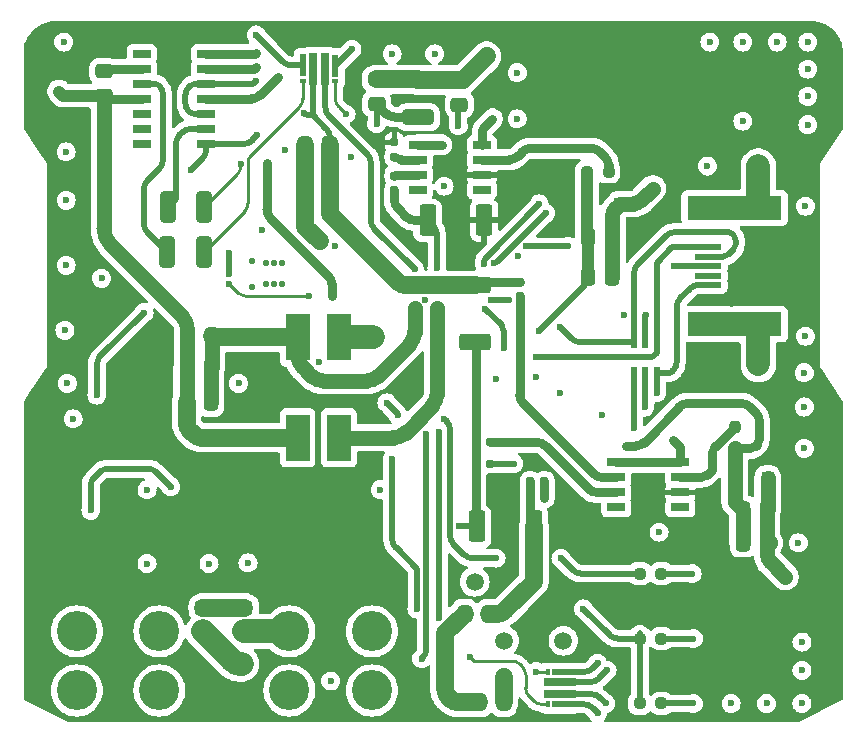
<source format=gbr>
%TF.GenerationSoftware,KiCad,Pcbnew,8.0.7*%
%TF.CreationDate,2025-05-08T16:31:26-05:00*%
%TF.ProjectId,OU_AIMNet_MPPT_v1.0,4f555f41-494d-44e6-9574-5f4d5050545f,rev?*%
%TF.SameCoordinates,Original*%
%TF.FileFunction,Copper,L4,Bot*%
%TF.FilePolarity,Positive*%
%FSLAX46Y46*%
G04 Gerber Fmt 4.6, Leading zero omitted, Abs format (unit mm)*
G04 Created by KiCad (PCBNEW 8.0.7) date 2025-05-08 16:31:26*
%MOMM*%
%LPD*%
G01*
G04 APERTURE LIST*
G04 Aperture macros list*
%AMRoundRect*
0 Rectangle with rounded corners*
0 $1 Rounding radius*
0 $2 $3 $4 $5 $6 $7 $8 $9 X,Y pos of 4 corners*
0 Add a 4 corners polygon primitive as box body*
4,1,4,$2,$3,$4,$5,$6,$7,$8,$9,$2,$3,0*
0 Add four circle primitives for the rounded corners*
1,1,$1+$1,$2,$3*
1,1,$1+$1,$4,$5*
1,1,$1+$1,$6,$7*
1,1,$1+$1,$8,$9*
0 Add four rect primitives between the rounded corners*
20,1,$1+$1,$2,$3,$4,$5,0*
20,1,$1+$1,$4,$5,$6,$7,0*
20,1,$1+$1,$6,$7,$8,$9,0*
20,1,$1+$1,$8,$9,$2,$3,0*%
G04 Aperture macros list end*
%TA.AperFunction,ComponentPad*%
%ADD10C,0.550000*%
%TD*%
%TA.AperFunction,ComponentPad*%
%ADD11C,3.400000*%
%TD*%
%TA.AperFunction,ComponentPad*%
%ADD12C,1.500000*%
%TD*%
%TA.AperFunction,SMDPad,CuDef*%
%ADD13RoundRect,0.250000X0.337500X0.475000X-0.337500X0.475000X-0.337500X-0.475000X0.337500X-0.475000X0*%
%TD*%
%TA.AperFunction,SMDPad,CuDef*%
%ADD14RoundRect,0.250000X-0.400000X-1.075000X0.400000X-1.075000X0.400000X1.075000X-0.400000X1.075000X0*%
%TD*%
%TA.AperFunction,SMDPad,CuDef*%
%ADD15R,1.528000X0.650000*%
%TD*%
%TA.AperFunction,SMDPad,CuDef*%
%ADD16RoundRect,0.249999X0.450001X1.075001X-0.450001X1.075001X-0.450001X-1.075001X0.450001X-1.075001X0*%
%TD*%
%TA.AperFunction,SMDPad,CuDef*%
%ADD17RoundRect,0.160000X-0.160000X0.197500X-0.160000X-0.197500X0.160000X-0.197500X0.160000X0.197500X0*%
%TD*%
%TA.AperFunction,SMDPad,CuDef*%
%ADD18RoundRect,0.160000X-0.197500X-0.160000X0.197500X-0.160000X0.197500X0.160000X-0.197500X0.160000X0*%
%TD*%
%TA.AperFunction,SMDPad,CuDef*%
%ADD19RoundRect,0.250000X0.450000X-0.350000X0.450000X0.350000X-0.450000X0.350000X-0.450000X-0.350000X0*%
%TD*%
%TA.AperFunction,SMDPad,CuDef*%
%ADD20RoundRect,0.237500X0.250000X0.237500X-0.250000X0.237500X-0.250000X-0.237500X0.250000X-0.237500X0*%
%TD*%
%TA.AperFunction,SMDPad,CuDef*%
%ADD21RoundRect,0.249999X1.075001X-0.450001X1.075001X0.450001X-1.075001X0.450001X-1.075001X-0.450001X0*%
%TD*%
%TA.AperFunction,SMDPad,CuDef*%
%ADD22R,0.550000X1.050000*%
%TD*%
%TA.AperFunction,SMDPad,CuDef*%
%ADD23R,1.550000X0.650000*%
%TD*%
%TA.AperFunction,SMDPad,CuDef*%
%ADD24RoundRect,0.250000X0.475000X-0.337500X0.475000X0.337500X-0.475000X0.337500X-0.475000X-0.337500X0*%
%TD*%
%TA.AperFunction,SMDPad,CuDef*%
%ADD25RoundRect,0.250000X-0.450000X0.350000X-0.450000X-0.350000X0.450000X-0.350000X0.450000X0.350000X0*%
%TD*%
%TA.AperFunction,SMDPad,CuDef*%
%ADD26RoundRect,0.250000X-0.337500X-0.475000X0.337500X-0.475000X0.337500X0.475000X-0.337500X0.475000X0*%
%TD*%
%TA.AperFunction,SMDPad,CuDef*%
%ADD27R,2.000000X4.000000*%
%TD*%
%TA.AperFunction,SMDPad,CuDef*%
%ADD28RoundRect,0.250000X-0.300000X-0.300000X0.300000X-0.300000X0.300000X0.300000X-0.300000X0.300000X0*%
%TD*%
%TA.AperFunction,SMDPad,CuDef*%
%ADD29RoundRect,0.250000X-0.475000X0.337500X-0.475000X-0.337500X0.475000X-0.337500X0.475000X0.337500X0*%
%TD*%
%TA.AperFunction,SMDPad,CuDef*%
%ADD30RoundRect,0.160000X0.160000X-0.197500X0.160000X0.197500X-0.160000X0.197500X-0.160000X-0.197500X0*%
%TD*%
%TA.AperFunction,SMDPad,CuDef*%
%ADD31R,0.420000X0.550000*%
%TD*%
%TA.AperFunction,SMDPad,CuDef*%
%ADD32R,1.920000X0.550000*%
%TD*%
%TA.AperFunction,SMDPad,CuDef*%
%ADD33R,2.700000X0.790000*%
%TD*%
%TA.AperFunction,SMDPad,CuDef*%
%ADD34R,0.550000X0.420000*%
%TD*%
%TA.AperFunction,SMDPad,CuDef*%
%ADD35R,0.550000X1.920000*%
%TD*%
%TA.AperFunction,SMDPad,CuDef*%
%ADD36R,0.790000X2.700000*%
%TD*%
%TA.AperFunction,SMDPad,CuDef*%
%ADD37RoundRect,0.237500X-0.237500X0.250000X-0.237500X-0.250000X0.237500X-0.250000X0.237500X0.250000X0*%
%TD*%
%TA.AperFunction,SMDPad,CuDef*%
%ADD38RoundRect,0.250000X-1.075000X0.400000X-1.075000X-0.400000X1.075000X-0.400000X1.075000X0.400000X0*%
%TD*%
%TA.AperFunction,SMDPad,CuDef*%
%ADD39R,2.250000X0.500000*%
%TD*%
%TA.AperFunction,SMDPad,CuDef*%
%ADD40R,3.500000X2.050000*%
%TD*%
%TA.AperFunction,SMDPad,CuDef*%
%ADD41R,4.000000X2.050000*%
%TD*%
%TA.AperFunction,ViaPad*%
%ADD42C,0.600000*%
%TD*%
%TA.AperFunction,ViaPad*%
%ADD43C,0.750000*%
%TD*%
%TA.AperFunction,Conductor*%
%ADD44C,0.500000*%
%TD*%
%TA.AperFunction,Conductor*%
%ADD45C,0.750000*%
%TD*%
%TA.AperFunction,Conductor*%
%ADD46C,0.250000*%
%TD*%
%TA.AperFunction,Conductor*%
%ADD47C,1.000000*%
%TD*%
%TA.AperFunction,Conductor*%
%ADD48C,1.250000*%
%TD*%
%TA.AperFunction,Conductor*%
%ADD49C,1.500000*%
%TD*%
%TA.AperFunction,Conductor*%
%ADD50C,2.000000*%
%TD*%
G04 APERTURE END LIST*
D10*
%TO.P,U5,1,Vin*%
%TO.N,+10 V*%
X219100000Y-134800000D03*
%TO.P,U5,2,SW*%
%TO.N,unconnected-(U5-SW-Pad2)*%
X220300000Y-134600000D03*
%TO.N,unconnected-(U5-SW-Pad2)_2*%
X221000000Y-134600000D03*
%TO.N,unconnected-(U5-SW-Pad2)_6*%
X221700000Y-134600000D03*
%TO.P,U5,3,Vout*%
%TO.N,+3.3 V*%
X220300000Y-132800000D03*
X221000000Y-132800000D03*
X221700000Y-132800000D03*
%TO.P,U5,4,PGND*%
%TO.N,GND*%
X219100000Y-132600000D03*
%TD*%
D11*
%TO.P,J1,1,Pin_1*%
%TO.N,/J1_CONNECT*%
X204300000Y-164000000D03*
X204300000Y-169000000D03*
X211300000Y-164000000D03*
X211300000Y-169000000D03*
%TD*%
%TO.P,J2,1,Pin_1*%
%TO.N,GND*%
X222300000Y-164000000D03*
X222300000Y-169000000D03*
X229300000Y-164000000D03*
X229300000Y-169000000D03*
%TD*%
D12*
%TO.P,J3,1,Pin_1*%
%TO.N,Shield*%
X235500000Y-164800000D03*
%TO.P,J3,2,Pin_2*%
%TO.N,Battery+*%
X238000000Y-159800000D03*
%TO.P,J3,3,Pin_3*%
%TO.N,GND*%
X240500000Y-164800000D03*
%TO.P,J3,4,Pin_4*%
%TO.N,Load+*%
X243000000Y-159800000D03*
%TO.P,J3,5,Pin_5*%
%TO.N,GND*%
X245500000Y-164800000D03*
%TD*%
D13*
%TO.P,C35,1*%
%TO.N,GND*%
X240437500Y-170000000D03*
%TO.P,C35,2*%
%TO.N,Shield*%
X238362500Y-170000000D03*
%TD*%
%TO.P,C27,1*%
%TO.N,L2P3*%
X215675000Y-141700000D03*
%TO.P,C27,2*%
%TO.N,L2P2*%
X213600000Y-141700000D03*
%TD*%
D14*
%TO.P,R26,1*%
%TO.N,Net-(U1-LO)*%
X212000000Y-128100000D03*
%TO.P,R26,2*%
%TO.N,Q1G2*%
X215100000Y-128100000D03*
%TD*%
D13*
%TO.P,C30,1*%
%TO.N,Q1D1*%
X225737500Y-122800000D03*
%TO.P,C30,2*%
%TO.N,GND*%
X223662500Y-122800000D03*
%TD*%
%TO.P,C29,1*%
%TO.N,Q1D1*%
X225737500Y-128600000D03*
%TO.P,C29,2*%
%TO.N,GND*%
X223662500Y-128600000D03*
%TD*%
D14*
%TO.P,R25,1*%
%TO.N,Net-(U1-HO)*%
X211950000Y-131900000D03*
%TO.P,R25,2*%
%TO.N,Q1G1*%
X215050000Y-131900000D03*
%TD*%
D13*
%TO.P,C28,1*%
%TO.N,Q1D1*%
X225712500Y-125500000D03*
%TO.P,C28,2*%
%TO.N,GND*%
X223637500Y-125500000D03*
%TD*%
%TO.P,C37,1*%
%TO.N,L2P3*%
X215737500Y-139000000D03*
%TO.P,C37,2*%
%TO.N,L2P2*%
X213662500Y-139000000D03*
%TD*%
D15*
%TO.P,U2,1,Rg*%
%TO.N,unconnected-(U2-Rg-Pad1)*%
X249989000Y-153505000D03*
%TO.P,U2,2,-IN*%
%TO.N,Net-(U2--IN)*%
X249989000Y-152235000D03*
%TO.P,U2,3,+IN*%
%TO.N,Net-(U2-+IN)*%
X249989000Y-150965000D03*
%TO.P,U2,4,-VS*%
%TO.N,GND*%
X249989000Y-149695000D03*
%TO.P,U2,5,REF*%
X255411000Y-149695000D03*
%TO.P,U2,6,OUT*%
%TO.N,Net-(U2-OUT)*%
X255411000Y-150965000D03*
%TO.P,U2,7,+VS*%
%TO.N,+25 V*%
X255411000Y-152235000D03*
%TO.P,U2,8,Rg*%
%TO.N,unconnected-(U2-Rg-Pad8)*%
X255411000Y-153505000D03*
%TD*%
D16*
%TO.P,R30,1*%
%TO.N,Load+*%
X243000000Y-155100000D03*
%TO.P,R30,2*%
%TO.N,Battery+*%
X238200000Y-155100000D03*
%TD*%
D17*
%TO.P,R18,1*%
%TO.N,+25 V*%
X231200000Y-122605000D03*
%TO.P,R18,2*%
%TO.N,Net-(U4-+IN)*%
X231200000Y-123800000D03*
%TD*%
D18*
%TO.P,R20,1*%
%TO.N,Battery+*%
X238105000Y-148000000D03*
%TO.P,R20,2*%
%TO.N,Net-(U2--IN)*%
X239300000Y-148000000D03*
%TD*%
D19*
%TO.P,R35,1*%
%TO.N,Net-(D10-A)*%
X215000000Y-164000000D03*
%TO.P,R35,2*%
%TO.N,Net-(R34-Pad1)*%
X215000000Y-162000000D03*
%TD*%
D13*
%TO.P,C38,1*%
%TO.N,L2P3*%
X215675000Y-144600000D03*
%TO.P,C38,2*%
%TO.N,L2P2*%
X213600000Y-144600000D03*
%TD*%
D20*
%TO.P,R22,1*%
%TO.N,Net-(U4-OUT)*%
X249325000Y-125100000D03*
%TO.P,R22,2*%
%TO.N,Current Measurement (Solar)*%
X247500000Y-125100000D03*
%TD*%
D21*
%TO.P,R17,1*%
%TO.N,Battery+*%
X238000000Y-139500000D03*
%TO.P,R17,2*%
%TO.N,Q1D1*%
X238000000Y-134700000D03*
%TD*%
D17*
%TO.P,R21,1*%
%TO.N,Q1D1*%
X241800000Y-134400000D03*
%TO.P,R21,2*%
%TO.N,Net-(U2-+IN)*%
X241800000Y-135595000D03*
%TD*%
D22*
%TO.P,D3,1*%
%TO.N,TCK*%
X253400000Y-142100000D03*
%TO.P,D3,2*%
%TO.N,GND*%
X252450000Y-142100000D03*
%TO.P,D3,3*%
%TO.N,TMS*%
X251500000Y-142100000D03*
%TO.P,D3,4*%
%TO.N,VCP_TX*%
X251500000Y-139500000D03*
%TO.P,D3,5*%
%TO.N,GND*%
X252450000Y-139500000D03*
%TO.P,D3,6*%
%TO.N,VCP_RX*%
X253400000Y-139500000D03*
%TD*%
D23*
%TO.P,U1,1,IN*%
%TO.N,MOSFET Driver IN*%
X215250000Y-115100000D03*
%TO.P,U1,2,SD*%
%TO.N,MOSFET Driver SD*%
X215250000Y-116370000D03*
%TO.P,U1,3,VSS*%
%TO.N,GND*%
X215250000Y-117640000D03*
%TO.P,U1,4,DT*%
%TO.N,Net-(U1-DT)*%
X215250000Y-118910000D03*
%TO.P,U1,5,COM*%
%TO.N,GND*%
X215250000Y-120180000D03*
%TO.P,U1,6,LO*%
%TO.N,Net-(U1-LO)*%
X215250000Y-121450000D03*
%TO.P,U1,7,VCC*%
%TO.N,Net-(U1-VCC)*%
X215250000Y-122720000D03*
%TO.P,U1,8*%
%TO.N,N/C*%
X209800000Y-122720000D03*
%TO.P,U1,9*%
X209800000Y-121450000D03*
%TO.P,U1,10*%
X209800000Y-120180000D03*
%TO.P,U1,11,VS*%
%TO.N,L2P2*%
X209800000Y-118910000D03*
%TO.P,U1,12,HO*%
%TO.N,Net-(U1-HO)*%
X209800000Y-117640000D03*
%TO.P,U1,13,VB*%
%TO.N,Net-(U1-VB)*%
X209800000Y-116370000D03*
%TO.P,U1,14*%
%TO.N,N/C*%
X209800000Y-115100000D03*
%TD*%
D20*
%TO.P,R33,1*%
%TO.N,Net-(D9-A)*%
X253800000Y-159100000D03*
%TO.P,R33,2*%
%TO.N,LED (SYSTEM FAULT)*%
X251975000Y-159100000D03*
%TD*%
D24*
%TO.P,C25,1*%
%TO.N,Net-(U1-DT)*%
X229700000Y-119337500D03*
%TO.P,C25,2*%
%TO.N,GND*%
X229700000Y-117262500D03*
%TD*%
D25*
%TO.P,R34,1*%
%TO.N,Net-(R34-Pad1)*%
X218500000Y-162000000D03*
%TO.P,R34,2*%
%TO.N,GND*%
X218500000Y-164000000D03*
%TD*%
D26*
%TO.P,C23,1*%
%TO.N,Current Measurement (Battery)*%
X260682500Y-156500000D03*
%TO.P,C23,2*%
%TO.N,GND*%
X262757500Y-156500000D03*
%TD*%
D27*
%TO.P,L2,1,1*%
%TO.N,L2P1*%
X226500000Y-147600000D03*
%TO.P,L2,2,2*%
%TO.N,L2P2*%
X223000000Y-147600000D03*
%TO.P,L2,3,3*%
%TO.N,L2P3*%
X223000000Y-139100000D03*
%TO.P,L2,4,4*%
%TO.N,GND*%
X226500000Y-139100000D03*
%TD*%
D15*
%TO.P,U4,1,Rg*%
%TO.N,unconnected-(U4-Rg-Pad1)*%
X233189000Y-126605000D03*
%TO.P,U4,2,-IN*%
%TO.N,Net-(U4--IN)*%
X233189000Y-125335000D03*
%TO.P,U4,3,+IN*%
%TO.N,Net-(U4-+IN)*%
X233189000Y-124065000D03*
%TO.P,U4,4,-VS*%
%TO.N,GND*%
X233189000Y-122795000D03*
%TO.P,U4,5,REF*%
X238611000Y-122795000D03*
%TO.P,U4,6,OUT*%
%TO.N,Net-(U4-OUT)*%
X238611000Y-124065000D03*
%TO.P,U4,7,+VS*%
%TO.N,+25 V*%
X238611000Y-125335000D03*
%TO.P,U4,8,Rg*%
%TO.N,unconnected-(U4-Rg-Pad8)*%
X238611000Y-126605000D03*
%TD*%
D18*
%TO.P,R27,1*%
%TO.N,Load+*%
X242702500Y-151300000D03*
%TO.P,R27,2*%
%TO.N,Net-(U7--IN)*%
X243897500Y-151300000D03*
%TD*%
D28*
%TO.P,D4,1,K*%
%TO.N,Current Measurement (Solar)*%
X247500000Y-127800000D03*
%TO.P,D4,2,A*%
%TO.N,GND*%
X250300000Y-127800000D03*
%TD*%
D29*
%TO.P,C26,1*%
%TO.N,Net-(U1-VB)*%
X206600000Y-116562500D03*
%TO.P,C26,2*%
%TO.N,L2P2*%
X206600000Y-118637500D03*
%TD*%
D24*
%TO.P,C24,1*%
%TO.N,Net-(U1-VCC)*%
X236700000Y-119400000D03*
%TO.P,C24,2*%
%TO.N,GND*%
X236700000Y-117325000D03*
%TD*%
D30*
%TO.P,R19,1*%
%TO.N,L2P1*%
X231200000Y-126600000D03*
%TO.P,R19,2*%
%TO.N,Net-(U4--IN)*%
X231200000Y-125405000D03*
%TD*%
D31*
%TO.P,Q2,1,G1*%
%TO.N,LED (Charging)*%
X244163000Y-167425000D03*
D32*
%TO.P,Q2,2,S1*%
%TO.N,GND*%
X245488000Y-167425000D03*
%TO.P,Q2,3,S2*%
X245463000Y-170175000D03*
D31*
%TO.P,Q2,4,G2*%
%TO.N,LED (Charged)*%
X244163000Y-170175000D03*
D33*
%TO.P,Q2,5,D2*%
%TO.N,Q2D2*%
X245200000Y-169325000D03*
%TO.P,Q2,6,D1*%
%TO.N,Q2D1*%
X245200000Y-168275000D03*
%TD*%
D18*
%TO.P,R28,1*%
%TO.N,Battery+*%
X238102500Y-149800000D03*
%TO.P,R28,2*%
%TO.N,Net-(U7-+IN)*%
X239297500Y-149800000D03*
%TD*%
D26*
%TO.P,C34,1*%
%TO.N,Shield*%
X237162500Y-162500000D03*
%TO.P,C34,2*%
%TO.N,Load+*%
X239237500Y-162500000D03*
%TD*%
D34*
%TO.P,Q1,1,G1*%
%TO.N,Q1G1*%
X223450000Y-117400000D03*
D35*
%TO.P,Q1,2,S1*%
%TO.N,L2P2*%
X223450000Y-116075000D03*
%TO.P,Q1,3,S2*%
%TO.N,GND*%
X226200000Y-116100000D03*
D34*
%TO.P,Q1,4,G2*%
%TO.N,Q1G2*%
X226200000Y-117400000D03*
D36*
%TO.P,Q1,5,D2*%
%TO.N,L2P3*%
X225350000Y-116363000D03*
%TO.P,Q1,6,D1*%
%TO.N,Q1D1*%
X224300000Y-116363000D03*
%TD*%
D37*
%TO.P,R23,1*%
%TO.N,Net-(U2-OUT)*%
X260000000Y-146687500D03*
%TO.P,R23,2*%
%TO.N,Current Measurement (Battery)*%
X260000000Y-148512500D03*
%TD*%
D28*
%TO.P,D5,1,K*%
%TO.N,Current Measurement (Battery)*%
X260000000Y-151000000D03*
%TO.P,D5,2,A*%
%TO.N,GND*%
X262800000Y-151000000D03*
%TD*%
D26*
%TO.P,C22,1*%
%TO.N,Current Measurement (Battery)*%
X260682500Y-153700000D03*
%TO.P,C22,2*%
%TO.N,GND*%
X262757500Y-153700000D03*
%TD*%
%TO.P,C20,1*%
%TO.N,Current Measurement (Solar)*%
X247562500Y-130600000D03*
%TO.P,C20,2*%
%TO.N,GND*%
X249637500Y-130600000D03*
%TD*%
D38*
%TO.P,R24,1*%
%TO.N,GND*%
X233200000Y-117350000D03*
%TO.P,R24,2*%
%TO.N,Net-(U1-DT)*%
X233200000Y-120450000D03*
%TD*%
D26*
%TO.P,C21,1*%
%TO.N,Current Measurement (Solar)*%
X247562500Y-134000000D03*
%TO.P,C21,2*%
%TO.N,GND*%
X249637500Y-134000000D03*
%TD*%
D16*
%TO.P,R16,1*%
%TO.N,+25 V*%
X238800000Y-129200000D03*
%TO.P,R16,2*%
%TO.N,L2P1*%
X234000000Y-129200000D03*
%TD*%
D20*
%TO.P,R32,1*%
%TO.N,Net-(D8-A)*%
X253800000Y-170100000D03*
%TO.P,R32,2*%
%TO.N,Net-(C36-Pad2)*%
X251975000Y-170100000D03*
%TD*%
%TO.P,R31,1*%
%TO.N,Net-(D7-A)*%
X253800000Y-164600000D03*
%TO.P,R31,2*%
%TO.N,Net-(C36-Pad2)*%
X251975000Y-164600000D03*
%TD*%
D39*
%TO.P,J4,1,VBUS*%
%TO.N,VCP_RX*%
X257775000Y-131475000D03*
%TO.P,J4,2,D-*%
%TO.N,VCP_TX*%
X257775000Y-132275000D03*
%TO.P,J4,3,D+*%
%TO.N,TMS*%
X257775000Y-133075000D03*
%TO.P,J4,4,ID*%
%TO.N,unconnected-(J4-ID-Pad4)*%
X257775000Y-133875000D03*
%TO.P,J4,5,GND*%
%TO.N,TCK*%
X257775000Y-134675000D03*
D40*
%TO.P,J4,MP1,MP1*%
%TO.N,GND*%
X257750000Y-128150000D03*
D41*
%TO.P,J4,MP2,MP2*%
X262000000Y-128150000D03*
%TO.P,J4,MP3,MP3*%
X262000000Y-138000000D03*
D40*
%TO.P,J4,MP4,MP4*%
X257750000Y-138000000D03*
%TD*%
D42*
%TO.N,+25 V*%
X230500000Y-160300000D03*
%TO.N,GND*%
X233800000Y-135900000D03*
%TO.N,+25 V*%
X207700000Y-135700000D03*
X252900000Y-152400000D03*
X223600000Y-157900000D03*
D43*
X236000000Y-129300000D03*
D42*
X217800000Y-153300000D03*
D43*
X221500000Y-143000000D03*
D42*
X252300000Y-118700000D03*
X262900000Y-164800000D03*
%TO.N,Voltage Measurement (Solar)*%
X205500000Y-153750000D03*
X212250000Y-151750000D03*
%TO.N,Battery+*%
X236700000Y-155100000D03*
%TO.N,Net-(U6-FB)*%
X210000000Y-137000000D03*
X206000000Y-144000000D03*
%TO.N,Net-(U5-FB)*%
X220400000Y-124300000D03*
X225900000Y-135600000D03*
X217200000Y-134600000D03*
X224000000Y-135600000D03*
%TO.N,Net-(U3-VBAT)*%
X245900000Y-131400000D03*
X242300000Y-131400000D03*
%TO.N,Current Measurement (Solar)*%
X243400000Y-138600000D03*
%TO.N,Current Measurement (Battery)*%
X250800000Y-148300000D03*
%TO.N,Net-(U1-VCC)*%
X214000000Y-124900000D03*
X219600000Y-122000000D03*
X236600000Y-121200000D03*
%TO.N,Net-(U1-DT)*%
X229700000Y-121000000D03*
X221300000Y-117100000D03*
%TO.N,L2P2*%
X202800000Y-118300000D03*
X219500000Y-113500000D03*
%TO.N,Q1D1*%
X223500000Y-120100000D03*
%TO.N,Net-(C36-Pad2)*%
X247200000Y-162100000D03*
X231000000Y-149400000D03*
X233100000Y-162100000D03*
X230550000Y-144650000D03*
X231500000Y-145700000D03*
%TO.N,TCK*%
X253400000Y-143800000D03*
%TO.N,VCP_RX*%
X238900000Y-136675000D03*
X243200000Y-140800000D03*
X240500000Y-140000000D03*
%TO.N,TMS*%
X251500000Y-146800000D03*
X254900000Y-133100000D03*
%TO.N,VCP_TX*%
X240900000Y-135900000D03*
X239400000Y-135900000D03*
X245200000Y-138200000D03*
%TO.N,Q2D1*%
X249200000Y-167300000D03*
%TO.N,Net-(D7-A)*%
X256500000Y-164600000D03*
%TO.N,Net-(D8-A)*%
X256500000Y-170100000D03*
%TO.N,Q2D2*%
X249100000Y-170100000D03*
%TO.N,Q1G2*%
X218200000Y-124400000D03*
X227100000Y-120200000D03*
%TO.N,LED (Charged)*%
X237600000Y-166200000D03*
X235000000Y-147100000D03*
X235000000Y-162900000D03*
%TO.N,LED (Charging)*%
X243200000Y-167400000D03*
X233900000Y-147300000D03*
X233500000Y-166300000D03*
%TO.N,Net-(U5-EN)*%
X217200000Y-133700000D03*
X217200000Y-132000000D03*
%TO.N,Net-(U7--IN)*%
X243900000Y-152700000D03*
%TO.N,Net-(U7-+IN)*%
X241300000Y-149800000D03*
%TO.N,MOSFET Driver SD*%
X219500000Y-116200000D03*
X243449356Y-127800000D03*
X238800000Y-132900000D03*
%TO.N,MOSFET Driver IN*%
X239600000Y-132800000D03*
X219500000Y-115000000D03*
X244000000Y-128600000D03*
%TO.N,Net-(D9-A)*%
X256400000Y-159100000D03*
%TO.N,LED (SYSTEM FAULT)*%
X245300000Y-157800000D03*
X235400000Y-146000000D03*
X239800000Y-157800000D03*
%TO.N,Net-(D10-A)*%
X218250000Y-166750000D03*
%TO.N,L2P3*%
X232900000Y-136600000D03*
X232900000Y-133300000D03*
%TO.N,L2P1*%
X234800000Y-133200000D03*
X234800000Y-136600000D03*
%TO.N,GND*%
X263600000Y-114100000D03*
X266200000Y-121100000D03*
X239800000Y-142600000D03*
X218000000Y-143000000D03*
X234600000Y-115100000D03*
X259700000Y-170100000D03*
X241600000Y-120600000D03*
X203200000Y-114100000D03*
X252400000Y-145000000D03*
X224800000Y-141200000D03*
X240500000Y-167900000D03*
X206400000Y-134100000D03*
X257900000Y-114100000D03*
X218800000Y-158200000D03*
X248800000Y-145700000D03*
X260700000Y-114100000D03*
X204000000Y-146000000D03*
X210250000Y-158250000D03*
X221900000Y-123200000D03*
X266000000Y-139000000D03*
X266200000Y-118700000D03*
X266200000Y-116400000D03*
X245200000Y-143800000D03*
X220000000Y-130000000D03*
X264300000Y-159400000D03*
X260700000Y-120800000D03*
X226200000Y-131400000D03*
X210250000Y-152000000D03*
X265700000Y-170100000D03*
X203400000Y-127500000D03*
X265900000Y-142100000D03*
X253600000Y-155600000D03*
X250600000Y-137200000D03*
X254800000Y-147800000D03*
X203400000Y-133000000D03*
X265900000Y-148500000D03*
X257700000Y-124600000D03*
X227600000Y-114700000D03*
X262700000Y-170100000D03*
X215500000Y-158250000D03*
X203300000Y-138500000D03*
X266000000Y-128000000D03*
X265700000Y-167300000D03*
X266200000Y-114100000D03*
X265400000Y-156500000D03*
X203500000Y-143000000D03*
X243200000Y-142500000D03*
X230000000Y-152000000D03*
X235400000Y-126300000D03*
X231000000Y-115100000D03*
X225800000Y-168200000D03*
X227500000Y-123800000D03*
X241600000Y-116700000D03*
X248400000Y-170900000D03*
X253100000Y-126500000D03*
X241700000Y-132200000D03*
X248400000Y-166700000D03*
X265700000Y-164900000D03*
X265900000Y-145000000D03*
X203400000Y-123400000D03*
X239500000Y-120600000D03*
X235200000Y-122800000D03*
X262000000Y-124600000D03*
X219500000Y-117400000D03*
X239000000Y-115300000D03*
X262000000Y-141400000D03*
X252500000Y-137200000D03*
X229400000Y-139100000D03*
X224887500Y-130950000D03*
%TD*%
D44*
%TO.N,MOSFET Driver IN*%
X239696447Y-132800000D02*
G75*
G03*
X239873200Y-132726754I-47J250000D01*
G01*
%TO.N,MOSFET Driver SD*%
X238800000Y-132603553D02*
X238800000Y-132900000D01*
X238873223Y-132426777D02*
G75*
G03*
X238799967Y-132603553I176777J-176823D01*
G01*
X243449356Y-127800000D02*
X243449356Y-127850644D01*
X243449356Y-127850644D02*
X238873223Y-132426777D01*
%TO.N,Voltage Measurement (Solar)*%
X205500000Y-153750000D02*
X205500000Y-151457107D01*
X206707107Y-150250000D02*
X210542893Y-150250000D01*
X210896447Y-150396447D02*
X212250000Y-151750000D01*
X205646447Y-151103553D02*
X206353554Y-150396446D01*
X205500000Y-151457107D02*
G75*
G02*
X205646444Y-151103550I500000J7D01*
G01*
X210896447Y-150396447D02*
G75*
G03*
X210542893Y-150250005I-353547J-353553D01*
G01*
X206707107Y-150250000D02*
G75*
G03*
X206353551Y-150396443I-7J-500000D01*
G01*
D45*
%TO.N,Battery+*%
X238105000Y-148000000D02*
X238105000Y-139605000D01*
X238105000Y-139605000D02*
X238000000Y-139500000D01*
X238105000Y-148000000D02*
X238105000Y-149797500D01*
D44*
X236700000Y-155100000D02*
X238200000Y-155100000D01*
D45*
X238105000Y-149797500D02*
X238102500Y-149800000D01*
X238102500Y-155002500D02*
X238200000Y-155100000D01*
X238102500Y-149800000D02*
X238102500Y-155002500D01*
D44*
%TO.N,Net-(U6-FB)*%
X206219670Y-140780330D02*
X210000000Y-137000000D01*
X206000000Y-144000000D02*
X206000000Y-141310660D01*
X206219670Y-140780330D02*
G75*
G03*
X205999972Y-141310660I530330J-530370D01*
G01*
D45*
%TO.N,Net-(U5-FB)*%
X220692893Y-128995836D02*
X225607107Y-133910050D01*
X220400000Y-124300000D02*
X220400000Y-128288729D01*
D46*
X218510660Y-135600000D02*
X224000000Y-135600000D01*
X217200000Y-134600000D02*
X217980330Y-135380330D01*
D45*
X225900000Y-134617157D02*
X225900000Y-135600000D01*
D46*
X217980330Y-135380330D02*
G75*
G03*
X218510660Y-135600028I530370J530330D01*
G01*
D45*
X220692893Y-128995836D02*
G75*
G02*
X220399979Y-128288729I707107J707136D01*
G01*
X225900000Y-134617157D02*
G75*
G03*
X225607085Y-133910072I-1000000J-43D01*
G01*
D44*
%TO.N,Net-(U3-VBAT)*%
X242300000Y-131400000D02*
X245900000Y-131400000D01*
D47*
%TO.N,Current Measurement (Solar)*%
X247500000Y-125100000D02*
X247500000Y-127800000D01*
D44*
X247562500Y-134023286D02*
X247562500Y-134000000D01*
X243400000Y-138600000D02*
X247269607Y-134730393D01*
D47*
X247500000Y-127800000D02*
X247500000Y-130537500D01*
X247562500Y-130600000D02*
X247562500Y-134000000D01*
X247500000Y-130537500D02*
X247562500Y-130600000D01*
D44*
X247269607Y-134730393D02*
G75*
G03*
X247562490Y-134023286I-707107J707093D01*
G01*
D48*
%TO.N,Current Measurement (Battery)*%
X260000000Y-153017500D02*
X260682500Y-153700000D01*
D45*
X250800000Y-148300000D02*
X251585786Y-148300000D01*
X252292893Y-148007107D02*
X255307107Y-144992893D01*
D48*
X260682500Y-156500000D02*
X260682500Y-153700000D01*
D45*
X256014214Y-144700000D02*
X260585786Y-144700000D01*
D48*
X260000000Y-151000000D02*
X260000000Y-153017500D01*
D45*
X261276840Y-148512500D02*
X260000000Y-148512500D01*
X262100000Y-146214214D02*
X262100000Y-147689340D01*
X261880330Y-148219670D02*
X261807170Y-148292830D01*
X261292893Y-144992893D02*
X261807107Y-145507107D01*
D48*
X260000000Y-151000000D02*
X260000000Y-148512500D01*
D45*
X262100000Y-146214214D02*
G75*
G03*
X261807114Y-145507100I-1000000J14D01*
G01*
X255307107Y-144992893D02*
G75*
G02*
X256014214Y-144700010I707093J-707107D01*
G01*
X262100000Y-147689340D02*
G75*
G02*
X261880310Y-148219650I-750000J40D01*
G01*
X252292893Y-148007107D02*
G75*
G02*
X251585786Y-148299990I-707093J707107D01*
G01*
X261276840Y-148512500D02*
G75*
G03*
X261807150Y-148292810I-40J750000D01*
G01*
X261292893Y-144992893D02*
G75*
G03*
X260585786Y-144700010I-707093J-707107D01*
G01*
D44*
%TO.N,Net-(U1-VCC)*%
X236600000Y-119500000D02*
X236700000Y-119400000D01*
X215250000Y-122720000D02*
X218465786Y-122720000D01*
X236600000Y-121200000D02*
X236600000Y-119500000D01*
X219172893Y-122427107D02*
X219600000Y-122000000D01*
X214957107Y-123942893D02*
X214000000Y-124900000D01*
X215250000Y-122720000D02*
X215250000Y-123235786D01*
X215250000Y-123235786D02*
G75*
G02*
X214957114Y-123942900I-1000000J-14D01*
G01*
X219172893Y-122427107D02*
G75*
G02*
X218465786Y-122719990I-707093J707107D01*
G01*
D45*
%TO.N,Net-(U1-DT)*%
X219782893Y-118617107D02*
X221300000Y-117100000D01*
X233200000Y-120450000D02*
X231226714Y-120450000D01*
X215250000Y-118910000D02*
X219075786Y-118910000D01*
D44*
X229700000Y-121000000D02*
X229700000Y-119337500D01*
D45*
X230519607Y-120157107D02*
X229700000Y-119337500D01*
X219075786Y-118910000D02*
G75*
G03*
X219782900Y-118617114I14J1000000D01*
G01*
X231226714Y-120450000D02*
G75*
G02*
X230519600Y-120157114I-14J1000000D01*
G01*
D48*
%TO.N,L2P2*%
X213600000Y-141700000D02*
X213600000Y-144600000D01*
X213662500Y-139000000D02*
X213662500Y-138383820D01*
D44*
X221782107Y-115782107D02*
X219500000Y-113500000D01*
D49*
X223000000Y-147600000D02*
X214914214Y-147600000D01*
D48*
X213662500Y-141637500D02*
X213600000Y-141700000D01*
D49*
X214207107Y-147307107D02*
X213892893Y-146992893D01*
D47*
X203137500Y-118637500D02*
X202800000Y-118300000D01*
D48*
X213223160Y-137323160D02*
X207185786Y-131285786D01*
D47*
X206600000Y-118637500D02*
X203137500Y-118637500D01*
D49*
X213600000Y-146285786D02*
X213600000Y-144600000D01*
D48*
X206600000Y-129871573D02*
X206600000Y-118637500D01*
X213662500Y-139000000D02*
X213662500Y-141637500D01*
D45*
X209800000Y-118910000D02*
X206872500Y-118910000D01*
D44*
X223450000Y-116075000D02*
X222489214Y-116075000D01*
D45*
X206872500Y-118910000D02*
X206600000Y-118637500D01*
D49*
X214914214Y-147600000D02*
G75*
G02*
X214207100Y-147307114I-14J1000000D01*
G01*
D44*
X222489214Y-116075000D02*
G75*
G02*
X221782100Y-115782114I-14J1000000D01*
G01*
D48*
X207185786Y-131285786D02*
G75*
G02*
X206600019Y-129871573I1414214J1414186D01*
G01*
D49*
X213892893Y-146992893D02*
G75*
G02*
X213600010Y-146285786I707107J707093D01*
G01*
D48*
X213223160Y-137323160D02*
G75*
G02*
X213662486Y-138383820I-1060660J-1060640D01*
G01*
D45*
%TO.N,Net-(U1-VB)*%
X209800000Y-116370000D02*
X206792500Y-116370000D01*
X206792500Y-116370000D02*
X206600000Y-116562500D01*
D49*
%TO.N,Q1D1*%
X225712500Y-122825000D02*
X225737500Y-122800000D01*
D45*
X238300000Y-134400000D02*
X238000000Y-134700000D01*
D44*
X223553553Y-120153553D02*
X223500000Y-120100000D01*
D49*
X225737500Y-128637500D02*
X231507107Y-134407107D01*
D44*
X224300000Y-120300000D02*
X225444607Y-121444607D01*
X225410724Y-122473224D02*
X225737500Y-122800000D01*
X225737500Y-122151714D02*
X225737500Y-122800000D01*
X224300000Y-116363000D02*
X224300000Y-120300000D01*
X224300000Y-120300000D02*
X223907107Y-120300000D01*
D45*
X241800000Y-134400000D02*
X238300000Y-134400000D01*
D49*
X232214214Y-134700000D02*
X238000000Y-134700000D01*
X225712500Y-125500000D02*
X225712500Y-122825000D01*
X225737500Y-125525000D02*
X225712500Y-125500000D01*
X225737500Y-128600000D02*
X225737500Y-128637500D01*
X225737500Y-128600000D02*
X225737500Y-125525000D01*
D44*
X223907107Y-120300000D02*
G75*
G02*
X223553550Y-120153556I-7J500000D01*
G01*
X225737500Y-122151714D02*
G75*
G03*
X225444614Y-121444600I-1000000J14D01*
G01*
X225337500Y-122296447D02*
G75*
G03*
X225410747Y-122473201I250000J47D01*
G01*
D49*
X232214214Y-134700000D02*
G75*
G02*
X231507100Y-134407114I-14J1000000D01*
G01*
D45*
%TO.N,Load+*%
X242702500Y-151300000D02*
X242702500Y-154802500D01*
D49*
X243000000Y-159800000D02*
X243000000Y-155100000D01*
D45*
X242702500Y-154802500D02*
X243000000Y-155100000D01*
D49*
X240592893Y-162207107D02*
X243000000Y-159800000D01*
X239237500Y-162500000D02*
X239885786Y-162500000D01*
X239885786Y-162500000D02*
G75*
G03*
X240592900Y-162207114I14J1000000D01*
G01*
%TO.N,Shield*%
X235907107Y-169707107D02*
X235792893Y-169592893D01*
X235500000Y-168885786D02*
X235500000Y-164800000D01*
X235500000Y-164800000D02*
X235500000Y-164162500D01*
X235500000Y-164162500D02*
X237162500Y-162500000D01*
X238362500Y-170000000D02*
X236614214Y-170000000D01*
X235792893Y-169592893D02*
G75*
G02*
X235500010Y-168885786I707107J707093D01*
G01*
X236614214Y-170000000D02*
G75*
G02*
X235907100Y-169707114I-14J1000000D01*
G01*
D44*
%TO.N,Net-(C36-Pad2)*%
X233100000Y-158700000D02*
X231292893Y-156892893D01*
X231000000Y-156185786D02*
X231000000Y-149400000D01*
X249407107Y-164307107D02*
X247200000Y-162100000D01*
X233100000Y-158700000D02*
X233100000Y-162100000D01*
X251975000Y-164175000D02*
X251975000Y-164600000D01*
X230550000Y-144650000D02*
X231500000Y-145600000D01*
X251975000Y-170100000D02*
X251975000Y-164600000D01*
X231500000Y-145600000D02*
X231500000Y-145700000D01*
X251975000Y-164600000D02*
X250114214Y-164600000D01*
X231292893Y-156892893D02*
G75*
G02*
X231000010Y-156185786I707107J707093D01*
G01*
X249407107Y-164307107D02*
G75*
G03*
X250114214Y-164599990I707093J707107D01*
G01*
%TO.N,TCK*%
X254807107Y-141892893D02*
X254673223Y-142026777D01*
X253400000Y-142100000D02*
X253400000Y-143800000D01*
X257775000Y-134675000D02*
X256939214Y-134675000D01*
X256232107Y-134967893D02*
X255392893Y-135807107D01*
X254496447Y-142100000D02*
X253400000Y-142100000D01*
X255100000Y-136514214D02*
X255100000Y-141185786D01*
X256232107Y-134967893D02*
G75*
G02*
X256939214Y-134675010I707093J-707107D01*
G01*
X255392893Y-135807107D02*
G75*
G03*
X255100010Y-136514214I707107J-707093D01*
G01*
X255100000Y-141185786D02*
G75*
G02*
X254807114Y-141892900I-1000000J-14D01*
G01*
X254496447Y-142100000D02*
G75*
G03*
X254673200Y-142026754I-47J250000D01*
G01*
%TO.N,VCP_RX*%
X238900000Y-136675000D02*
X238900000Y-136702262D01*
X253400000Y-139500000D02*
X253400000Y-140400000D01*
X240500000Y-138714214D02*
X240500000Y-140000000D01*
X253400000Y-140400000D02*
X253000000Y-140800000D01*
X253400000Y-139500000D02*
X253400000Y-132800000D01*
X253400000Y-132800000D02*
X254725000Y-131475000D01*
X238900000Y-136702262D02*
X240275508Y-138077770D01*
X254725000Y-131475000D02*
X257775000Y-131475000D01*
X253000000Y-140800000D02*
X243200000Y-140800000D01*
X240275508Y-138077770D02*
G75*
G02*
X240499994Y-138714214I-803808J-641330D01*
G01*
%TO.N,TMS*%
X251500000Y-142100000D02*
X251500000Y-146800000D01*
X257775000Y-133075000D02*
X254925000Y-133075000D01*
X254925000Y-133075000D02*
X254900000Y-133100000D01*
%TO.N,VCP_TX*%
X251500000Y-133614214D02*
X251500000Y-139500000D01*
X259880330Y-130380330D02*
X259846446Y-130346446D01*
X254207107Y-130492893D02*
X251792893Y-132907107D01*
X259492893Y-130200000D02*
X254914214Y-130200000D01*
X240900000Y-135900000D02*
X239400000Y-135900000D01*
X259544670Y-132055330D02*
X259880330Y-131719670D01*
X260100000Y-131189340D02*
X260100000Y-130910660D01*
X251500000Y-139500000D02*
X246914214Y-139500000D01*
X257775000Y-132275000D02*
X259014340Y-132275000D01*
X246207107Y-139207107D02*
X245200000Y-138200000D01*
X259544670Y-132055330D02*
G75*
G02*
X259014340Y-132275028I-530370J530330D01*
G01*
X259880330Y-130380330D02*
G75*
G02*
X260100028Y-130910660I-530330J-530370D01*
G01*
X251500000Y-133614214D02*
G75*
G02*
X251792886Y-132907100I1000000J14D01*
G01*
X246207107Y-139207107D02*
G75*
G03*
X246914214Y-139499990I707093J707107D01*
G01*
X254914214Y-130200000D02*
G75*
G03*
X254207100Y-130492886I-14J-1000000D01*
G01*
X259880330Y-131719670D02*
G75*
G03*
X260100028Y-131189340I-530330J530370D01*
G01*
X259846446Y-130346446D02*
G75*
G03*
X259492893Y-130200005I-353546J-353554D01*
G01*
%TO.N,Q2D1*%
X245200000Y-168275000D02*
X247810786Y-168275000D01*
X248517893Y-167982107D02*
X249200000Y-167300000D01*
X248517893Y-167982107D02*
G75*
G02*
X247810786Y-168274990I-707093J707107D01*
G01*
%TO.N,Net-(D7-A)*%
X253800000Y-164600000D02*
X256500000Y-164600000D01*
%TO.N,Net-(D8-A)*%
X253800000Y-170100000D02*
X256500000Y-170100000D01*
%TO.N,Q2D2*%
X248617893Y-169617893D02*
X249100000Y-170100000D01*
X245200000Y-169325000D02*
X247910786Y-169325000D01*
X248617893Y-169617893D02*
G75*
G03*
X247910786Y-169325010I-707093J-707107D01*
G01*
D46*
%TO.N,Q1G1*%
X218507107Y-128442893D02*
X215050000Y-131900000D01*
X223157107Y-119592893D02*
X219092893Y-123657107D01*
X223450000Y-117400000D02*
X223450000Y-118885786D01*
X218800000Y-124364214D02*
X218800000Y-127735786D01*
X223157107Y-119592893D02*
G75*
G03*
X223449990Y-118885786I-707107J707093D01*
G01*
X218800000Y-127735786D02*
G75*
G02*
X218507114Y-128442900I-1000000J-14D01*
G01*
X219092893Y-123657107D02*
G75*
G03*
X218800010Y-124364214I707107J-707093D01*
G01*
%TO.N,Q1G2*%
X218200000Y-124400000D02*
X218200000Y-124585786D01*
X217907107Y-125292893D02*
X215100000Y-128100000D01*
X226492893Y-119592893D02*
X227100000Y-120200000D01*
X226200000Y-117400000D02*
X226200000Y-118885786D01*
X217907107Y-125292893D02*
G75*
G03*
X218199990Y-124585786I-707107J707093D01*
G01*
X226492893Y-119592893D02*
G75*
G02*
X226200010Y-118885786I707107J707093D01*
G01*
%TO.N,LED (Charged)*%
X242300000Y-167664214D02*
X242300000Y-168785786D01*
X237900000Y-166500000D02*
X241135786Y-166500000D01*
X243689214Y-170175000D02*
X244163000Y-170175000D01*
D44*
X235000000Y-147100000D02*
X235000000Y-162900000D01*
D46*
X241842893Y-166792893D02*
X242007107Y-166957107D01*
X237600000Y-166200000D02*
X237900000Y-166500000D01*
X242592893Y-169492893D02*
X242982107Y-169882107D01*
X241135786Y-166500000D02*
G75*
G02*
X241842900Y-166792886I14J-1000000D01*
G01*
X242300000Y-168785786D02*
G75*
G03*
X242592886Y-169492900I1000000J-14D01*
G01*
X243689214Y-170175000D02*
G75*
G02*
X242982100Y-169882114I-14J1000000D01*
G01*
X242007107Y-166957107D02*
G75*
G02*
X242299990Y-167664214I-707107J-707093D01*
G01*
D44*
%TO.N,LED (Charging)*%
X233900000Y-147300000D02*
X233900000Y-165485786D01*
D46*
X244138000Y-167400000D02*
X244163000Y-167425000D01*
X243200000Y-167400000D02*
X244138000Y-167400000D01*
D44*
X233607107Y-166192893D02*
X233500000Y-166300000D01*
X233900000Y-165485786D02*
G75*
G02*
X233607114Y-166192900I-1000000J-14D01*
G01*
%TO.N,Net-(U5-EN)*%
X217200000Y-132000000D02*
X217200000Y-133700000D01*
D45*
%TO.N,Net-(U4-+IN)*%
X233189000Y-124065000D02*
X231775660Y-124065000D01*
X231245330Y-123845330D02*
X231200000Y-123800000D01*
X231245330Y-123845330D02*
G75*
G03*
X231775660Y-124065028I530370J530330D01*
G01*
%TO.N,Net-(U4--IN)*%
X231270000Y-125335000D02*
X231200000Y-125405000D01*
X233189000Y-125335000D02*
X231270000Y-125335000D01*
%TO.N,Net-(U2--IN)*%
X243992893Y-148292893D02*
X247642107Y-151942107D01*
X248349214Y-152235000D02*
X249989000Y-152235000D01*
X239300000Y-148000000D02*
X243285786Y-148000000D01*
X243992893Y-148292893D02*
G75*
G03*
X243285786Y-148000010I-707093J-707107D01*
G01*
X248349214Y-152235000D02*
G75*
G02*
X247642100Y-151942114I-14J1000000D01*
G01*
%TO.N,Net-(U2-+IN)*%
X241800000Y-143985786D02*
X241800000Y-135595000D01*
X249989000Y-150965000D02*
X248779214Y-150965000D01*
X248072107Y-150672107D02*
X242092893Y-144692893D01*
X248779214Y-150965000D02*
G75*
G02*
X248072100Y-150672114I-14J1000000D01*
G01*
X241800000Y-143985786D02*
G75*
G03*
X242092886Y-144692900I1000000J-14D01*
G01*
%TO.N,Net-(U4-OUT)*%
X240920786Y-124065000D02*
X238611000Y-124065000D01*
X249325000Y-125100000D02*
X249325000Y-124539214D01*
X247885786Y-123100000D02*
X242714214Y-123100000D01*
X242007107Y-123392893D02*
X241627893Y-123772107D01*
X249032107Y-123832107D02*
X248592893Y-123392893D01*
X247885786Y-123100000D02*
G75*
G02*
X248592900Y-123392886I14J-1000000D01*
G01*
X249325000Y-124539214D02*
G75*
G03*
X249032114Y-123832100I-1000000J14D01*
G01*
X242007107Y-123392893D02*
G75*
G02*
X242714214Y-123100010I707093J-707107D01*
G01*
X240920786Y-124065000D02*
G75*
G03*
X241627900Y-123772114I14J1000000D01*
G01*
%TO.N,Net-(U2-OUT)*%
X257654670Y-150745330D02*
X258100000Y-150300000D01*
X258319670Y-148367830D02*
X260000000Y-146687500D01*
X255411000Y-150965000D02*
X257124340Y-150965000D01*
X258100000Y-150300000D02*
X258100000Y-148898160D01*
X257124340Y-150965000D02*
G75*
G03*
X257654650Y-150745310I-40J750000D01*
G01*
X258100000Y-148898160D02*
G75*
G02*
X258319690Y-148367850I750000J-40D01*
G01*
D44*
%TO.N,Net-(U1-HO)*%
X209800000Y-117640000D02*
X210932893Y-117640000D01*
X210292893Y-130242893D02*
X211950000Y-131900000D01*
X210000000Y-126514214D02*
X210000000Y-129535786D01*
X211307107Y-124792893D02*
X210292893Y-125807107D01*
X211600000Y-118514214D02*
X211600000Y-124085786D01*
X211286447Y-117786447D02*
X211307107Y-117807107D01*
X210292893Y-130242893D02*
G75*
G02*
X210000010Y-129535786I707107J707093D01*
G01*
X211600000Y-118514214D02*
G75*
G03*
X211307114Y-117807100I-1000000J14D01*
G01*
X210932893Y-117640000D02*
G75*
G02*
X211286450Y-117786444I7J-500000D01*
G01*
X210292893Y-125807107D02*
G75*
G03*
X210000010Y-126514214I707107J-707093D01*
G01*
X211600000Y-124085786D02*
G75*
G02*
X211307114Y-124792900I-1000000J-14D01*
G01*
%TO.N,Net-(U1-LO)*%
X212700000Y-122714214D02*
X212700000Y-127400000D01*
X212700000Y-127400000D02*
X212000000Y-128100000D01*
X213257107Y-121742893D02*
X212992893Y-122007107D01*
X215250000Y-121450000D02*
X213964214Y-121450000D01*
X213257107Y-121742893D02*
G75*
G02*
X213964214Y-121450010I707093J-707107D01*
G01*
X212992893Y-122007107D02*
G75*
G03*
X212700010Y-122714214I707107J-707093D01*
G01*
D45*
%TO.N,Net-(U7--IN)*%
X243897500Y-151300000D02*
X243897500Y-152697500D01*
X243897500Y-152697500D02*
X243900000Y-152700000D01*
D44*
%TO.N,Net-(U7-+IN)*%
X239297500Y-149800000D02*
X241300000Y-149800000D01*
D45*
%TO.N,MOSFET Driver SD*%
X215250000Y-116370000D02*
X219330000Y-116370000D01*
X219330000Y-116370000D02*
X219500000Y-116200000D01*
D44*
X219440000Y-116260000D02*
X219500000Y-116200000D01*
D45*
%TO.N,MOSFET Driver IN*%
X215250000Y-115100000D02*
X219400000Y-115100000D01*
D44*
X219490000Y-114990000D02*
X219500000Y-115000000D01*
D45*
X219400000Y-115100000D02*
X219500000Y-115000000D01*
D44*
%TO.N,Net-(D9-A)*%
X253800000Y-159100000D02*
X256400000Y-159100000D01*
%TO.N,LED (SYSTEM FAULT)*%
X237814214Y-157800000D02*
X239800000Y-157800000D01*
X246307107Y-158807107D02*
X245300000Y-157800000D01*
X235400000Y-146000000D02*
X235607107Y-146207107D01*
X251975000Y-159100000D02*
X247014214Y-159100000D01*
X236192893Y-156592893D02*
X237107107Y-157507107D01*
X235900000Y-146914214D02*
X235900000Y-155885786D01*
X236192893Y-156592893D02*
G75*
G02*
X235900010Y-155885786I707107J707093D01*
G01*
X235900000Y-146914214D02*
G75*
G03*
X235607114Y-146207100I-1000000J14D01*
G01*
X237814214Y-157800000D02*
G75*
G02*
X237107100Y-157507114I-14J1000000D01*
G01*
X246307107Y-158807107D02*
G75*
G03*
X247014214Y-159099990I707093J707107D01*
G01*
D50*
%TO.N,Net-(D10-A)*%
X217457107Y-166457107D02*
X215000000Y-164000000D01*
X218250000Y-166750000D02*
X218164214Y-166750000D01*
X217457107Y-166457107D02*
G75*
G03*
X218164214Y-166749990I707093J707107D01*
G01*
D49*
%TO.N,Net-(R34-Pad1)*%
X215000000Y-162000000D02*
X218500000Y-162000000D01*
D48*
%TO.N,L2P3*%
X232460660Y-139739340D02*
X229839340Y-142360660D01*
X232900000Y-136600000D02*
X232900000Y-138678680D01*
X224160660Y-142360660D02*
X223439340Y-141639340D01*
D44*
X229200000Y-124314214D02*
X229200000Y-129185786D01*
D48*
X215737500Y-141637500D02*
X215675000Y-141700000D01*
X215675000Y-141700000D02*
X215675000Y-144600000D01*
X223000000Y-140578680D02*
X223000000Y-139100000D01*
D44*
X225350000Y-116363000D02*
X225350000Y-119635786D01*
D49*
X215837500Y-139100000D02*
X215737500Y-139000000D01*
D44*
X225642893Y-120342893D02*
X228907107Y-123607107D01*
D48*
X215737500Y-139000000D02*
X215737500Y-141637500D01*
D44*
X229492893Y-129892893D02*
X232900000Y-133300000D01*
D48*
X228778680Y-142800000D02*
X225221320Y-142800000D01*
D49*
X223000000Y-139100000D02*
X215837500Y-139100000D01*
D48*
X223439340Y-141639340D02*
G75*
G02*
X223000014Y-140578680I1060660J1060640D01*
G01*
X232900000Y-138678680D02*
G75*
G02*
X232460670Y-139739350I-1500000J-20D01*
G01*
X229839340Y-142360660D02*
G75*
G02*
X228778680Y-142799986I-1060640J1060660D01*
G01*
D44*
X229200000Y-124314214D02*
G75*
G03*
X228907114Y-123607100I-1000000J14D01*
G01*
X225350000Y-119635786D02*
G75*
G03*
X225642886Y-120342900I1000000J-14D01*
G01*
X229200000Y-129185786D02*
G75*
G03*
X229492886Y-129892900I1000000J-14D01*
G01*
D48*
X224160660Y-142360660D02*
G75*
G03*
X225221320Y-142799986I1060640J1060660D01*
G01*
%TO.N,L2P1*%
X234800000Y-143400000D02*
X234800000Y-143878680D01*
D44*
X234507107Y-129707107D02*
X234000000Y-129200000D01*
D45*
X231200000Y-126600000D02*
X231200000Y-127485786D01*
X232914214Y-129200000D02*
X234000000Y-129200000D01*
D48*
X234800000Y-137800000D02*
X234800000Y-143400000D01*
X231078680Y-147600000D02*
X226500000Y-147600000D01*
D44*
X234800000Y-133200000D02*
X234800000Y-130414214D01*
D48*
X234800000Y-136600000D02*
X234800000Y-137800000D01*
X234360660Y-144939340D02*
X232139340Y-147160660D01*
D45*
X231492893Y-128192893D02*
X232207107Y-128907107D01*
D48*
X231078680Y-147600000D02*
G75*
G03*
X232139350Y-147160670I20J1500000D01*
G01*
D45*
X232207107Y-128907107D02*
G75*
G03*
X232914214Y-129199990I707093J707107D01*
G01*
D44*
X234800000Y-130414214D02*
G75*
G03*
X234507114Y-129707100I-1000000J14D01*
G01*
D45*
X231200000Y-127485786D02*
G75*
G03*
X231492886Y-128192900I1000000J-14D01*
G01*
D48*
X234800000Y-143878680D02*
G75*
G02*
X234360670Y-144939350I-1500000J-20D01*
G01*
%TO.N,GND*%
X262800000Y-151000000D02*
X262800000Y-153657500D01*
D49*
X236975000Y-117325000D02*
X239000000Y-115300000D01*
X233112500Y-117262500D02*
X233200000Y-117350000D01*
D48*
X262757500Y-153700000D02*
X262757500Y-156500000D01*
D50*
X262000000Y-138000000D02*
X262000000Y-141400000D01*
X218500000Y-164000000D02*
X222300000Y-164000000D01*
D49*
X223637500Y-122825000D02*
X223662500Y-122800000D01*
D44*
X247967893Y-170467893D02*
X248400000Y-170900000D01*
D50*
X257750000Y-138000000D02*
X262000000Y-138000000D01*
D49*
X229700000Y-117262500D02*
X233112500Y-117262500D01*
X224887500Y-130950000D02*
X223662500Y-129725000D01*
D48*
X252092893Y-127507107D02*
X253100000Y-126500000D01*
D49*
X223662500Y-129725000D02*
X223662500Y-128600000D01*
D48*
X262962499Y-156462500D02*
X262999999Y-156500000D01*
D50*
X257750000Y-128150000D02*
X262000000Y-128150000D01*
D44*
X252450000Y-142100000D02*
X252450000Y-144950000D01*
X245488000Y-167425000D02*
X247260786Y-167425000D01*
X219260000Y-117640000D02*
X219500000Y-117400000D01*
D48*
X262800000Y-153657500D02*
X262757500Y-153700000D01*
D45*
X238903893Y-121196107D02*
X239500000Y-120600000D01*
X249989000Y-149695000D02*
X255411000Y-149695000D01*
D49*
X223662500Y-128600000D02*
X223662500Y-125525000D01*
D48*
X249637500Y-134000000D02*
X249637500Y-130600000D01*
D49*
X223637500Y-125500000D02*
X223637500Y-122825000D01*
D45*
X255411000Y-149695000D02*
X255411000Y-148411000D01*
D49*
X236700000Y-117325000D02*
X236975000Y-117325000D01*
D44*
X252450000Y-144950000D02*
X252400000Y-145000000D01*
X252450000Y-137250000D02*
X252500000Y-137200000D01*
X213500000Y-119285786D02*
X213500000Y-118614214D01*
D50*
X262000000Y-128150000D02*
X262000000Y-124600000D01*
D48*
X262757500Y-156500000D02*
X262757500Y-157443286D01*
X250300000Y-127800000D02*
X251385786Y-127800000D01*
X249930393Y-128169607D02*
X250300000Y-127800000D01*
D45*
X233189000Y-122795000D02*
X235195000Y-122795000D01*
D49*
X240437500Y-170000000D02*
X240437500Y-167962500D01*
D44*
X213833553Y-120033553D02*
X213792893Y-119992893D01*
X226200000Y-116100000D02*
X227600000Y-114700000D01*
D49*
X223662500Y-125525000D02*
X223637500Y-125500000D01*
D45*
X235195000Y-122795000D02*
X235200000Y-122800000D01*
D49*
X236700000Y-117325000D02*
X233225000Y-117325000D01*
D44*
X213792893Y-117907107D02*
X213913554Y-117786446D01*
D49*
X240437500Y-167962500D02*
X240500000Y-167900000D01*
D44*
X247967893Y-167132107D02*
X248400000Y-166700000D01*
D48*
X249637500Y-130600000D02*
X249637500Y-128876714D01*
D44*
X252450000Y-139500000D02*
X252450000Y-137250000D01*
X215250000Y-117640000D02*
X219260000Y-117640000D01*
D45*
X238611000Y-122795000D02*
X238611000Y-121903214D01*
D44*
X214267107Y-117640000D02*
X215250000Y-117640000D01*
D45*
X255411000Y-148411000D02*
X254800000Y-147800000D01*
D49*
X233225000Y-117325000D02*
X233200000Y-117350000D01*
D50*
X226500000Y-139100000D02*
X229400000Y-139100000D01*
D48*
X263050393Y-158150393D02*
X264300000Y-159400000D01*
D44*
X215250000Y-120180000D02*
X214187107Y-120180000D01*
X245463000Y-170175000D02*
X247260786Y-170175000D01*
D48*
X249637500Y-128876714D02*
G75*
G02*
X249930386Y-128169600I1000000J14D01*
G01*
D44*
X213913554Y-117786446D02*
G75*
G02*
X214267107Y-117640005I353546J-353554D01*
G01*
X214187107Y-120180000D02*
G75*
G02*
X213833550Y-120033556I-7J500000D01*
G01*
X247967893Y-167132107D02*
G75*
G02*
X247260786Y-167424990I-707093J707107D01*
G01*
D45*
X238903893Y-121196107D02*
G75*
G03*
X238611010Y-121903214I707107J-707093D01*
G01*
D48*
X263050393Y-158150393D02*
G75*
G02*
X262757510Y-157443286I707107J707093D01*
G01*
D44*
X213792893Y-119992893D02*
G75*
G02*
X213500010Y-119285786I707107J707093D01*
G01*
D48*
X252092893Y-127507107D02*
G75*
G02*
X251385786Y-127799990I-707093J707107D01*
G01*
D44*
X213792893Y-117907107D02*
G75*
G03*
X213500010Y-118614214I707107J-707093D01*
G01*
X247260786Y-170175000D02*
G75*
G02*
X247967900Y-170467886I14J-1000000D01*
G01*
%TO.N,MOSFET Driver IN*%
X244000000Y-128600000D02*
X239873223Y-132726777D01*
X239696447Y-132800000D02*
X239600000Y-132800000D01*
%TD*%
%TA.AperFunction,Conductor*%
%TO.N,+25 V*%
G36*
X266503472Y-112300695D02*
G01*
X266795306Y-112317084D01*
X266809103Y-112318638D01*
X267093827Y-112367015D01*
X267107384Y-112370109D01*
X267384899Y-112450060D01*
X267398025Y-112454653D01*
X267664841Y-112565172D01*
X267677355Y-112571198D01*
X267843444Y-112662992D01*
X267930125Y-112710899D01*
X267941899Y-112718297D01*
X268177430Y-112885415D01*
X268188302Y-112894085D01*
X268403642Y-113086524D01*
X268413473Y-113096355D01*
X268467448Y-113156753D01*
X268605914Y-113311697D01*
X268614584Y-113322569D01*
X268781702Y-113558100D01*
X268789100Y-113569874D01*
X268928797Y-113822637D01*
X268934830Y-113835165D01*
X269045346Y-114101975D01*
X269049939Y-114115100D01*
X269129890Y-114392615D01*
X269132984Y-114406172D01*
X269181359Y-114690885D01*
X269182916Y-114704703D01*
X269199305Y-114996527D01*
X269199500Y-115003480D01*
X269199500Y-121371472D01*
X269179815Y-121438511D01*
X269178674Y-121440255D01*
X267273285Y-124298337D01*
X267264139Y-124309494D01*
X267259539Y-124315488D01*
X267246592Y-124337913D01*
X267242382Y-124344691D01*
X267228023Y-124366229D01*
X267224722Y-124372941D01*
X267222862Y-124377051D01*
X267219978Y-124384014D01*
X267213279Y-124409013D01*
X267210967Y-124416646D01*
X267202668Y-124441179D01*
X267201213Y-124448533D01*
X267200479Y-124452995D01*
X267199500Y-124460437D01*
X267199500Y-124486325D01*
X267199243Y-124494305D01*
X267197576Y-124520139D01*
X267198080Y-124527697D01*
X267199500Y-124542032D01*
X267199500Y-141457969D01*
X267198080Y-141472308D01*
X267197577Y-141479861D01*
X267199243Y-141505693D01*
X267199500Y-141513673D01*
X267199500Y-141539565D01*
X267200480Y-141547014D01*
X267201206Y-141551428D01*
X267202669Y-141558820D01*
X267210966Y-141583346D01*
X267213279Y-141590987D01*
X267219978Y-141615989D01*
X267222867Y-141622964D01*
X267224696Y-141627005D01*
X267228021Y-141633765D01*
X267242383Y-141655309D01*
X267246593Y-141662087D01*
X267259542Y-141684515D01*
X267264139Y-141690506D01*
X267273285Y-141701662D01*
X269178674Y-144559745D01*
X269199482Y-144626444D01*
X269199500Y-144628528D01*
X269199500Y-169737644D01*
X269179815Y-169804683D01*
X269130954Y-169848553D01*
X265455243Y-171686409D01*
X265399789Y-171699500D01*
X249031940Y-171699500D01*
X248964901Y-171679815D01*
X248919146Y-171627011D01*
X248909202Y-171557853D01*
X248938227Y-171494297D01*
X248944259Y-171487819D01*
X249029816Y-171402262D01*
X249125789Y-171249522D01*
X249185368Y-171079255D01*
X249185792Y-171075499D01*
X249195533Y-170989037D01*
X249222599Y-170924622D01*
X249277799Y-170885877D01*
X249279252Y-170885368D01*
X249279255Y-170885368D01*
X249449522Y-170825789D01*
X249602262Y-170729816D01*
X249729816Y-170602262D01*
X249825789Y-170449522D01*
X249885368Y-170279255D01*
X249887129Y-170263625D01*
X249905565Y-170100003D01*
X249905565Y-170099996D01*
X249885369Y-169920750D01*
X249885368Y-169920745D01*
X249860107Y-169848553D01*
X249825789Y-169750478D01*
X249824456Y-169748357D01*
X249729815Y-169597737D01*
X249602262Y-169470184D01*
X249449522Y-169374211D01*
X249449519Y-169374210D01*
X249449516Y-169374208D01*
X249443242Y-169371186D01*
X249444123Y-169369356D01*
X249408060Y-169346692D01*
X249186883Y-169125515D01*
X249186867Y-169125486D01*
X249148577Y-169087197D01*
X249148578Y-169087197D01*
X249067448Y-169006069D01*
X249067446Y-169006067D01*
X248885394Y-168866377D01*
X248883340Y-168865005D01*
X248882864Y-168864436D01*
X248882176Y-168863908D01*
X248882294Y-168863753D01*
X248838531Y-168811396D01*
X248829818Y-168742072D01*
X248859969Y-168679042D01*
X248876735Y-168663523D01*
X248967441Y-168593924D01*
X248990460Y-168570905D01*
X248990480Y-168570887D01*
X248996306Y-168565060D01*
X248996309Y-168565059D01*
X249508061Y-168053305D01*
X249544134Y-168030655D01*
X249543246Y-168028811D01*
X249549518Y-168025790D01*
X249549522Y-168025789D01*
X249702262Y-167929816D01*
X249829816Y-167802262D01*
X249925789Y-167649522D01*
X249985368Y-167479255D01*
X249985369Y-167479249D01*
X250005565Y-167300003D01*
X250005565Y-167299996D01*
X249985369Y-167120750D01*
X249985368Y-167120745D01*
X249974688Y-167090223D01*
X249925789Y-166950478D01*
X249829816Y-166797738D01*
X249702262Y-166670184D01*
X249549523Y-166574211D01*
X249379254Y-166514631D01*
X249379250Y-166514630D01*
X249252607Y-166500361D01*
X249188193Y-166473294D01*
X249149449Y-166418095D01*
X249133294Y-166371926D01*
X249125789Y-166350478D01*
X249029816Y-166197738D01*
X248902262Y-166070184D01*
X248878538Y-166055277D01*
X248749523Y-165974211D01*
X248579254Y-165914631D01*
X248579249Y-165914630D01*
X248400004Y-165894435D01*
X248399996Y-165894435D01*
X248220750Y-165914630D01*
X248220745Y-165914631D01*
X248050476Y-165974211D01*
X247897737Y-166070184D01*
X247770184Y-166197737D01*
X247674212Y-166350475D01*
X247671191Y-166356750D01*
X247669370Y-166355873D01*
X247646693Y-166391937D01*
X247442962Y-166595669D01*
X247430768Y-166606364D01*
X247398495Y-166631128D01*
X247370460Y-166647313D01*
X247340453Y-166659742D01*
X247309182Y-166668120D01*
X247303671Y-166668846D01*
X247268776Y-166673439D01*
X247252595Y-166674499D01*
X247175803Y-166674499D01*
X247175783Y-166674500D01*
X246627700Y-166674500D01*
X246584367Y-166666682D01*
X246565760Y-166659742D01*
X246555481Y-166655908D01*
X246495883Y-166649501D01*
X246495881Y-166649500D01*
X246495873Y-166649500D01*
X246495864Y-166649500D01*
X244480132Y-166649500D01*
X244480112Y-166649502D01*
X244463752Y-166651260D01*
X244437253Y-166651260D01*
X244420877Y-166649500D01*
X243905129Y-166649500D01*
X243905123Y-166649501D01*
X243845516Y-166655908D01*
X243702360Y-166709303D01*
X243701367Y-166706641D01*
X243647202Y-166718405D01*
X243590118Y-166699719D01*
X243549517Y-166674208D01*
X243379262Y-166614633D01*
X243379249Y-166614630D01*
X243200004Y-166594435D01*
X243199996Y-166594435D01*
X243020750Y-166614630D01*
X243020745Y-166614631D01*
X242850476Y-166674211D01*
X242769830Y-166724885D01*
X242702593Y-166743885D01*
X242635758Y-166723517D01*
X242605481Y-166695376D01*
X242524743Y-166590154D01*
X242496082Y-166561492D01*
X242496052Y-166561460D01*
X242449408Y-166514817D01*
X242449406Y-166514815D01*
X242392600Y-166458008D01*
X242392585Y-166457994D01*
X242345965Y-166411375D01*
X242345949Y-166411356D01*
X242323498Y-166388906D01*
X242323482Y-166388877D01*
X242209858Y-166275255D01*
X242209854Y-166275251D01*
X242108835Y-166197738D01*
X242040808Y-166145540D01*
X242040804Y-166145538D01*
X242040802Y-166145536D01*
X241884465Y-166055277D01*
X241856270Y-166038999D01*
X241856266Y-166038997D01*
X241659396Y-165957453D01*
X241453580Y-165902308D01*
X241448895Y-165901691D01*
X241384999Y-165873421D01*
X241346531Y-165815095D01*
X241345702Y-165745231D01*
X241377404Y-165691071D01*
X241417617Y-165650858D01*
X241461598Y-165606877D01*
X241587102Y-165427639D01*
X241679575Y-165229330D01*
X241736207Y-165017977D01*
X241755277Y-164800000D01*
X241755277Y-164799997D01*
X244244723Y-164799997D01*
X244244723Y-164800002D01*
X244263793Y-165017975D01*
X244263793Y-165017979D01*
X244320422Y-165229322D01*
X244320424Y-165229326D01*
X244320425Y-165229330D01*
X244343060Y-165277870D01*
X244412897Y-165427638D01*
X244412898Y-165427639D01*
X244538402Y-165606877D01*
X244693123Y-165761598D01*
X244872361Y-165887102D01*
X245070670Y-165979575D01*
X245282023Y-166036207D01*
X245464926Y-166052208D01*
X245499998Y-166055277D01*
X245500000Y-166055277D01*
X245500002Y-166055277D01*
X245528254Y-166052805D01*
X245717977Y-166036207D01*
X245929330Y-165979575D01*
X246127639Y-165887102D01*
X246306877Y-165761598D01*
X246461598Y-165606877D01*
X246587102Y-165427639D01*
X246679575Y-165229330D01*
X246736207Y-165017977D01*
X246755277Y-164800000D01*
X246736207Y-164582023D01*
X246679575Y-164370670D01*
X246587102Y-164172362D01*
X246587100Y-164172359D01*
X246587099Y-164172357D01*
X246461599Y-163993124D01*
X246390605Y-163922130D01*
X246306877Y-163838402D01*
X246166944Y-163740420D01*
X246127638Y-163712897D01*
X246013796Y-163659812D01*
X245929330Y-163620425D01*
X245929326Y-163620424D01*
X245929322Y-163620422D01*
X245717977Y-163563793D01*
X245500002Y-163544723D01*
X245499998Y-163544723D01*
X245406305Y-163552920D01*
X245282023Y-163563793D01*
X245282020Y-163563793D01*
X245070677Y-163620422D01*
X245070668Y-163620426D01*
X244872361Y-163712898D01*
X244872357Y-163712900D01*
X244693121Y-163838402D01*
X244538402Y-163993121D01*
X244412900Y-164172357D01*
X244412898Y-164172361D01*
X244320426Y-164370668D01*
X244320422Y-164370677D01*
X244263793Y-164582020D01*
X244263793Y-164582024D01*
X244244723Y-164799997D01*
X241755277Y-164799997D01*
X241736207Y-164582023D01*
X241679575Y-164370670D01*
X241587102Y-164172362D01*
X241587100Y-164172359D01*
X241587099Y-164172357D01*
X241461599Y-163993124D01*
X241390605Y-163922130D01*
X241306877Y-163838402D01*
X241166944Y-163740420D01*
X241127638Y-163712897D01*
X241027680Y-163666286D01*
X240975241Y-163620113D01*
X240956089Y-163552920D01*
X240976305Y-163486039D01*
X241014113Y-163448910D01*
X241190126Y-163338318D01*
X241387752Y-163180720D01*
X241401688Y-163166782D01*
X241401704Y-163166769D01*
X241407536Y-163160936D01*
X241407539Y-163160935D01*
X241477121Y-163091353D01*
X241550392Y-163018084D01*
X241550393Y-163018081D01*
X241556224Y-163012251D01*
X241556238Y-163012235D01*
X242468477Y-162099996D01*
X246394435Y-162099996D01*
X246394435Y-162100003D01*
X246414630Y-162279249D01*
X246414631Y-162279254D01*
X246474211Y-162449523D01*
X246505614Y-162499500D01*
X246570184Y-162602262D01*
X246697738Y-162729816D01*
X246850478Y-162825789D01*
X246850483Y-162825792D01*
X246856753Y-162828812D01*
X246855864Y-162830656D01*
X246891937Y-162853305D01*
X247851814Y-163813181D01*
X248816316Y-164777683D01*
X248816326Y-164777694D01*
X248820650Y-164782018D01*
X248820651Y-164782019D01*
X248840101Y-164801469D01*
X248840120Y-164801503D01*
X248957547Y-164918927D01*
X248957551Y-164918931D01*
X249086632Y-165017975D01*
X249139604Y-165058621D01*
X249338331Y-165173353D01*
X249338342Y-165173357D01*
X249338343Y-165173358D01*
X249550332Y-165261165D01*
X249550336Y-165261166D01*
X249612680Y-165277870D01*
X249771984Y-165320553D01*
X249771985Y-165320553D01*
X249771987Y-165320554D01*
X249890955Y-165336214D01*
X249999490Y-165350502D01*
X250114225Y-165350500D01*
X251100500Y-165350500D01*
X251167539Y-165370185D01*
X251213294Y-165422989D01*
X251224500Y-165474500D01*
X251224500Y-169267948D01*
X251204815Y-169334987D01*
X251188181Y-169355629D01*
X251142161Y-169401648D01*
X251051593Y-169548481D01*
X251051591Y-169548486D01*
X251044210Y-169570760D01*
X250997326Y-169712247D01*
X250997326Y-169712248D01*
X250997325Y-169712248D01*
X250987000Y-169813315D01*
X250987000Y-170386669D01*
X250987001Y-170386687D01*
X250997325Y-170487752D01*
X251018083Y-170550394D01*
X251046451Y-170636003D01*
X251051592Y-170651515D01*
X251051593Y-170651518D01*
X251069612Y-170680731D01*
X251142160Y-170798350D01*
X251264150Y-170920340D01*
X251410984Y-171010908D01*
X251574747Y-171065174D01*
X251675823Y-171075500D01*
X252274176Y-171075499D01*
X252274184Y-171075498D01*
X252274187Y-171075498D01*
X252350407Y-171067712D01*
X252375253Y-171065174D01*
X252539016Y-171010908D01*
X252685850Y-170920340D01*
X252799819Y-170806371D01*
X252861142Y-170772886D01*
X252930834Y-170777870D01*
X252975181Y-170806371D01*
X253089150Y-170920340D01*
X253235984Y-171010908D01*
X253399747Y-171065174D01*
X253500823Y-171075500D01*
X254099176Y-171075499D01*
X254099184Y-171075498D01*
X254099187Y-171075498D01*
X254175407Y-171067712D01*
X254200253Y-171065174D01*
X254364016Y-171010908D01*
X254510850Y-170920340D01*
X254544371Y-170886819D01*
X254605694Y-170853334D01*
X254632052Y-170850500D01*
X256200028Y-170850500D01*
X256240983Y-170857458D01*
X256320745Y-170885368D01*
X256320750Y-170885369D01*
X256499996Y-170905565D01*
X256500000Y-170905565D01*
X256500004Y-170905565D01*
X256679249Y-170885369D01*
X256679252Y-170885368D01*
X256679255Y-170885368D01*
X256849522Y-170825789D01*
X257002262Y-170729816D01*
X257129816Y-170602262D01*
X257225789Y-170449522D01*
X257285368Y-170279255D01*
X257287129Y-170263625D01*
X257305565Y-170100003D01*
X257305565Y-170099996D01*
X258894435Y-170099996D01*
X258894435Y-170100003D01*
X258914630Y-170279249D01*
X258914631Y-170279254D01*
X258974211Y-170449523D01*
X259024442Y-170529464D01*
X259070184Y-170602262D01*
X259197738Y-170729816D01*
X259288080Y-170786582D01*
X259300414Y-170794332D01*
X259350478Y-170825789D01*
X259440983Y-170857458D01*
X259520745Y-170885368D01*
X259520750Y-170885369D01*
X259699996Y-170905565D01*
X259700000Y-170905565D01*
X259700004Y-170905565D01*
X259879249Y-170885369D01*
X259879252Y-170885368D01*
X259879255Y-170885368D01*
X260049522Y-170825789D01*
X260202262Y-170729816D01*
X260329816Y-170602262D01*
X260425789Y-170449522D01*
X260485368Y-170279255D01*
X260487129Y-170263625D01*
X260505565Y-170100003D01*
X260505565Y-170099996D01*
X261894435Y-170099996D01*
X261894435Y-170100003D01*
X261914630Y-170279249D01*
X261914631Y-170279254D01*
X261974211Y-170449523D01*
X262024442Y-170529464D01*
X262070184Y-170602262D01*
X262197738Y-170729816D01*
X262288080Y-170786582D01*
X262300414Y-170794332D01*
X262350478Y-170825789D01*
X262440983Y-170857458D01*
X262520745Y-170885368D01*
X262520750Y-170885369D01*
X262699996Y-170905565D01*
X262700000Y-170905565D01*
X262700004Y-170905565D01*
X262879249Y-170885369D01*
X262879252Y-170885368D01*
X262879255Y-170885368D01*
X263049522Y-170825789D01*
X263202262Y-170729816D01*
X263329816Y-170602262D01*
X263425789Y-170449522D01*
X263485368Y-170279255D01*
X263487129Y-170263625D01*
X263505565Y-170100003D01*
X263505565Y-170099996D01*
X264894435Y-170099996D01*
X264894435Y-170100003D01*
X264914630Y-170279249D01*
X264914631Y-170279254D01*
X264974211Y-170449523D01*
X265024442Y-170529464D01*
X265070184Y-170602262D01*
X265197738Y-170729816D01*
X265288080Y-170786582D01*
X265300414Y-170794332D01*
X265350478Y-170825789D01*
X265440983Y-170857458D01*
X265520745Y-170885368D01*
X265520750Y-170885369D01*
X265699996Y-170905565D01*
X265700000Y-170905565D01*
X265700004Y-170905565D01*
X265879249Y-170885369D01*
X265879252Y-170885368D01*
X265879255Y-170885368D01*
X266049522Y-170825789D01*
X266202262Y-170729816D01*
X266329816Y-170602262D01*
X266425789Y-170449522D01*
X266485368Y-170279255D01*
X266487129Y-170263625D01*
X266505565Y-170100003D01*
X266505565Y-170099996D01*
X266485369Y-169920750D01*
X266485368Y-169920745D01*
X266460107Y-169848553D01*
X266425789Y-169750478D01*
X266424456Y-169748357D01*
X266329815Y-169597737D01*
X266202262Y-169470184D01*
X266049523Y-169374211D01*
X265879254Y-169314631D01*
X265879249Y-169314630D01*
X265700004Y-169294435D01*
X265699996Y-169294435D01*
X265520750Y-169314630D01*
X265520745Y-169314631D01*
X265350476Y-169374211D01*
X265197737Y-169470184D01*
X265070184Y-169597737D01*
X264974211Y-169750476D01*
X264914631Y-169920745D01*
X264914630Y-169920750D01*
X264894435Y-170099996D01*
X263505565Y-170099996D01*
X263485369Y-169920750D01*
X263485368Y-169920745D01*
X263460107Y-169848553D01*
X263425789Y-169750478D01*
X263424456Y-169748357D01*
X263329815Y-169597737D01*
X263202262Y-169470184D01*
X263049523Y-169374211D01*
X262879254Y-169314631D01*
X262879249Y-169314630D01*
X262700004Y-169294435D01*
X262699996Y-169294435D01*
X262520750Y-169314630D01*
X262520745Y-169314631D01*
X262350476Y-169374211D01*
X262197737Y-169470184D01*
X262070184Y-169597737D01*
X261974211Y-169750476D01*
X261914631Y-169920745D01*
X261914630Y-169920750D01*
X261894435Y-170099996D01*
X260505565Y-170099996D01*
X260485369Y-169920750D01*
X260485368Y-169920745D01*
X260460107Y-169848553D01*
X260425789Y-169750478D01*
X260424456Y-169748357D01*
X260329815Y-169597737D01*
X260202262Y-169470184D01*
X260049523Y-169374211D01*
X259879254Y-169314631D01*
X259879249Y-169314630D01*
X259700004Y-169294435D01*
X259699996Y-169294435D01*
X259520750Y-169314630D01*
X259520745Y-169314631D01*
X259350476Y-169374211D01*
X259197737Y-169470184D01*
X259070184Y-169597737D01*
X258974211Y-169750476D01*
X258914631Y-169920745D01*
X258914630Y-169920750D01*
X258894435Y-170099996D01*
X257305565Y-170099996D01*
X257285369Y-169920750D01*
X257285368Y-169920745D01*
X257260107Y-169848553D01*
X257225789Y-169750478D01*
X257224456Y-169748357D01*
X257129815Y-169597737D01*
X257002262Y-169470184D01*
X256849523Y-169374211D01*
X256679254Y-169314631D01*
X256679249Y-169314630D01*
X256500004Y-169294435D01*
X256499996Y-169294435D01*
X256320750Y-169314630D01*
X256320745Y-169314631D01*
X256240983Y-169342542D01*
X256200028Y-169349500D01*
X254632052Y-169349500D01*
X254565013Y-169329815D01*
X254544371Y-169313181D01*
X254510851Y-169279661D01*
X254510850Y-169279660D01*
X254364016Y-169189092D01*
X254200253Y-169134826D01*
X254200251Y-169134825D01*
X254099178Y-169124500D01*
X253500830Y-169124500D01*
X253500812Y-169124501D01*
X253399747Y-169134825D01*
X253235984Y-169189092D01*
X253235981Y-169189093D01*
X253089148Y-169279661D01*
X252975181Y-169393629D01*
X252913858Y-169427114D01*
X252844166Y-169422130D01*
X252799819Y-169393629D01*
X252761819Y-169355629D01*
X252728334Y-169294306D01*
X252725500Y-169267948D01*
X252725500Y-167299996D01*
X264894435Y-167299996D01*
X264894435Y-167300003D01*
X264914630Y-167479249D01*
X264914631Y-167479254D01*
X264974211Y-167649523D01*
X265023215Y-167727512D01*
X265070184Y-167802262D01*
X265197738Y-167929816D01*
X265217059Y-167941956D01*
X265342450Y-168020745D01*
X265350478Y-168025789D01*
X265520745Y-168085368D01*
X265520750Y-168085369D01*
X265699996Y-168105565D01*
X265700000Y-168105565D01*
X265700004Y-168105565D01*
X265879249Y-168085369D01*
X265879252Y-168085368D01*
X265879255Y-168085368D01*
X266049522Y-168025789D01*
X266202262Y-167929816D01*
X266329816Y-167802262D01*
X266425789Y-167649522D01*
X266485368Y-167479255D01*
X266485369Y-167479249D01*
X266505565Y-167300003D01*
X266505565Y-167299996D01*
X266485369Y-167120750D01*
X266485368Y-167120745D01*
X266474688Y-167090223D01*
X266425789Y-166950478D01*
X266329816Y-166797738D01*
X266202262Y-166670184D01*
X266049523Y-166574211D01*
X265879254Y-166514631D01*
X265879249Y-166514630D01*
X265700004Y-166494435D01*
X265699996Y-166494435D01*
X265520750Y-166514630D01*
X265520745Y-166514631D01*
X265350476Y-166574211D01*
X265197737Y-166670184D01*
X265070184Y-166797737D01*
X264974211Y-166950476D01*
X264914631Y-167120745D01*
X264914630Y-167120750D01*
X264894435Y-167299996D01*
X252725500Y-167299996D01*
X252725500Y-165432052D01*
X252745185Y-165365013D01*
X252761819Y-165344371D01*
X252799819Y-165306371D01*
X252861142Y-165272886D01*
X252930834Y-165277870D01*
X252975181Y-165306371D01*
X253089150Y-165420340D01*
X253235984Y-165510908D01*
X253399747Y-165565174D01*
X253500823Y-165575500D01*
X254099176Y-165575499D01*
X254099184Y-165575498D01*
X254099187Y-165575498D01*
X254154530Y-165569844D01*
X254200253Y-165565174D01*
X254364016Y-165510908D01*
X254510850Y-165420340D01*
X254544371Y-165386819D01*
X254605694Y-165353334D01*
X254632052Y-165350500D01*
X256200028Y-165350500D01*
X256240982Y-165357457D01*
X256307376Y-165380690D01*
X256320745Y-165385368D01*
X256320750Y-165385369D01*
X256499996Y-165405565D01*
X256500000Y-165405565D01*
X256500004Y-165405565D01*
X256679249Y-165385369D01*
X256679252Y-165385368D01*
X256679255Y-165385368D01*
X256849522Y-165325789D01*
X257002262Y-165229816D01*
X257129816Y-165102262D01*
X257225789Y-164949522D01*
X257243119Y-164899996D01*
X264894435Y-164899996D01*
X264894435Y-164900003D01*
X264914630Y-165079249D01*
X264914631Y-165079254D01*
X264974211Y-165249523D01*
X265065266Y-165394435D01*
X265070184Y-165402262D01*
X265197738Y-165529816D01*
X265270442Y-165575499D01*
X265331502Y-165613866D01*
X265350478Y-165625789D01*
X265456304Y-165662819D01*
X265520745Y-165685368D01*
X265520750Y-165685369D01*
X265699996Y-165705565D01*
X265700000Y-165705565D01*
X265700004Y-165705565D01*
X265879249Y-165685369D01*
X265879252Y-165685368D01*
X265879255Y-165685368D01*
X266049522Y-165625789D01*
X266202262Y-165529816D01*
X266329816Y-165402262D01*
X266425789Y-165249522D01*
X266485368Y-165079255D01*
X266487693Y-165058621D01*
X266505565Y-164900003D01*
X266505565Y-164899996D01*
X266485369Y-164720750D01*
X266485368Y-164720745D01*
X266478663Y-164701583D01*
X266425789Y-164550478D01*
X266329816Y-164397738D01*
X266202262Y-164270184D01*
X266170897Y-164250476D01*
X266049523Y-164174211D01*
X265879254Y-164114631D01*
X265879249Y-164114630D01*
X265700004Y-164094435D01*
X265699996Y-164094435D01*
X265520750Y-164114630D01*
X265520745Y-164114631D01*
X265350476Y-164174211D01*
X265197737Y-164270184D01*
X265070184Y-164397737D01*
X264974211Y-164550476D01*
X264914631Y-164720745D01*
X264914630Y-164720750D01*
X264894435Y-164899996D01*
X257243119Y-164899996D01*
X257285368Y-164779255D01*
X257291960Y-164720750D01*
X257305565Y-164600003D01*
X257305565Y-164599996D01*
X257285369Y-164420750D01*
X257285368Y-164420745D01*
X257225789Y-164250478D01*
X257129816Y-164097738D01*
X257002262Y-163970184D01*
X256925785Y-163922130D01*
X256849523Y-163874211D01*
X256679254Y-163814631D01*
X256679249Y-163814630D01*
X256500004Y-163794435D01*
X256499996Y-163794435D01*
X256320750Y-163814630D01*
X256320745Y-163814631D01*
X256240983Y-163842542D01*
X256200028Y-163849500D01*
X254632052Y-163849500D01*
X254565013Y-163829815D01*
X254544371Y-163813181D01*
X254510851Y-163779661D01*
X254510850Y-163779660D01*
X254419629Y-163723395D01*
X254364018Y-163689093D01*
X254364013Y-163689091D01*
X254347708Y-163683688D01*
X254200253Y-163634826D01*
X254200251Y-163634825D01*
X254099178Y-163624500D01*
X253500830Y-163624500D01*
X253500812Y-163624501D01*
X253399747Y-163634825D01*
X253235984Y-163689092D01*
X253235981Y-163689093D01*
X253089148Y-163779661D01*
X252975181Y-163893629D01*
X252913858Y-163927114D01*
X252844166Y-163922130D01*
X252799819Y-163893629D01*
X252685851Y-163779661D01*
X252685850Y-163779660D01*
X252581207Y-163715115D01*
X252558627Y-163697261D01*
X252557953Y-163696586D01*
X252557951Y-163696584D01*
X252453416Y-163592049D01*
X252453415Y-163592048D01*
X252453414Y-163592047D01*
X252330501Y-163509919D01*
X252330488Y-163509912D01*
X252193917Y-163453343D01*
X252193907Y-163453340D01*
X252048920Y-163424500D01*
X252048918Y-163424500D01*
X251901082Y-163424500D01*
X251901080Y-163424500D01*
X251756092Y-163453340D01*
X251756082Y-163453343D01*
X251619511Y-163509912D01*
X251619498Y-163509919D01*
X251496584Y-163592048D01*
X251496580Y-163592051D01*
X251391374Y-163697258D01*
X251368791Y-163715115D01*
X251264150Y-163779659D01*
X251264149Y-163779660D01*
X251230629Y-163813181D01*
X251169306Y-163846666D01*
X251142948Y-163849500D01*
X250199217Y-163849500D01*
X250199197Y-163849499D01*
X250122326Y-163849499D01*
X250106142Y-163848438D01*
X250065813Y-163843129D01*
X250034548Y-163834753D01*
X250004539Y-163822324D01*
X249976502Y-163806137D01*
X249944277Y-163781410D01*
X249932082Y-163770715D01*
X248959678Y-162798311D01*
X247953305Y-161791937D01*
X247930656Y-161755864D01*
X247928812Y-161756753D01*
X247925792Y-161750483D01*
X247898579Y-161707174D01*
X247829816Y-161597738D01*
X247702262Y-161470184D01*
X247641951Y-161432288D01*
X247549523Y-161374211D01*
X247379254Y-161314631D01*
X247379249Y-161314630D01*
X247200004Y-161294435D01*
X247199996Y-161294435D01*
X247020750Y-161314630D01*
X247020745Y-161314631D01*
X246850476Y-161374211D01*
X246697737Y-161470184D01*
X246570184Y-161597737D01*
X246474211Y-161750476D01*
X246414631Y-161920745D01*
X246414630Y-161920750D01*
X246394435Y-162099996D01*
X242468477Y-162099996D01*
X243806873Y-160761600D01*
X243806877Y-160761598D01*
X243961598Y-160606877D01*
X244017529Y-160526997D01*
X244018702Y-160525352D01*
X244069523Y-160455406D01*
X244070562Y-160453366D01*
X244079482Y-160438520D01*
X244087102Y-160427639D01*
X244123212Y-160350199D01*
X244125094Y-160346341D01*
X244158883Y-160280026D01*
X244158884Y-160280025D01*
X244163316Y-160266380D01*
X244168864Y-160252297D01*
X244179575Y-160229330D01*
X244198580Y-160158401D01*
X244200420Y-160152189D01*
X244219709Y-160092826D01*
X244223836Y-160066757D01*
X244226530Y-160054087D01*
X244236207Y-160017977D01*
X244241558Y-159956799D01*
X244242613Y-159948209D01*
X244247028Y-159920338D01*
X244250500Y-159898417D01*
X244250500Y-159860014D01*
X244250972Y-159849206D01*
X244255277Y-159800000D01*
X244255277Y-159799997D01*
X244250972Y-159750791D01*
X244250500Y-159739984D01*
X244250500Y-157843042D01*
X244263108Y-157800101D01*
X244261756Y-157797365D01*
X244486574Y-157797365D01*
X244493477Y-157808107D01*
X244497720Y-157829159D01*
X244514630Y-157979249D01*
X244514631Y-157979254D01*
X244574211Y-158149523D01*
X244655982Y-158279660D01*
X244670184Y-158302262D01*
X244797738Y-158429816D01*
X244950478Y-158525789D01*
X244950483Y-158525792D01*
X244956753Y-158528812D01*
X244955870Y-158530643D01*
X244991940Y-158553308D01*
X245716316Y-159277683D01*
X245716326Y-159277694D01*
X245720650Y-159282018D01*
X245720651Y-159282019D01*
X245740101Y-159301469D01*
X245740120Y-159301503D01*
X245857547Y-159418927D01*
X245857551Y-159418931D01*
X245948320Y-159488578D01*
X246039604Y-159558621D01*
X246238331Y-159673353D01*
X246238342Y-159673357D01*
X246238343Y-159673358D01*
X246450332Y-159761165D01*
X246450336Y-159761166D01*
X246512680Y-159777870D01*
X246671984Y-159820553D01*
X246671985Y-159820553D01*
X246671987Y-159820554D01*
X246790955Y-159836214D01*
X246899490Y-159850502D01*
X247014225Y-159850500D01*
X251142948Y-159850500D01*
X251209987Y-159870185D01*
X251230629Y-159886819D01*
X251264150Y-159920340D01*
X251410984Y-160010908D01*
X251574747Y-160065174D01*
X251675823Y-160075500D01*
X252274176Y-160075499D01*
X252274184Y-160075498D01*
X252274187Y-160075498D01*
X252359521Y-160066781D01*
X252375253Y-160065174D01*
X252539016Y-160010908D01*
X252685850Y-159920340D01*
X252799819Y-159806371D01*
X252861142Y-159772886D01*
X252930834Y-159777870D01*
X252975181Y-159806371D01*
X253089150Y-159920340D01*
X253235984Y-160010908D01*
X253399747Y-160065174D01*
X253500823Y-160075500D01*
X254099176Y-160075499D01*
X254099184Y-160075498D01*
X254099187Y-160075498D01*
X254184521Y-160066781D01*
X254200253Y-160065174D01*
X254364016Y-160010908D01*
X254510850Y-159920340D01*
X254544371Y-159886819D01*
X254605694Y-159853334D01*
X254632052Y-159850500D01*
X256100028Y-159850500D01*
X256140982Y-159857457D01*
X256220745Y-159885368D01*
X256220750Y-159885369D01*
X256399996Y-159905565D01*
X256400000Y-159905565D01*
X256400004Y-159905565D01*
X256579249Y-159885369D01*
X256579252Y-159885368D01*
X256579255Y-159885368D01*
X256749522Y-159825789D01*
X256902262Y-159729816D01*
X257029816Y-159602262D01*
X257125789Y-159449522D01*
X257185368Y-159279255D01*
X257197412Y-159172361D01*
X257205565Y-159100003D01*
X257205565Y-159099996D01*
X257185369Y-158920750D01*
X257185368Y-158920745D01*
X257173787Y-158887649D01*
X257125789Y-158750478D01*
X257029816Y-158597738D01*
X256902262Y-158470184D01*
X256838017Y-158429816D01*
X256749523Y-158374211D01*
X256579254Y-158314631D01*
X256579249Y-158314630D01*
X256400004Y-158294435D01*
X256399996Y-158294435D01*
X256220750Y-158314630D01*
X256220745Y-158314631D01*
X256140983Y-158342542D01*
X256100028Y-158349500D01*
X254632052Y-158349500D01*
X254565013Y-158329815D01*
X254544371Y-158313181D01*
X254510851Y-158279661D01*
X254510850Y-158279660D01*
X254364016Y-158189092D01*
X254200253Y-158134826D01*
X254200251Y-158134825D01*
X254099178Y-158124500D01*
X253500830Y-158124500D01*
X253500812Y-158124501D01*
X253399747Y-158134825D01*
X253235984Y-158189092D01*
X253235981Y-158189093D01*
X253089148Y-158279661D01*
X252975181Y-158393629D01*
X252913858Y-158427114D01*
X252844166Y-158422130D01*
X252799819Y-158393629D01*
X252685851Y-158279661D01*
X252685850Y-158279660D01*
X252539016Y-158189092D01*
X252375253Y-158134826D01*
X252375251Y-158134825D01*
X252274178Y-158124500D01*
X251675830Y-158124500D01*
X251675812Y-158124501D01*
X251574747Y-158134825D01*
X251410984Y-158189092D01*
X251410981Y-158189093D01*
X251264148Y-158279661D01*
X251230629Y-158313181D01*
X251169306Y-158346666D01*
X251142948Y-158349500D01*
X247099217Y-158349500D01*
X247099197Y-158349499D01*
X247022326Y-158349499D01*
X247006142Y-158348438D01*
X246965813Y-158343129D01*
X246934549Y-158334753D01*
X246904537Y-158322323D01*
X246876498Y-158306135D01*
X246844280Y-158281413D01*
X246832086Y-158270719D01*
X246053308Y-157491940D01*
X246030643Y-157455870D01*
X246028812Y-157456753D01*
X246025792Y-157450483D01*
X246021992Y-157444435D01*
X245929816Y-157297738D01*
X245802262Y-157170184D01*
X245738017Y-157129816D01*
X245649523Y-157074211D01*
X245479254Y-157014631D01*
X245479249Y-157014630D01*
X245300004Y-156994435D01*
X245299996Y-156994435D01*
X245120750Y-157014630D01*
X245120745Y-157014631D01*
X244950476Y-157074211D01*
X244797737Y-157170184D01*
X244670184Y-157297737D01*
X244574211Y-157450476D01*
X244514631Y-157620745D01*
X244514630Y-157620750D01*
X244497720Y-157770840D01*
X244486574Y-157797365D01*
X244261756Y-157797365D01*
X244252360Y-157778351D01*
X244250500Y-157756957D01*
X244250500Y-155599996D01*
X252794435Y-155599996D01*
X252794435Y-155600003D01*
X252814630Y-155779249D01*
X252814631Y-155779254D01*
X252874211Y-155949523D01*
X252970184Y-156102262D01*
X253097738Y-156229816D01*
X253188080Y-156286582D01*
X253242450Y-156320745D01*
X253250478Y-156325789D01*
X253336153Y-156355768D01*
X253420745Y-156385368D01*
X253420750Y-156385369D01*
X253599996Y-156405565D01*
X253600000Y-156405565D01*
X253600004Y-156405565D01*
X253779249Y-156385369D01*
X253779252Y-156385368D01*
X253779255Y-156385368D01*
X253949522Y-156325789D01*
X254102262Y-156229816D01*
X254229816Y-156102262D01*
X254325789Y-155949522D01*
X254385368Y-155779255D01*
X254385369Y-155779249D01*
X254405565Y-155600003D01*
X254405565Y-155599996D01*
X254385369Y-155420750D01*
X254385368Y-155420745D01*
X254325788Y-155250476D01*
X254229815Y-155097737D01*
X254102262Y-154970184D01*
X253949523Y-154874211D01*
X253779254Y-154814631D01*
X253779249Y-154814630D01*
X253600004Y-154794435D01*
X253599996Y-154794435D01*
X253420750Y-154814630D01*
X253420745Y-154814631D01*
X253250476Y-154874211D01*
X253097737Y-154970184D01*
X252970184Y-155097737D01*
X252874211Y-155250476D01*
X252814631Y-155420745D01*
X252814630Y-155420750D01*
X252794435Y-155599996D01*
X244250500Y-155599996D01*
X244250500Y-155001577D01*
X244219709Y-154807173D01*
X244206569Y-154766733D01*
X244200500Y-154728414D01*
X244200500Y-153974995D01*
X244200499Y-153974982D01*
X244196668Y-153937486D01*
X244189999Y-153872202D01*
X244134814Y-153705665D01*
X244134810Y-153705658D01*
X244131760Y-153699117D01*
X244132953Y-153698560D01*
X244116523Y-153638521D01*
X244137442Y-153571857D01*
X244191082Y-153527085D01*
X244193021Y-153526261D01*
X244314705Y-153475858D01*
X244458099Y-153380045D01*
X244580045Y-153258099D01*
X244675858Y-153114705D01*
X244741856Y-152955374D01*
X244775500Y-152786229D01*
X244775500Y-152613771D01*
X244775467Y-152613605D01*
X244775382Y-152613175D01*
X244773000Y-152588988D01*
X244773000Y-151213770D01*
X244772999Y-151213767D01*
X244757882Y-151137766D01*
X244755499Y-151113575D01*
X244755499Y-151086611D01*
X244749453Y-151020073D01*
X244749452Y-151020070D01*
X244749452Y-151020067D01*
X244701733Y-150866931D01*
X244680350Y-150831559D01*
X244618757Y-150729670D01*
X244618753Y-150729665D01*
X244505334Y-150616246D01*
X244505329Y-150616242D01*
X244368070Y-150533267D01*
X244368066Y-150533265D01*
X244236849Y-150492377D01*
X244226287Y-150488553D01*
X244152878Y-150458146D01*
X244152866Y-150458143D01*
X243983732Y-150424500D01*
X243983729Y-150424500D01*
X243811271Y-150424500D01*
X243811268Y-150424500D01*
X243642133Y-150458142D01*
X243642129Y-150458144D01*
X243642127Y-150458144D01*
X243642126Y-150458145D01*
X243642124Y-150458146D01*
X243568717Y-150488551D01*
X243558157Y-150492374D01*
X243426932Y-150533266D01*
X243426929Y-150533267D01*
X243364149Y-150571219D01*
X243296594Y-150589055D01*
X243235851Y-150571219D01*
X243173070Y-150533267D01*
X243173066Y-150533265D01*
X243041849Y-150492377D01*
X243031287Y-150488553D01*
X242957878Y-150458146D01*
X242957866Y-150458143D01*
X242788732Y-150424500D01*
X242788729Y-150424500D01*
X242616271Y-150424500D01*
X242616268Y-150424500D01*
X242447133Y-150458142D01*
X242447129Y-150458144D01*
X242447127Y-150458144D01*
X242447126Y-150458145D01*
X242447124Y-150458146D01*
X242373717Y-150488551D01*
X242363157Y-150492374D01*
X242231932Y-150533266D01*
X242231929Y-150533267D01*
X242094670Y-150616242D01*
X242094665Y-150616246D01*
X241981246Y-150729665D01*
X241981242Y-150729670D01*
X241898267Y-150866929D01*
X241898265Y-150866933D01*
X241850548Y-151020065D01*
X241844500Y-151086621D01*
X241844500Y-151113580D01*
X241842117Y-151137771D01*
X241827000Y-151213767D01*
X241827000Y-153800891D01*
X241820706Y-153839894D01*
X241810001Y-153872198D01*
X241799500Y-153974982D01*
X241799500Y-154728414D01*
X241793431Y-154766733D01*
X241780290Y-154807173D01*
X241749500Y-155001577D01*
X241749500Y-159230664D01*
X241729815Y-159297703D01*
X241713181Y-159318345D01*
X239818345Y-161213181D01*
X239757022Y-161246666D01*
X239730664Y-161249500D01*
X239139079Y-161249500D01*
X238990873Y-161272973D01*
X238971476Y-161274500D01*
X238849999Y-161274500D01*
X238849980Y-161274501D01*
X238747203Y-161285000D01*
X238747200Y-161285001D01*
X238580668Y-161340185D01*
X238580663Y-161340187D01*
X238431342Y-161432289D01*
X238307285Y-161556346D01*
X238305537Y-161559182D01*
X238303829Y-161560717D01*
X238302807Y-161562011D01*
X238302585Y-161561836D01*
X238253589Y-161605905D01*
X238184626Y-161617126D01*
X238120544Y-161589282D01*
X238094463Y-161559182D01*
X238092714Y-161556346D01*
X237968657Y-161432289D01*
X237968656Y-161432288D01*
X237819334Y-161340186D01*
X237652797Y-161285001D01*
X237652795Y-161285000D01*
X237550016Y-161274500D01*
X237550009Y-161274500D01*
X237428520Y-161274500D01*
X237409122Y-161272973D01*
X237260922Y-161249500D01*
X237260917Y-161249500D01*
X237064083Y-161249500D01*
X237064079Y-161249500D01*
X236915873Y-161272973D01*
X236896476Y-161274500D01*
X236774999Y-161274500D01*
X236774980Y-161274501D01*
X236672203Y-161285000D01*
X236672200Y-161285001D01*
X236505668Y-161340185D01*
X236505663Y-161340187D01*
X236356342Y-161432289D01*
X236232289Y-161556342D01*
X236140185Y-161705667D01*
X236125553Y-161749821D01*
X236095529Y-161798495D01*
X235962180Y-161931844D01*
X235900859Y-161965329D01*
X235831167Y-161960345D01*
X235775233Y-161918474D01*
X235750816Y-161853010D01*
X235750500Y-161844163D01*
X235750500Y-157511230D01*
X235770185Y-157444191D01*
X235822989Y-157398436D01*
X235892147Y-157388492D01*
X235955703Y-157417517D01*
X235962181Y-157423549D01*
X236542059Y-158003427D01*
X236542074Y-158003455D01*
X236576422Y-158037802D01*
X236576422Y-158037803D01*
X236609365Y-158070745D01*
X236657553Y-158118932D01*
X236748990Y-158189092D01*
X236839604Y-158258621D01*
X237038331Y-158373353D01*
X237038342Y-158373357D01*
X237038343Y-158373358D01*
X237250332Y-158461165D01*
X237250336Y-158461166D01*
X237342321Y-158485812D01*
X237401982Y-158522176D01*
X237432512Y-158585022D01*
X237424218Y-158654398D01*
X237379734Y-158708276D01*
X237372452Y-158712834D01*
X237193121Y-158838402D01*
X237038402Y-158993121D01*
X236912900Y-159172357D01*
X236912898Y-159172361D01*
X236820426Y-159370668D01*
X236820422Y-159370677D01*
X236763793Y-159582020D01*
X236763793Y-159582024D01*
X236744723Y-159799997D01*
X236744723Y-159800002D01*
X236752192Y-159885369D01*
X236763792Y-160017971D01*
X236763793Y-160017975D01*
X236763793Y-160017979D01*
X236820422Y-160229322D01*
X236820424Y-160229326D01*
X236820425Y-160229330D01*
X236844065Y-160280026D01*
X236912897Y-160427638D01*
X236920517Y-160438520D01*
X237038402Y-160606877D01*
X237193123Y-160761598D01*
X237372361Y-160887102D01*
X237570670Y-160979575D01*
X237782023Y-161036207D01*
X237964926Y-161052208D01*
X237999998Y-161055277D01*
X238000000Y-161055277D01*
X238000002Y-161055277D01*
X238028254Y-161052805D01*
X238217977Y-161036207D01*
X238429330Y-160979575D01*
X238627639Y-160887102D01*
X238806877Y-160761598D01*
X238961598Y-160606877D01*
X239087102Y-160427639D01*
X239179575Y-160229330D01*
X239236207Y-160017977D01*
X239255277Y-159800000D01*
X239236207Y-159582023D01*
X239192507Y-159418931D01*
X239179577Y-159370677D01*
X239179576Y-159370676D01*
X239179575Y-159370670D01*
X239087102Y-159172362D01*
X239087100Y-159172359D01*
X239087099Y-159172357D01*
X238961599Y-158993124D01*
X238889220Y-158920745D01*
X238806877Y-158838402D01*
X238785901Y-158823714D01*
X238717864Y-158776074D01*
X238674239Y-158721497D01*
X238667047Y-158651999D01*
X238698569Y-158589644D01*
X238758799Y-158554231D01*
X238788988Y-158550500D01*
X239500028Y-158550500D01*
X239540983Y-158557458D01*
X239620745Y-158585368D01*
X239620750Y-158585369D01*
X239799996Y-158605565D01*
X239800000Y-158605565D01*
X239800004Y-158605565D01*
X239979249Y-158585369D01*
X239979252Y-158585368D01*
X239979255Y-158585368D01*
X240149522Y-158525789D01*
X240302262Y-158429816D01*
X240429816Y-158302262D01*
X240525789Y-158149522D01*
X240585368Y-157979255D01*
X240594244Y-157900478D01*
X240605565Y-157800003D01*
X240605565Y-157799996D01*
X240585369Y-157620750D01*
X240585368Y-157620745D01*
X240554286Y-157531918D01*
X240525789Y-157450478D01*
X240521502Y-157443656D01*
X240472896Y-157366299D01*
X240429816Y-157297738D01*
X240302262Y-157170184D01*
X240238017Y-157129816D01*
X240149523Y-157074211D01*
X239979254Y-157014631D01*
X239979249Y-157014630D01*
X239800004Y-156994435D01*
X239799996Y-156994435D01*
X239620750Y-157014630D01*
X239620745Y-157014631D01*
X239540983Y-157042542D01*
X239500028Y-157049500D01*
X239099043Y-157049500D01*
X239032004Y-157029815D01*
X238986249Y-156977011D01*
X238976305Y-156907853D01*
X239005330Y-156844297D01*
X239033943Y-156819963D01*
X239118656Y-156767712D01*
X239242712Y-156643656D01*
X239334814Y-156494335D01*
X239389999Y-156327798D01*
X239400500Y-156225010D01*
X239400500Y-153974990D01*
X239389999Y-153872202D01*
X239334814Y-153705665D01*
X239242712Y-153556344D01*
X239118656Y-153432288D01*
X239118655Y-153432287D01*
X239036902Y-153381861D01*
X238990178Y-153329913D01*
X238978000Y-153276323D01*
X238978000Y-150744499D01*
X238997685Y-150677460D01*
X239050489Y-150631705D01*
X239101995Y-150620499D01*
X239548380Y-150620499D01*
X239548388Y-150620499D01*
X239614926Y-150614453D01*
X239614927Y-150614452D01*
X239614933Y-150614452D01*
X239768069Y-150566733D01*
X239768071Y-150566731D01*
X239774908Y-150563655D01*
X239775731Y-150565485D01*
X239829489Y-150550500D01*
X241000028Y-150550500D01*
X241040982Y-150557457D01*
X241085028Y-150572870D01*
X241120745Y-150585368D01*
X241120750Y-150585369D01*
X241299996Y-150605565D01*
X241300000Y-150605565D01*
X241300004Y-150605565D01*
X241479249Y-150585369D01*
X241479252Y-150585368D01*
X241479255Y-150585368D01*
X241649522Y-150525789D01*
X241802262Y-150429816D01*
X241929816Y-150302262D01*
X242025789Y-150149522D01*
X242085368Y-149979255D01*
X242086918Y-149965500D01*
X242105565Y-149800003D01*
X242105565Y-149799996D01*
X242085369Y-149620750D01*
X242085368Y-149620745D01*
X242047326Y-149512028D01*
X242025789Y-149450478D01*
X241929816Y-149297738D01*
X241802262Y-149170184D01*
X241697716Y-149104493D01*
X241651426Y-149052159D01*
X241640778Y-148983106D01*
X241669153Y-148919257D01*
X241727543Y-148880885D01*
X241763689Y-148875500D01*
X243199564Y-148875500D01*
X243199569Y-148875501D01*
X243277674Y-148875500D01*
X243293845Y-148876559D01*
X243301758Y-148877601D01*
X243361059Y-148902162D01*
X243367324Y-148906969D01*
X243379522Y-148917666D01*
X246958949Y-152497093D01*
X246958956Y-152497101D01*
X246986715Y-152524860D01*
X246986733Y-152524893D01*
X247109953Y-152648110D01*
X247109957Y-152648114D01*
X247224762Y-152736204D01*
X247305009Y-152797778D01*
X247517927Y-152920703D01*
X247745069Y-153014785D01*
X247745074Y-153014787D01*
X247914002Y-153060048D01*
X247982547Y-153078414D01*
X247982548Y-153078414D01*
X247982551Y-153078415D01*
X248089548Y-153092499D01*
X248226299Y-153110501D01*
X248349226Y-153110500D01*
X248600500Y-153110500D01*
X248667539Y-153130185D01*
X248713294Y-153182989D01*
X248724500Y-153234500D01*
X248724500Y-153877870D01*
X248724501Y-153877876D01*
X248730908Y-153937483D01*
X248781202Y-154072328D01*
X248781206Y-154072335D01*
X248867452Y-154187544D01*
X248867455Y-154187547D01*
X248982664Y-154273793D01*
X248982671Y-154273797D01*
X249117517Y-154324091D01*
X249117516Y-154324091D01*
X249124444Y-154324835D01*
X249177127Y-154330500D01*
X250800872Y-154330499D01*
X250860483Y-154324091D01*
X250995331Y-154273796D01*
X251110546Y-154187546D01*
X251196796Y-154072331D01*
X251247091Y-153937483D01*
X251253500Y-153877873D01*
X251253499Y-153132128D01*
X251253499Y-153132127D01*
X254146500Y-153132127D01*
X254146500Y-153132134D01*
X254146500Y-153132135D01*
X254146500Y-153877870D01*
X254146501Y-153877876D01*
X254152908Y-153937483D01*
X254203202Y-154072328D01*
X254203206Y-154072335D01*
X254289452Y-154187544D01*
X254289455Y-154187547D01*
X254404664Y-154273793D01*
X254404671Y-154273797D01*
X254539517Y-154324091D01*
X254539516Y-154324091D01*
X254546444Y-154324835D01*
X254599127Y-154330500D01*
X256222872Y-154330499D01*
X256282483Y-154324091D01*
X256417331Y-154273796D01*
X256532546Y-154187546D01*
X256618796Y-154072331D01*
X256669091Y-153937483D01*
X256675500Y-153877873D01*
X256675499Y-153132128D01*
X256669091Y-153072517D01*
X256669090Y-153072513D01*
X256618797Y-152937670D01*
X256614547Y-152929888D01*
X256617616Y-152928211D01*
X256599043Y-152878495D01*
X256613858Y-152810215D01*
X256614239Y-152809622D01*
X256618350Y-152802093D01*
X256668597Y-152667376D01*
X256668598Y-152667372D01*
X256674999Y-152607844D01*
X256675000Y-152607827D01*
X256675000Y-152485000D01*
X254147000Y-152485000D01*
X254147000Y-152607844D01*
X254153401Y-152667372D01*
X254153403Y-152667379D01*
X254203645Y-152802086D01*
X254207897Y-152809872D01*
X254204679Y-152811628D01*
X254222977Y-152860976D01*
X254207993Y-152929220D01*
X254206835Y-152931018D01*
X254203202Y-152937671D01*
X254152910Y-153072513D01*
X254152909Y-153072517D01*
X254146500Y-153132127D01*
X251253499Y-153132127D01*
X251247091Y-153072517D01*
X251247090Y-153072513D01*
X251196797Y-152937670D01*
X251192547Y-152929888D01*
X251195757Y-152928134D01*
X251177361Y-152879001D01*
X251192127Y-152810709D01*
X251192752Y-152809736D01*
X251196797Y-152802329D01*
X251208052Y-152772150D01*
X251247091Y-152667483D01*
X251253500Y-152607873D01*
X251253499Y-151862128D01*
X251247091Y-151802517D01*
X251247091Y-151802516D01*
X251196797Y-151667670D01*
X251192547Y-151659888D01*
X251195757Y-151658134D01*
X251177361Y-151609001D01*
X251192127Y-151540709D01*
X251192752Y-151539736D01*
X251196797Y-151532329D01*
X251209699Y-151497737D01*
X251247091Y-151397483D01*
X251253500Y-151337873D01*
X251253499Y-150694499D01*
X251273183Y-150627461D01*
X251325987Y-150581706D01*
X251377499Y-150570500D01*
X254022500Y-150570500D01*
X254089539Y-150590185D01*
X254135294Y-150642989D01*
X254146500Y-150694500D01*
X254146500Y-151337870D01*
X254146501Y-151337876D01*
X254152908Y-151397483D01*
X254203202Y-151532327D01*
X254207452Y-151540109D01*
X254204394Y-151541778D01*
X254222963Y-151591594D01*
X254208098Y-151659864D01*
X254207717Y-151660457D01*
X254203645Y-151667913D01*
X254153403Y-151802620D01*
X254153401Y-151802627D01*
X254147000Y-151862155D01*
X254147000Y-151985000D01*
X256675000Y-151985000D01*
X256675000Y-151964500D01*
X256694685Y-151897461D01*
X256747489Y-151851706D01*
X256799000Y-151840500D01*
X257031997Y-151840500D01*
X257032077Y-151840503D01*
X257038151Y-151840502D01*
X257038157Y-151840504D01*
X257072996Y-151840502D01*
X257073090Y-151840529D01*
X257124387Y-151840527D01*
X257124387Y-151840528D01*
X257230927Y-151840523D01*
X257442184Y-151812699D01*
X257648002Y-151757540D01*
X257844860Y-151675988D01*
X258029389Y-151569440D01*
X258198433Y-151439717D01*
X258240664Y-151397483D01*
X258273766Y-151364379D01*
X258273769Y-151364375D01*
X258279444Y-151358700D01*
X258662819Y-150975325D01*
X258724142Y-150941840D01*
X258793834Y-150946824D01*
X258849767Y-150988696D01*
X258874184Y-151054160D01*
X258874500Y-151063006D01*
X258874500Y-152928921D01*
X258874500Y-153106079D01*
X258875866Y-153114703D01*
X258902213Y-153281052D01*
X258902213Y-153281053D01*
X258924778Y-153350501D01*
X258956955Y-153449536D01*
X258956957Y-153449542D01*
X259037388Y-153607393D01*
X259140982Y-153749979D01*
X259141507Y-153750702D01*
X259141514Y-153750710D01*
X259141517Y-153750714D01*
X259141522Y-153750719D01*
X259520681Y-154129878D01*
X259554166Y-154191201D01*
X259557000Y-154217559D01*
X259557000Y-156588578D01*
X259584712Y-156763547D01*
X259584715Y-156763559D01*
X259588432Y-156774998D01*
X259594500Y-156813312D01*
X259594500Y-157025000D01*
X259594501Y-157025019D01*
X259605000Y-157127796D01*
X259605001Y-157127799D01*
X259660185Y-157294331D01*
X259660187Y-157294336D01*
X259667113Y-157305565D01*
X259752288Y-157443656D01*
X259876344Y-157567712D01*
X260025666Y-157659814D01*
X260192203Y-157714999D01*
X260294991Y-157725500D01*
X261070008Y-157725499D01*
X261070016Y-157725498D01*
X261070019Y-157725498D01*
X261126302Y-157719748D01*
X261172797Y-157714999D01*
X261339334Y-157659814D01*
X261456803Y-157587358D01*
X261524194Y-157568918D01*
X261590858Y-157589840D01*
X261635627Y-157643482D01*
X261645119Y-157679015D01*
X261658733Y-157799855D01*
X261658738Y-157799882D01*
X261711851Y-158032603D01*
X261711856Y-158032618D01*
X261790696Y-158257942D01*
X261790699Y-158257948D01*
X261894279Y-158473038D01*
X261947322Y-158557458D01*
X262021288Y-158675178D01*
X262170131Y-158861827D01*
X262170132Y-158861828D01*
X262187564Y-158879259D01*
X262187591Y-158879289D01*
X262195949Y-158887647D01*
X262195950Y-158887649D01*
X262328483Y-159020182D01*
X262328505Y-159020202D01*
X263566787Y-160258484D01*
X263566792Y-160258488D01*
X263596437Y-160280026D01*
X263710109Y-160362613D01*
X263867958Y-160443042D01*
X263867963Y-160443043D01*
X263867966Y-160443045D01*
X263957869Y-160472255D01*
X264036444Y-160497786D01*
X264211421Y-160525500D01*
X264211422Y-160525500D01*
X264388577Y-160525500D01*
X264388578Y-160525500D01*
X264563556Y-160497786D01*
X264732042Y-160443042D01*
X264889890Y-160362613D01*
X265033214Y-160258483D01*
X265158483Y-160133214D01*
X265262613Y-159989890D01*
X265343042Y-159832042D01*
X265397786Y-159663556D01*
X265425500Y-159488578D01*
X265425500Y-159311421D01*
X265397786Y-159136444D01*
X265360017Y-159020202D01*
X265343045Y-158967966D01*
X265343043Y-158967963D01*
X265343042Y-158967958D01*
X265262613Y-158810109D01*
X265198233Y-158721497D01*
X265158488Y-158666792D01*
X265158484Y-158666787D01*
X263919319Y-157427622D01*
X263885834Y-157366299D01*
X263884030Y-157349170D01*
X263883366Y-157349222D01*
X263883365Y-157349209D01*
X263883000Y-157339699D01*
X263883000Y-157239756D01*
X263902685Y-157172717D01*
X263906666Y-157166893D01*
X263962612Y-157089890D01*
X264043041Y-156932042D01*
X264097785Y-156763556D01*
X264125499Y-156588579D01*
X264125499Y-156499996D01*
X264594435Y-156499996D01*
X264594435Y-156500003D01*
X264614630Y-156679249D01*
X264614631Y-156679254D01*
X264674211Y-156849523D01*
X264715353Y-156914999D01*
X264770184Y-157002262D01*
X264897738Y-157129816D01*
X265050478Y-157225789D01*
X265220745Y-157285368D01*
X265220750Y-157285369D01*
X265399996Y-157305565D01*
X265400000Y-157305565D01*
X265400004Y-157305565D01*
X265579249Y-157285369D01*
X265579252Y-157285368D01*
X265579255Y-157285368D01*
X265749522Y-157225789D01*
X265902262Y-157129816D01*
X266029816Y-157002262D01*
X266125789Y-156849522D01*
X266185368Y-156679255D01*
X266205565Y-156500000D01*
X266204926Y-156494332D01*
X266185369Y-156320750D01*
X266185368Y-156320745D01*
X266176520Y-156295460D01*
X266125789Y-156150478D01*
X266029816Y-155997738D01*
X265902262Y-155870184D01*
X265791412Y-155800532D01*
X265749523Y-155774211D01*
X265579254Y-155714631D01*
X265579249Y-155714630D01*
X265400004Y-155694435D01*
X265399996Y-155694435D01*
X265220750Y-155714630D01*
X265220745Y-155714631D01*
X265050476Y-155774211D01*
X264897737Y-155870184D01*
X264770184Y-155997737D01*
X264674211Y-156150476D01*
X264614631Y-156320745D01*
X264614630Y-156320750D01*
X264594435Y-156499996D01*
X264125499Y-156499996D01*
X264125499Y-156411421D01*
X264097785Y-156236444D01*
X264043041Y-156067958D01*
X263962612Y-155910110D01*
X263955414Y-155900202D01*
X263906681Y-155833125D01*
X263883202Y-155767319D01*
X263883000Y-155760241D01*
X263883000Y-153986201D01*
X263889069Y-153947883D01*
X263892448Y-153937483D01*
X263897786Y-153921056D01*
X263925500Y-153746079D01*
X263925500Y-153568921D01*
X263925500Y-150911421D01*
X263897786Y-150736445D01*
X263845779Y-150576382D01*
X263840352Y-150550660D01*
X263839999Y-150547204D01*
X263839999Y-150547203D01*
X263784814Y-150380666D01*
X263692712Y-150231344D01*
X263568656Y-150107288D01*
X263465720Y-150043797D01*
X263419336Y-150015187D01*
X263419331Y-150015185D01*
X263252797Y-149960001D01*
X263252784Y-149959999D01*
X263249321Y-149959645D01*
X263223615Y-149954219D01*
X263063557Y-149902214D01*
X263063558Y-149902214D01*
X262927768Y-149880707D01*
X262888579Y-149874500D01*
X262711421Y-149874500D01*
X262676425Y-149880042D01*
X262536441Y-149902214D01*
X262376383Y-149954219D01*
X262350679Y-149959645D01*
X262347213Y-149959999D01*
X262347201Y-149960001D01*
X262180668Y-150015185D01*
X262180663Y-150015187D01*
X262031342Y-150107289D01*
X261907289Y-150231342D01*
X261815187Y-150380663D01*
X261815185Y-150380668D01*
X261760001Y-150547201D01*
X261759999Y-150547213D01*
X261759645Y-150550679D01*
X261754219Y-150576383D01*
X261702214Y-150736441D01*
X261674500Y-150911421D01*
X261674500Y-152524743D01*
X261654815Y-152591782D01*
X261602011Y-152637537D01*
X261532853Y-152647481D01*
X261485404Y-152630282D01*
X261339340Y-152540189D01*
X261339336Y-152540187D01*
X261339334Y-152540186D01*
X261210494Y-152497492D01*
X261153051Y-152457720D01*
X261126228Y-152393204D01*
X261125500Y-152379787D01*
X261125500Y-149512028D01*
X261145185Y-149444989D01*
X261197989Y-149399234D01*
X261249496Y-149388028D01*
X261276887Y-149388026D01*
X261276887Y-149388028D01*
X261383427Y-149388023D01*
X261594684Y-149360199D01*
X261800502Y-149305040D01*
X261997360Y-149223488D01*
X262181889Y-149116940D01*
X262350933Y-148987217D01*
X262426265Y-148911879D01*
X262560375Y-148777769D01*
X262560377Y-148777765D01*
X262564632Y-148773511D01*
X262564956Y-148773152D01*
X262574696Y-148763414D01*
X262704416Y-148594374D01*
X262758911Y-148499996D01*
X265094435Y-148499996D01*
X265094435Y-148500003D01*
X265114630Y-148679249D01*
X265114631Y-148679254D01*
X265174211Y-148849523D01*
X265252740Y-148974500D01*
X265270184Y-149002262D01*
X265397738Y-149129816D01*
X265461983Y-149170184D01*
X265546812Y-149223486D01*
X265550478Y-149225789D01*
X265655429Y-149262513D01*
X265720745Y-149285368D01*
X265720750Y-149285369D01*
X265899996Y-149305565D01*
X265900000Y-149305565D01*
X265900004Y-149305565D01*
X266079249Y-149285369D01*
X266079252Y-149285368D01*
X266079255Y-149285368D01*
X266249522Y-149225789D01*
X266402262Y-149129816D01*
X266529816Y-149002262D01*
X266625789Y-148849522D01*
X266685368Y-148679255D01*
X266685526Y-148677853D01*
X266705565Y-148500003D01*
X266705565Y-148499996D01*
X266685369Y-148320750D01*
X266685368Y-148320745D01*
X266648263Y-148214705D01*
X266625789Y-148150478D01*
X266605434Y-148118084D01*
X266559278Y-148044626D01*
X266529816Y-147997738D01*
X266402262Y-147870184D01*
X266327023Y-147822908D01*
X266249523Y-147774211D01*
X266079254Y-147714631D01*
X266079249Y-147714630D01*
X265900004Y-147694435D01*
X265899996Y-147694435D01*
X265720750Y-147714630D01*
X265720745Y-147714631D01*
X265550476Y-147774211D01*
X265397737Y-147870184D01*
X265270184Y-147997737D01*
X265174211Y-148150476D01*
X265114631Y-148320745D01*
X265114630Y-148320750D01*
X265094435Y-148499996D01*
X262758911Y-148499996D01*
X262810963Y-148409848D01*
X262892513Y-148212993D01*
X262947672Y-148007179D01*
X262973100Y-147814112D01*
X262975494Y-147795935D01*
X262975495Y-147795923D01*
X262975495Y-147783213D01*
X262975500Y-147783132D01*
X262975500Y-147679660D01*
X262975502Y-147637000D01*
X262975504Y-147603157D01*
X262975502Y-147603150D01*
X262975503Y-147597366D01*
X262975500Y-147597280D01*
X262975500Y-146121570D01*
X262975490Y-146121382D01*
X262975490Y-146120421D01*
X262975491Y-146091300D01*
X262955522Y-145939604D01*
X262943405Y-145847553D01*
X262943404Y-145847549D01*
X262879778Y-145610077D01*
X262865456Y-145575500D01*
X262785695Y-145382932D01*
X262662770Y-145170015D01*
X262555327Y-145029989D01*
X262532313Y-144999996D01*
X265094435Y-144999996D01*
X265094435Y-145000003D01*
X265114630Y-145179249D01*
X265114631Y-145179254D01*
X265174211Y-145349523D01*
X265208006Y-145403307D01*
X265270184Y-145502262D01*
X265397738Y-145629816D01*
X265550478Y-145725789D01*
X265659942Y-145764092D01*
X265720745Y-145785368D01*
X265720750Y-145785369D01*
X265899996Y-145805565D01*
X265900000Y-145805565D01*
X265900004Y-145805565D01*
X266079249Y-145785369D01*
X266079252Y-145785368D01*
X266079255Y-145785368D01*
X266249522Y-145725789D01*
X266402262Y-145629816D01*
X266529816Y-145502262D01*
X266625789Y-145349522D01*
X266685368Y-145179255D01*
X266687965Y-145156206D01*
X266705565Y-145000003D01*
X266705565Y-144999996D01*
X266685369Y-144820750D01*
X266685368Y-144820745D01*
X266625788Y-144650476D01*
X266549932Y-144529753D01*
X266529816Y-144497738D01*
X266402262Y-144370184D01*
X266390221Y-144362618D01*
X266249523Y-144274211D01*
X266079254Y-144214631D01*
X266079249Y-144214630D01*
X265900004Y-144194435D01*
X265899996Y-144194435D01*
X265720750Y-144214630D01*
X265720745Y-144214631D01*
X265550476Y-144274211D01*
X265397737Y-144370184D01*
X265270184Y-144497737D01*
X265174211Y-144650476D01*
X265114631Y-144820745D01*
X265114630Y-144820750D01*
X265094435Y-144999996D01*
X262532313Y-144999996D01*
X262513110Y-144974970D01*
X262513109Y-144974969D01*
X262513106Y-144974965D01*
X262491489Y-144953347D01*
X262491467Y-144953323D01*
X262451459Y-144913315D01*
X262399430Y-144861286D01*
X262399429Y-144861285D01*
X262399428Y-144861283D01*
X262362117Y-144823971D01*
X262362086Y-144823942D01*
X261977267Y-144439123D01*
X261977263Y-144439118D01*
X261948285Y-144410140D01*
X261948266Y-144410106D01*
X261825046Y-144286889D01*
X261825042Y-144286885D01*
X261629995Y-144137225D01*
X261629994Y-144137224D01*
X261629991Y-144137222D01*
X261437548Y-144026118D01*
X261417077Y-144014299D01*
X261417073Y-144014297D01*
X261189925Y-143920212D01*
X260952451Y-143856585D01*
X260952448Y-143856584D01*
X260708703Y-143824499D01*
X260708701Y-143824499D01*
X260585774Y-143824500D01*
X255922210Y-143824500D01*
X255922020Y-143824509D01*
X255891298Y-143824509D01*
X255647553Y-143856594D01*
X255647549Y-143856595D01*
X255410077Y-143920221D01*
X255182936Y-144014303D01*
X255182934Y-144014304D01*
X255182932Y-144014305D01*
X255079835Y-144073827D01*
X254970008Y-144137234D01*
X254774968Y-144286891D01*
X254774966Y-144286893D01*
X254751002Y-144310854D01*
X254751001Y-144310853D01*
X254750995Y-144310860D01*
X254699243Y-144362613D01*
X254699238Y-144362618D01*
X254688040Y-144373814D01*
X254688041Y-144373815D01*
X254627067Y-144434788D01*
X254627064Y-144434791D01*
X252465282Y-146596572D01*
X252403959Y-146630057D01*
X252334267Y-146625073D01*
X252278334Y-146583201D01*
X252260558Y-146549842D01*
X252257457Y-146540979D01*
X252250500Y-146500028D01*
X252250500Y-145927476D01*
X252270185Y-145860437D01*
X252322989Y-145814682D01*
X252388385Y-145804256D01*
X252400000Y-145805565D01*
X252400001Y-145805564D01*
X252400002Y-145805565D01*
X252400004Y-145805565D01*
X252579249Y-145785369D01*
X252579252Y-145785368D01*
X252579255Y-145785368D01*
X252749522Y-145725789D01*
X252902262Y-145629816D01*
X253029816Y-145502262D01*
X253125789Y-145349522D01*
X253185368Y-145179255D01*
X253187965Y-145156206D01*
X253205565Y-145000003D01*
X253205565Y-144999997D01*
X253201280Y-144961969D01*
X253200500Y-144948085D01*
X253200500Y-144721842D01*
X253220185Y-144654803D01*
X253272989Y-144609048D01*
X253338382Y-144598622D01*
X253391675Y-144604627D01*
X253399999Y-144605565D01*
X253400000Y-144605565D01*
X253400004Y-144605565D01*
X253579249Y-144585369D01*
X253579252Y-144585368D01*
X253579255Y-144585368D01*
X253749522Y-144525789D01*
X253902262Y-144429816D01*
X254029816Y-144302262D01*
X254125789Y-144149522D01*
X254185368Y-143979255D01*
X254185555Y-143977594D01*
X254205565Y-143800003D01*
X254205565Y-143799996D01*
X254186390Y-143629815D01*
X254185368Y-143620745D01*
X254157458Y-143540982D01*
X254150500Y-143500028D01*
X254150500Y-142974500D01*
X254170185Y-142907461D01*
X254222989Y-142861706D01*
X254274500Y-142850500D01*
X254411111Y-142850500D01*
X254411416Y-142850515D01*
X254417701Y-142850513D01*
X254417707Y-142850515D01*
X254445185Y-142850509D01*
X254445292Y-142850540D01*
X254496588Y-142850530D01*
X254496588Y-142850532D01*
X254575326Y-142850518D01*
X254730858Y-142825856D01*
X254880619Y-142777168D01*
X255020919Y-142705654D01*
X255148307Y-142613075D01*
X255197688Y-142563679D01*
X255197690Y-142563681D01*
X255197698Y-142563668D01*
X255282017Y-142479350D01*
X255282019Y-142479349D01*
X255301470Y-142459897D01*
X255301504Y-142459878D01*
X255337803Y-142423578D01*
X255418931Y-142342448D01*
X255558621Y-142160396D01*
X255673353Y-141961669D01*
X255761165Y-141749667D01*
X255820553Y-141528016D01*
X255820847Y-141525789D01*
X255836218Y-141409016D01*
X255850502Y-141300510D01*
X255850500Y-141185775D01*
X255850500Y-141147872D01*
X255850500Y-139649499D01*
X255870185Y-139582460D01*
X255922989Y-139536705D01*
X255974495Y-139525499D01*
X259547872Y-139525499D01*
X259607483Y-139519091D01*
X259636367Y-139508317D01*
X259679700Y-139500500D01*
X259820300Y-139500500D01*
X259863632Y-139508317D01*
X259892517Y-139519091D01*
X259952127Y-139525500D01*
X260375500Y-139525499D01*
X260442539Y-139545183D01*
X260488294Y-139597987D01*
X260499500Y-139649499D01*
X260499500Y-141518097D01*
X260536446Y-141751368D01*
X260609433Y-141975996D01*
X260716657Y-142186433D01*
X260855483Y-142377510D01*
X261022490Y-142544517D01*
X261213567Y-142683343D01*
X261310006Y-142732481D01*
X261424003Y-142790566D01*
X261424005Y-142790566D01*
X261424008Y-142790568D01*
X261532404Y-142825788D01*
X261648631Y-142863553D01*
X261881903Y-142900500D01*
X261881908Y-142900500D01*
X262118097Y-142900500D01*
X262351368Y-142863553D01*
X262357052Y-142861706D01*
X262575992Y-142790568D01*
X262786433Y-142683343D01*
X262977510Y-142544517D01*
X263144517Y-142377510D01*
X263283343Y-142186433D01*
X263327385Y-142099996D01*
X265094435Y-142099996D01*
X265094435Y-142100003D01*
X265114630Y-142279249D01*
X265114631Y-142279254D01*
X265174211Y-142449523D01*
X265213394Y-142511882D01*
X265270184Y-142602262D01*
X265397738Y-142729816D01*
X265473092Y-142777164D01*
X265542450Y-142820745D01*
X265550478Y-142825789D01*
X265720745Y-142885368D01*
X265720750Y-142885369D01*
X265899996Y-142905565D01*
X265900000Y-142905565D01*
X265900004Y-142905565D01*
X266079249Y-142885369D01*
X266079252Y-142885368D01*
X266079255Y-142885368D01*
X266249522Y-142825789D01*
X266402262Y-142729816D01*
X266529816Y-142602262D01*
X266625789Y-142449522D01*
X266685368Y-142279255D01*
X266685369Y-142279249D01*
X266705565Y-142100003D01*
X266705565Y-142099996D01*
X266685369Y-141920750D01*
X266685368Y-141920745D01*
X266625789Y-141750478D01*
X266625279Y-141749667D01*
X266578039Y-141674485D01*
X266529816Y-141597738D01*
X266402262Y-141470184D01*
X266348575Y-141436450D01*
X266249523Y-141374211D01*
X266079254Y-141314631D01*
X266079249Y-141314630D01*
X265900004Y-141294435D01*
X265899996Y-141294435D01*
X265720750Y-141314630D01*
X265720745Y-141314631D01*
X265550476Y-141374211D01*
X265397737Y-141470184D01*
X265270184Y-141597737D01*
X265174211Y-141750476D01*
X265114631Y-141920745D01*
X265114630Y-141920750D01*
X265094435Y-142099996D01*
X263327385Y-142099996D01*
X263390568Y-141975992D01*
X263463553Y-141751368D01*
X263473044Y-141691445D01*
X263500500Y-141518097D01*
X263500500Y-139649499D01*
X263520185Y-139582460D01*
X263572989Y-139536705D01*
X263624500Y-139525499D01*
X264047871Y-139525499D01*
X264047872Y-139525499D01*
X264107483Y-139519091D01*
X264242331Y-139468796D01*
X264357546Y-139382546D01*
X264443796Y-139267331D01*
X264494091Y-139132483D01*
X264500500Y-139072873D01*
X264500500Y-138999996D01*
X265194435Y-138999996D01*
X265194435Y-139000003D01*
X265214630Y-139179249D01*
X265214631Y-139179254D01*
X265274211Y-139349523D01*
X265369077Y-139500500D01*
X265370184Y-139502262D01*
X265497738Y-139629816D01*
X265650478Y-139725789D01*
X265820745Y-139785368D01*
X265820750Y-139785369D01*
X265999996Y-139805565D01*
X266000000Y-139805565D01*
X266000004Y-139805565D01*
X266179249Y-139785369D01*
X266179252Y-139785368D01*
X266179255Y-139785368D01*
X266349522Y-139725789D01*
X266502262Y-139629816D01*
X266629816Y-139502262D01*
X266725789Y-139349522D01*
X266785368Y-139179255D01*
X266790638Y-139132482D01*
X266805565Y-139000003D01*
X266805565Y-138999996D01*
X266785369Y-138820750D01*
X266785368Y-138820745D01*
X266760438Y-138749499D01*
X266725789Y-138650478D01*
X266724921Y-138649097D01*
X266671317Y-138563787D01*
X266629816Y-138497738D01*
X266502262Y-138370184D01*
X266494306Y-138365185D01*
X266349523Y-138274211D01*
X266179254Y-138214631D01*
X266179249Y-138214630D01*
X266000004Y-138194435D01*
X265999996Y-138194435D01*
X265820750Y-138214630D01*
X265820745Y-138214631D01*
X265650476Y-138274211D01*
X265497737Y-138370184D01*
X265370184Y-138497737D01*
X265274211Y-138650476D01*
X265214631Y-138820745D01*
X265214630Y-138820750D01*
X265194435Y-138999996D01*
X264500500Y-138999996D01*
X264500499Y-136927128D01*
X264494091Y-136867517D01*
X264492082Y-136862131D01*
X264443797Y-136732671D01*
X264443793Y-136732664D01*
X264357547Y-136617455D01*
X264357544Y-136617452D01*
X264242335Y-136531206D01*
X264242328Y-136531202D01*
X264107482Y-136480908D01*
X264107483Y-136480908D01*
X264047883Y-136474501D01*
X264047881Y-136474500D01*
X264047873Y-136474500D01*
X264047864Y-136474500D01*
X259952129Y-136474500D01*
X259952123Y-136474501D01*
X259892518Y-136480908D01*
X259873547Y-136487984D01*
X259863632Y-136491682D01*
X259820300Y-136499500D01*
X259679700Y-136499500D01*
X259636367Y-136491682D01*
X259620095Y-136485613D01*
X259607481Y-136480908D01*
X259547883Y-136474501D01*
X259547881Y-136474500D01*
X259547873Y-136474500D01*
X259547865Y-136474500D01*
X256086228Y-136474500D01*
X256019189Y-136454815D01*
X255973434Y-136402011D01*
X255963490Y-136332853D01*
X255992515Y-136269297D01*
X255998532Y-136262834D01*
X256757045Y-135504322D01*
X256769215Y-135493648D01*
X256801514Y-135468864D01*
X256829533Y-135452689D01*
X256859552Y-135440255D01*
X256890807Y-135431880D01*
X256931229Y-135426559D01*
X256947404Y-135425500D01*
X257018084Y-135425501D01*
X257018089Y-135425500D01*
X257848918Y-135425500D01*
X257863352Y-135425500D01*
X257863360Y-135425499D01*
X258947871Y-135425499D01*
X258947872Y-135425499D01*
X259007483Y-135419091D01*
X259142331Y-135368796D01*
X259257546Y-135282546D01*
X259343796Y-135167331D01*
X259394091Y-135032483D01*
X259400500Y-134972873D01*
X259400499Y-134377128D01*
X259394091Y-134317517D01*
X259394090Y-134317515D01*
X259394090Y-134317512D01*
X259392308Y-134309969D01*
X259393773Y-134309622D01*
X259389409Y-134248651D01*
X259393819Y-134233633D01*
X259394089Y-134232488D01*
X259394088Y-134232488D01*
X259394091Y-134232483D01*
X259400500Y-134172873D01*
X259400499Y-133577128D01*
X259394091Y-133517517D01*
X259394090Y-133517515D01*
X259394090Y-133517512D01*
X259392308Y-133509969D01*
X259393773Y-133509622D01*
X259389409Y-133448651D01*
X259393819Y-133433633D01*
X259394089Y-133432488D01*
X259394088Y-133432488D01*
X259394091Y-133432483D01*
X259400500Y-133372873D01*
X259400499Y-133070123D01*
X259420183Y-133003085D01*
X259472987Y-132957330D01*
X259492403Y-132950350D01*
X259493514Y-132950052D01*
X259497731Y-132948922D01*
X259679450Y-132873641D01*
X259849790Y-132775286D01*
X260005834Y-132655539D01*
X260075374Y-132585994D01*
X260080281Y-132581087D01*
X260463282Y-132198086D01*
X260463283Y-132198083D01*
X260467484Y-132193883D01*
X260467805Y-132193527D01*
X260480518Y-132180816D01*
X260600263Y-132024774D01*
X260698616Y-131854438D01*
X260773895Y-131672722D01*
X260824812Y-131482734D01*
X260850495Y-131287726D01*
X260850495Y-131270069D01*
X260850500Y-131270004D01*
X260850500Y-131181088D01*
X260850501Y-131157764D01*
X260850504Y-131110499D01*
X260850502Y-131110493D01*
X260850503Y-131104105D01*
X260850500Y-131104027D01*
X260850500Y-130996318D01*
X260850503Y-130996245D01*
X260850502Y-130989506D01*
X260850504Y-130989501D01*
X260850502Y-130962010D01*
X260850530Y-130961914D01*
X260850524Y-130842422D01*
X260850523Y-130812272D01*
X260824839Y-130617260D01*
X260824135Y-130614632D01*
X260773925Y-130427278D01*
X260773923Y-130427273D01*
X260773922Y-130427269D01*
X260698641Y-130245550D01*
X260600286Y-130075210D01*
X260480539Y-129919166D01*
X260448552Y-129887181D01*
X260415067Y-129825861D01*
X260420049Y-129756169D01*
X260461919Y-129700234D01*
X260527382Y-129675815D01*
X260536232Y-129675499D01*
X264047871Y-129675499D01*
X264047872Y-129675499D01*
X264107483Y-129669091D01*
X264242331Y-129618796D01*
X264357546Y-129532546D01*
X264443796Y-129417331D01*
X264494091Y-129282483D01*
X264500500Y-129222873D01*
X264500499Y-127999996D01*
X265194435Y-127999996D01*
X265194435Y-128000003D01*
X265214630Y-128179249D01*
X265214631Y-128179254D01*
X265274211Y-128349523D01*
X265341283Y-128456266D01*
X265370184Y-128502262D01*
X265497738Y-128629816D01*
X265650478Y-128725789D01*
X265803258Y-128779249D01*
X265820745Y-128785368D01*
X265820750Y-128785369D01*
X265999996Y-128805565D01*
X266000000Y-128805565D01*
X266000004Y-128805565D01*
X266179249Y-128785369D01*
X266179252Y-128785368D01*
X266179255Y-128785368D01*
X266349522Y-128725789D01*
X266502262Y-128629816D01*
X266629816Y-128502262D01*
X266725789Y-128349522D01*
X266785368Y-128179255D01*
X266788662Y-128150019D01*
X266805565Y-128000003D01*
X266805565Y-127999996D01*
X266785369Y-127820750D01*
X266785368Y-127820745D01*
X266781195Y-127808820D01*
X266725789Y-127650478D01*
X266712065Y-127628637D01*
X266675123Y-127569843D01*
X266629816Y-127497738D01*
X266502262Y-127370184D01*
X266349523Y-127274211D01*
X266179254Y-127214631D01*
X266179249Y-127214630D01*
X266000004Y-127194435D01*
X265999996Y-127194435D01*
X265820750Y-127214630D01*
X265820745Y-127214631D01*
X265650476Y-127274211D01*
X265497737Y-127370184D01*
X265370184Y-127497737D01*
X265274211Y-127650476D01*
X265214631Y-127820745D01*
X265214630Y-127820750D01*
X265194435Y-127999996D01*
X264500499Y-127999996D01*
X264500499Y-127077128D01*
X264494091Y-127017517D01*
X264493014Y-127014630D01*
X264443797Y-126882671D01*
X264443793Y-126882664D01*
X264357547Y-126767455D01*
X264357544Y-126767452D01*
X264242335Y-126681206D01*
X264242328Y-126681202D01*
X264107482Y-126630908D01*
X264107483Y-126630908D01*
X264047883Y-126624501D01*
X264047881Y-126624500D01*
X264047873Y-126624500D01*
X264047865Y-126624500D01*
X263624500Y-126624500D01*
X263557461Y-126604815D01*
X263511706Y-126552011D01*
X263500500Y-126500500D01*
X263500500Y-124481902D01*
X263463553Y-124248631D01*
X263413263Y-124093857D01*
X263390568Y-124024008D01*
X263390566Y-124024005D01*
X263390566Y-124024003D01*
X263319890Y-123885295D01*
X263283343Y-123813567D01*
X263144517Y-123622490D01*
X262977510Y-123455483D01*
X262786433Y-123316657D01*
X262753673Y-123299965D01*
X262575996Y-123209433D01*
X262351368Y-123136446D01*
X262118097Y-123099500D01*
X262118092Y-123099500D01*
X261881908Y-123099500D01*
X261881903Y-123099500D01*
X261648631Y-123136446D01*
X261424003Y-123209433D01*
X261213566Y-123316657D01*
X261127406Y-123379257D01*
X261022490Y-123455483D01*
X261022488Y-123455485D01*
X261022487Y-123455485D01*
X260855485Y-123622487D01*
X260855485Y-123622488D01*
X260855483Y-123622490D01*
X260812460Y-123681706D01*
X260716657Y-123813566D01*
X260609433Y-124024003D01*
X260536446Y-124248631D01*
X260499500Y-124481902D01*
X260499500Y-126500500D01*
X260479815Y-126567539D01*
X260427011Y-126613294D01*
X260375500Y-126624500D01*
X259952129Y-126624500D01*
X259952123Y-126624501D01*
X259892518Y-126630908D01*
X259873547Y-126637984D01*
X259863632Y-126641682D01*
X259820300Y-126649500D01*
X259679700Y-126649500D01*
X259636367Y-126641682D01*
X259618352Y-126634963D01*
X259607481Y-126630908D01*
X259547883Y-126624501D01*
X259547881Y-126624500D01*
X259547873Y-126624500D01*
X259547864Y-126624500D01*
X255952129Y-126624500D01*
X255952123Y-126624501D01*
X255892516Y-126630908D01*
X255757671Y-126681202D01*
X255757664Y-126681206D01*
X255642455Y-126767452D01*
X255642452Y-126767455D01*
X255556206Y-126882664D01*
X255556202Y-126882671D01*
X255505908Y-127017517D01*
X255499501Y-127077116D01*
X255499501Y-127077123D01*
X255499500Y-127077135D01*
X255499500Y-129222870D01*
X255499501Y-129222876D01*
X255505909Y-129282487D01*
X255507692Y-129290031D01*
X255506375Y-129290342D01*
X255510775Y-129351858D01*
X255477291Y-129413181D01*
X255415968Y-129446666D01*
X255389609Y-129449500D01*
X254834806Y-129449500D01*
X254834628Y-129449508D01*
X254799489Y-129449508D01*
X254571989Y-129479455D01*
X254571987Y-129479456D01*
X254350342Y-129538842D01*
X254138334Y-129626656D01*
X254138330Y-129626658D01*
X253939602Y-129741391D01*
X253757562Y-129881073D01*
X253757553Y-129881081D01*
X253728699Y-129909932D01*
X253728691Y-129909942D01*
X253678481Y-129960152D01*
X253676429Y-129962204D01*
X253630244Y-130008388D01*
X253620650Y-130017982D01*
X253620649Y-130017983D01*
X251298528Y-132340103D01*
X251298497Y-132340119D01*
X251181072Y-132457547D01*
X251181068Y-132457551D01*
X251041382Y-132639599D01*
X251041379Y-132639603D01*
X251041379Y-132639604D01*
X250994386Y-132720999D01*
X250943821Y-132769214D01*
X250875214Y-132782438D01*
X250810349Y-132756470D01*
X250769820Y-132699557D01*
X250763000Y-132658999D01*
X250763000Y-129049500D01*
X250782685Y-128982461D01*
X250835489Y-128936706D01*
X250887000Y-128925500D01*
X251479482Y-128925500D01*
X251479686Y-128925491D01*
X251505136Y-128925492D01*
X251742366Y-128898765D01*
X251975113Y-128845646D01*
X252200448Y-128766801D01*
X252415538Y-128663221D01*
X252617679Y-128536211D01*
X252804328Y-128387367D01*
X252819031Y-128372662D01*
X252819042Y-128372654D01*
X252826105Y-128365591D01*
X252826107Y-128365590D01*
X252888734Y-128302963D01*
X252888734Y-128302964D01*
X252958362Y-128233336D01*
X252958363Y-128233334D01*
X252965429Y-128226268D01*
X252965431Y-128226264D01*
X253958483Y-127233214D01*
X254062613Y-127089891D01*
X254143042Y-126932043D01*
X254197786Y-126763556D01*
X254222928Y-126604815D01*
X254225499Y-126588584D01*
X254225499Y-126411416D01*
X254203293Y-126271217D01*
X254197786Y-126236445D01*
X254196383Y-126232128D01*
X254143044Y-126067964D01*
X254143043Y-126067963D01*
X254143042Y-126067958D01*
X254062613Y-125910110D01*
X253958483Y-125766786D01*
X253833214Y-125641517D01*
X253773898Y-125598422D01*
X253689889Y-125537386D01*
X253599301Y-125491229D01*
X253532042Y-125456958D01*
X253532038Y-125456957D01*
X253532035Y-125456955D01*
X253363557Y-125402214D01*
X253188583Y-125374501D01*
X253188578Y-125374501D01*
X253011421Y-125374501D01*
X253011416Y-125374501D01*
X252836443Y-125402214D01*
X252836440Y-125402214D01*
X252667963Y-125456955D01*
X252667957Y-125456957D01*
X252667957Y-125456958D01*
X252600698Y-125491229D01*
X252510105Y-125537389D01*
X252366792Y-125641511D01*
X252366787Y-125641515D01*
X251370122Y-126638180D01*
X251308799Y-126671665D01*
X251292453Y-126673422D01*
X251292508Y-126674071D01*
X251292496Y-126674072D01*
X251282578Y-126674484D01*
X251282441Y-126674499D01*
X251282222Y-126674499D01*
X251282198Y-126674500D01*
X250388578Y-126674500D01*
X250211421Y-126674500D01*
X250169107Y-126681202D01*
X250036442Y-126702214D01*
X249887834Y-126750500D01*
X249887825Y-126750503D01*
X249876376Y-126754222D01*
X249850678Y-126759645D01*
X249847214Y-126759999D01*
X249847201Y-126760001D01*
X249680668Y-126815185D01*
X249680663Y-126815187D01*
X249531342Y-126907289D01*
X249407289Y-127031342D01*
X249315180Y-127180674D01*
X249313545Y-127184182D01*
X249288847Y-127219455D01*
X249204167Y-127304135D01*
X249204164Y-127304138D01*
X249187557Y-127320745D01*
X249172847Y-127335455D01*
X249172816Y-127335471D01*
X249050125Y-127458165D01*
X248901280Y-127644815D01*
X248779494Y-127838643D01*
X248727160Y-127884934D01*
X248658106Y-127895584D01*
X248594257Y-127867209D01*
X248555885Y-127808820D01*
X248550499Y-127772672D01*
X248550499Y-127449998D01*
X248550498Y-127449980D01*
X248539999Y-127347203D01*
X248539998Y-127347200D01*
X248506794Y-127246996D01*
X248500500Y-127207992D01*
X248500500Y-126072414D01*
X248520185Y-126005375D01*
X248572989Y-125959620D01*
X248642147Y-125949676D01*
X248689597Y-125966876D01*
X248760975Y-126010903D01*
X248760978Y-126010904D01*
X248760984Y-126010908D01*
X248924747Y-126065174D01*
X249025823Y-126075500D01*
X249624176Y-126075499D01*
X249624184Y-126075498D01*
X249624187Y-126075498D01*
X249710813Y-126066649D01*
X249725253Y-126065174D01*
X249889016Y-126010908D01*
X250035850Y-125920340D01*
X250157840Y-125798350D01*
X250248408Y-125651516D01*
X250302674Y-125487753D01*
X250313000Y-125386677D01*
X250312999Y-124813324D01*
X250311348Y-124797165D01*
X250302674Y-124712247D01*
X250293230Y-124683747D01*
X250265477Y-124599996D01*
X256894435Y-124599996D01*
X256894435Y-124600003D01*
X256914630Y-124779249D01*
X256914631Y-124779254D01*
X256974211Y-124949523D01*
X257070184Y-125102262D01*
X257197738Y-125229816D01*
X257350478Y-125325789D01*
X257489689Y-125374501D01*
X257520745Y-125385368D01*
X257520750Y-125385369D01*
X257699996Y-125405565D01*
X257700000Y-125405565D01*
X257700004Y-125405565D01*
X257879249Y-125385369D01*
X257879252Y-125385368D01*
X257879255Y-125385368D01*
X258049522Y-125325789D01*
X258202262Y-125229816D01*
X258329816Y-125102262D01*
X258425789Y-124949522D01*
X258485368Y-124779255D01*
X258486646Y-124767913D01*
X258505565Y-124600003D01*
X258505565Y-124599996D01*
X258485369Y-124420750D01*
X258485368Y-124420745D01*
X258464362Y-124360714D01*
X258425789Y-124250478D01*
X258424628Y-124248631D01*
X258374820Y-124169362D01*
X258329816Y-124097738D01*
X258202262Y-123970184D01*
X258146382Y-123935072D01*
X258049523Y-123874211D01*
X257879254Y-123814631D01*
X257879249Y-123814630D01*
X257700004Y-123794435D01*
X257699996Y-123794435D01*
X257520750Y-123814630D01*
X257520745Y-123814631D01*
X257350476Y-123874211D01*
X257197737Y-123970184D01*
X257070184Y-124097737D01*
X256974211Y-124250476D01*
X256914631Y-124420745D01*
X256914630Y-124420750D01*
X256894435Y-124599996D01*
X250265477Y-124599996D01*
X250248408Y-124548484D01*
X250244428Y-124542032D01*
X250218951Y-124500726D01*
X250200490Y-124435625D01*
X250200491Y-124416300D01*
X250179352Y-124255716D01*
X250168405Y-124172553D01*
X250168404Y-124172549D01*
X250104778Y-123935077D01*
X250100931Y-123925789D01*
X250010695Y-123707932D01*
X249887770Y-123495015D01*
X249798946Y-123379255D01*
X249738110Y-123299970D01*
X249738109Y-123299969D01*
X249738106Y-123299965D01*
X249716489Y-123278347D01*
X249716467Y-123278323D01*
X249699217Y-123261073D01*
X249623393Y-123185249D01*
X249623392Y-123185248D01*
X249623391Y-123185246D01*
X249587117Y-123148971D01*
X249587086Y-123148942D01*
X249277267Y-122839123D01*
X249277263Y-122839118D01*
X249248285Y-122810140D01*
X249248266Y-122810106D01*
X249125046Y-122686889D01*
X249125042Y-122686885D01*
X248929995Y-122537225D01*
X248929994Y-122537224D01*
X248929991Y-122537222D01*
X248734436Y-122424321D01*
X248717077Y-122414299D01*
X248717073Y-122414297D01*
X248489925Y-122320212D01*
X248252451Y-122256585D01*
X248252448Y-122256584D01*
X248008703Y-122224499D01*
X248008701Y-122224499D01*
X247885774Y-122224500D01*
X242622210Y-122224500D01*
X242622020Y-122224509D01*
X242591298Y-122224509D01*
X242347553Y-122256594D01*
X242347549Y-122256595D01*
X242110077Y-122320221D01*
X241882936Y-122414303D01*
X241882934Y-122414304D01*
X241882932Y-122414305D01*
X241772290Y-122478183D01*
X241670008Y-122537234D01*
X241474968Y-122686891D01*
X241474966Y-122686893D01*
X241451002Y-122710854D01*
X241451001Y-122710853D01*
X241450995Y-122710860D01*
X241399637Y-122762219D01*
X241399632Y-122762224D01*
X241388040Y-122773814D01*
X241388041Y-122773815D01*
X241327067Y-122834788D01*
X241327064Y-122834791D01*
X241033165Y-123128691D01*
X241014576Y-123147280D01*
X241002380Y-123157974D01*
X240996055Y-123162827D01*
X240936754Y-123187389D01*
X240928777Y-123188439D01*
X240912595Y-123189499D01*
X240828456Y-123189499D01*
X240828436Y-123189500D01*
X239999500Y-123189500D01*
X239932461Y-123169815D01*
X239886706Y-123117011D01*
X239875500Y-123065500D01*
X239875499Y-122422129D01*
X239875498Y-122422123D01*
X239875324Y-122420508D01*
X239869091Y-122362517D01*
X239866287Y-122355000D01*
X239818797Y-122227671D01*
X239818793Y-122227664D01*
X239732547Y-122112455D01*
X239732544Y-122112452D01*
X239617335Y-122026206D01*
X239617328Y-122026202D01*
X239575683Y-122010670D01*
X239519749Y-121968799D01*
X239495332Y-121903335D01*
X239510183Y-121835062D01*
X239531331Y-121806811D01*
X240180045Y-121158099D01*
X240234148Y-121077128D01*
X240275857Y-121014706D01*
X240275859Y-121014702D01*
X240330548Y-120882670D01*
X240341855Y-120855373D01*
X240375500Y-120686229D01*
X240375500Y-120599996D01*
X240794435Y-120599996D01*
X240794435Y-120600003D01*
X240814630Y-120779249D01*
X240814631Y-120779254D01*
X240874211Y-120949523D01*
X240967752Y-121098391D01*
X240970184Y-121102262D01*
X241097738Y-121229816D01*
X241168392Y-121274211D01*
X241250019Y-121325501D01*
X241250478Y-121325789D01*
X241318306Y-121349523D01*
X241420745Y-121385368D01*
X241420750Y-121385369D01*
X241599996Y-121405565D01*
X241600000Y-121405565D01*
X241600004Y-121405565D01*
X241779249Y-121385369D01*
X241779252Y-121385368D01*
X241779255Y-121385368D01*
X241949522Y-121325789D01*
X242102262Y-121229816D01*
X242229816Y-121102262D01*
X242325789Y-120949522D01*
X242378110Y-120799996D01*
X259894435Y-120799996D01*
X259894435Y-120800003D01*
X259914630Y-120979249D01*
X259914631Y-120979254D01*
X259974211Y-121149523D01*
X260067264Y-121297615D01*
X260070184Y-121302262D01*
X260197738Y-121429816D01*
X260275988Y-121478984D01*
X260305833Y-121497737D01*
X260350478Y-121525789D01*
X260485322Y-121572973D01*
X260520745Y-121585368D01*
X260520750Y-121585369D01*
X260699996Y-121605565D01*
X260700000Y-121605565D01*
X260700004Y-121605565D01*
X260879249Y-121585369D01*
X260879252Y-121585368D01*
X260879255Y-121585368D01*
X261049522Y-121525789D01*
X261202262Y-121429816D01*
X261329816Y-121302262D01*
X261425789Y-121149522D01*
X261443119Y-121099996D01*
X265394435Y-121099996D01*
X265394435Y-121100003D01*
X265414630Y-121279249D01*
X265414631Y-121279254D01*
X265474211Y-121449523D01*
X265559338Y-121585001D01*
X265570184Y-121602262D01*
X265697738Y-121729816D01*
X265778059Y-121780285D01*
X265845835Y-121822872D01*
X265850478Y-121825789D01*
X265979624Y-121870979D01*
X266020745Y-121885368D01*
X266020750Y-121885369D01*
X266199996Y-121905565D01*
X266200000Y-121905565D01*
X266200004Y-121905565D01*
X266379249Y-121885369D01*
X266379252Y-121885368D01*
X266379255Y-121885368D01*
X266549522Y-121825789D01*
X266702262Y-121729816D01*
X266829816Y-121602262D01*
X266925789Y-121449522D01*
X266985368Y-121279255D01*
X266985369Y-121279249D01*
X267005565Y-121100003D01*
X267005565Y-121099996D01*
X266985369Y-120920750D01*
X266985368Y-120920745D01*
X266962493Y-120855373D01*
X266925789Y-120750478D01*
X266925193Y-120749530D01*
X266844044Y-120620382D01*
X266829816Y-120597738D01*
X266702262Y-120470184D01*
X266670897Y-120450476D01*
X266549523Y-120374211D01*
X266379254Y-120314631D01*
X266379249Y-120314630D01*
X266200004Y-120294435D01*
X266199996Y-120294435D01*
X266020750Y-120314630D01*
X266020745Y-120314631D01*
X265850476Y-120374211D01*
X265697737Y-120470184D01*
X265570184Y-120597737D01*
X265474211Y-120750476D01*
X265414631Y-120920745D01*
X265414630Y-120920750D01*
X265394435Y-121099996D01*
X261443119Y-121099996D01*
X261485368Y-120979255D01*
X261486650Y-120967876D01*
X261505565Y-120800003D01*
X261505565Y-120799996D01*
X261485369Y-120620750D01*
X261485368Y-120620745D01*
X261478108Y-120599996D01*
X261425789Y-120450478D01*
X261408092Y-120422314D01*
X261368821Y-120359814D01*
X261329816Y-120297738D01*
X261202262Y-120170184D01*
X261160043Y-120143656D01*
X261049523Y-120074211D01*
X260879254Y-120014631D01*
X260879249Y-120014630D01*
X260700004Y-119994435D01*
X260699996Y-119994435D01*
X260520750Y-120014630D01*
X260520745Y-120014631D01*
X260350476Y-120074211D01*
X260197737Y-120170184D01*
X260070184Y-120297737D01*
X259974211Y-120450476D01*
X259914631Y-120620745D01*
X259914630Y-120620750D01*
X259894435Y-120799996D01*
X242378110Y-120799996D01*
X242385368Y-120779255D01*
X242388131Y-120754736D01*
X242405565Y-120600003D01*
X242405565Y-120599996D01*
X242385369Y-120420750D01*
X242385368Y-120420745D01*
X242378972Y-120402465D01*
X242325789Y-120250478D01*
X242229816Y-120097738D01*
X242102262Y-119970184D01*
X241949523Y-119874211D01*
X241779254Y-119814631D01*
X241779249Y-119814630D01*
X241600004Y-119794435D01*
X241599996Y-119794435D01*
X241420750Y-119814630D01*
X241420745Y-119814631D01*
X241250476Y-119874211D01*
X241097737Y-119970184D01*
X240970184Y-120097737D01*
X240874211Y-120250476D01*
X240814631Y-120420745D01*
X240814630Y-120420750D01*
X240794435Y-120599996D01*
X240375500Y-120599996D01*
X240375500Y-120513771D01*
X240375500Y-120513768D01*
X240375499Y-120513766D01*
X240362163Y-120446722D01*
X240341855Y-120344626D01*
X240329430Y-120314630D01*
X240275861Y-120185301D01*
X240275854Y-120185288D01*
X240180045Y-120041901D01*
X240180042Y-120041897D01*
X240058102Y-119919957D01*
X240058098Y-119919954D01*
X239914711Y-119824145D01*
X239914698Y-119824138D01*
X239755378Y-119758146D01*
X239755366Y-119758143D01*
X239586232Y-119724500D01*
X239586229Y-119724500D01*
X239413771Y-119724500D01*
X239413768Y-119724500D01*
X239244634Y-119758143D01*
X239244622Y-119758146D01*
X239085297Y-119824140D01*
X239085293Y-119824142D01*
X238941905Y-119919951D01*
X238941897Y-119919957D01*
X238345791Y-120516064D01*
X238345783Y-120516070D01*
X238321139Y-120540715D01*
X238321108Y-120540731D01*
X238197889Y-120663953D01*
X238197885Y-120663957D01*
X238048225Y-120859004D01*
X238048222Y-120859008D01*
X238048222Y-120859009D01*
X238038700Y-120875502D01*
X237925299Y-121071922D01*
X237925297Y-121071926D01*
X237831212Y-121299074D01*
X237767585Y-121536548D01*
X237767584Y-121536551D01*
X237735500Y-121780285D01*
X237735499Y-121780306D01*
X237735500Y-121843182D01*
X237735500Y-121891311D01*
X237715815Y-121958350D01*
X237663011Y-122004105D01*
X237654834Y-122007493D01*
X237604670Y-122026203D01*
X237604664Y-122026206D01*
X237489455Y-122112452D01*
X237489452Y-122112455D01*
X237403206Y-122227664D01*
X237403202Y-122227671D01*
X237352910Y-122362513D01*
X237352909Y-122362517D01*
X237346500Y-122422127D01*
X237346500Y-122422134D01*
X237346500Y-122422135D01*
X237346500Y-123167870D01*
X237346501Y-123167876D01*
X237352908Y-123227483D01*
X237403202Y-123362328D01*
X237407454Y-123370114D01*
X237404280Y-123371846D01*
X237422659Y-123421302D01*
X237407725Y-123489557D01*
X237407117Y-123490502D01*
X237403202Y-123497671D01*
X237352910Y-123632513D01*
X237352909Y-123632517D01*
X237346500Y-123692127D01*
X237346500Y-123692134D01*
X237346500Y-123692135D01*
X237346500Y-124437870D01*
X237346501Y-124437876D01*
X237352908Y-124497483D01*
X237403202Y-124632327D01*
X237407452Y-124640109D01*
X237404394Y-124641778D01*
X237422963Y-124691594D01*
X237408098Y-124759864D01*
X237407717Y-124760457D01*
X237403645Y-124767913D01*
X237353403Y-124902620D01*
X237353401Y-124902627D01*
X237347000Y-124962155D01*
X237347000Y-125085000D01*
X239875000Y-125085000D01*
X239875000Y-125064500D01*
X239894685Y-124997461D01*
X239947489Y-124951706D01*
X239999000Y-124940500D01*
X241013569Y-124940500D01*
X241013748Y-124940490D01*
X241043700Y-124940491D01*
X241178136Y-124922794D01*
X241287446Y-124908405D01*
X241287448Y-124908404D01*
X241287451Y-124908404D01*
X241383805Y-124882587D01*
X241524922Y-124844778D01*
X241524924Y-124844776D01*
X241524928Y-124844776D01*
X241752068Y-124750695D01*
X241964985Y-124627770D01*
X242160035Y-124478106D01*
X242180133Y-124458008D01*
X242180148Y-124457994D01*
X242185987Y-124452154D01*
X242185992Y-124452152D01*
X242277427Y-124360717D01*
X242307933Y-124330212D01*
X242307934Y-124330210D01*
X242314993Y-124323151D01*
X242314998Y-124323144D01*
X242620428Y-124017715D01*
X242632619Y-124007025D01*
X242638944Y-124002172D01*
X242698243Y-123977610D01*
X242706227Y-123976559D01*
X242722403Y-123975500D01*
X242800431Y-123975501D01*
X242800436Y-123975500D01*
X246845034Y-123975500D01*
X246912073Y-123995185D01*
X246957828Y-124047989D01*
X246967772Y-124117147D01*
X246938747Y-124180703D01*
X246910134Y-124205036D01*
X246836465Y-124250476D01*
X246789148Y-124279661D01*
X246667161Y-124401648D01*
X246576593Y-124548481D01*
X246576591Y-124548486D01*
X246559521Y-124600000D01*
X246522326Y-124712247D01*
X246522326Y-124712248D01*
X246522325Y-124712248D01*
X246512000Y-124813315D01*
X246512000Y-124926404D01*
X246509617Y-124950595D01*
X246499500Y-125001455D01*
X246499500Y-127207993D01*
X246493206Y-127246997D01*
X246460001Y-127347203D01*
X246460000Y-127347204D01*
X246449500Y-127449983D01*
X246449500Y-128150001D01*
X246449501Y-128150019D01*
X246460000Y-128252796D01*
X246476625Y-128302964D01*
X246492530Y-128350963D01*
X246493206Y-128353001D01*
X246499500Y-128392006D01*
X246499500Y-129908437D01*
X246493206Y-129947441D01*
X246485001Y-129972201D01*
X246474500Y-130074983D01*
X246474500Y-130591212D01*
X246454815Y-130658251D01*
X246402011Y-130704006D01*
X246332853Y-130713950D01*
X246284529Y-130696206D01*
X246249525Y-130674212D01*
X246079254Y-130614631D01*
X246079249Y-130614630D01*
X245900004Y-130594435D01*
X245899996Y-130594435D01*
X245720750Y-130614630D01*
X245720745Y-130614631D01*
X245640983Y-130642542D01*
X245600028Y-130649500D01*
X243311230Y-130649500D01*
X243244191Y-130629815D01*
X243198436Y-130577011D01*
X243188492Y-130507853D01*
X243217517Y-130444297D01*
X243223549Y-130437819D01*
X243482119Y-130179249D01*
X244308061Y-129353305D01*
X244344134Y-129330655D01*
X244343246Y-129328811D01*
X244349518Y-129325790D01*
X244349522Y-129325789D01*
X244502262Y-129229816D01*
X244629816Y-129102262D01*
X244725789Y-128949522D01*
X244785368Y-128779255D01*
X244786771Y-128766803D01*
X244805565Y-128600003D01*
X244805565Y-128599996D01*
X244785369Y-128420750D01*
X244785368Y-128420745D01*
X244773690Y-128387371D01*
X244725789Y-128250478D01*
X244715015Y-128233332D01*
X244629815Y-128097737D01*
X244502262Y-127970184D01*
X244349519Y-127874209D01*
X244333284Y-127868528D01*
X244276508Y-127827807D01*
X244251019Y-127765370D01*
X244249906Y-127755495D01*
X244243797Y-127701267D01*
X244234725Y-127620750D01*
X244234724Y-127620745D01*
X244203772Y-127532289D01*
X244175145Y-127450478D01*
X244175142Y-127450474D01*
X244115036Y-127354815D01*
X244079172Y-127297738D01*
X243951618Y-127170184D01*
X243823833Y-127089891D01*
X243798879Y-127074211D01*
X243628610Y-127014631D01*
X243628605Y-127014630D01*
X243449360Y-126994435D01*
X243449352Y-126994435D01*
X243270106Y-127014630D01*
X243270101Y-127014631D01*
X243099832Y-127074211D01*
X242947093Y-127170184D01*
X242819540Y-127297737D01*
X242723568Y-127450474D01*
X242698148Y-127523119D01*
X242668788Y-127569843D01*
X240211680Y-130026950D01*
X240150357Y-130060435D01*
X240080665Y-130055451D01*
X240024732Y-130013579D01*
X240000315Y-129948115D01*
X239999999Y-129939269D01*
X240000000Y-129450000D01*
X239050000Y-129450000D01*
X239050000Y-131029874D01*
X239077620Y-131080457D01*
X239072636Y-131150149D01*
X239044135Y-131194496D01*
X238287144Y-131951486D01*
X238286946Y-131951717D01*
X238194374Y-132079094D01*
X238122864Y-132219387D01*
X238122857Y-132219405D01*
X238074178Y-132369136D01*
X238074174Y-132369152D01*
X238049513Y-132524677D01*
X238049500Y-132524852D01*
X238049500Y-132600026D01*
X238042542Y-132640979D01*
X238014631Y-132720745D01*
X238014631Y-132720746D01*
X237994435Y-132899996D01*
X237994435Y-132900003D01*
X238014630Y-133079249D01*
X238014631Y-133079254D01*
X238074211Y-133249524D01*
X238080497Y-133259527D01*
X238099498Y-133326764D01*
X238079131Y-133393599D01*
X238025863Y-133438814D01*
X237975504Y-133449500D01*
X235716209Y-133449500D01*
X235649170Y-133429815D01*
X235603415Y-133377011D01*
X235592989Y-133311616D01*
X235605565Y-133200002D01*
X235605565Y-133199996D01*
X235585848Y-133025008D01*
X235585368Y-133020745D01*
X235557458Y-132940982D01*
X235550500Y-132900028D01*
X235550500Y-130334121D01*
X235550491Y-130333945D01*
X235550491Y-130324986D01*
X237600001Y-130324986D01*
X237610494Y-130427696D01*
X237610494Y-130427698D01*
X237665640Y-130594119D01*
X237665645Y-130594130D01*
X237757680Y-130743340D01*
X237757683Y-130743344D01*
X237881655Y-130867316D01*
X237881659Y-130867319D01*
X238030869Y-130959354D01*
X238030880Y-130959359D01*
X238197302Y-131014505D01*
X238300019Y-131024999D01*
X238549999Y-131024999D01*
X238550000Y-131024998D01*
X238550000Y-129450000D01*
X237600001Y-129450000D01*
X237600001Y-130324986D01*
X235550491Y-130324986D01*
X235550492Y-130299491D01*
X235534663Y-130179249D01*
X235520544Y-130071989D01*
X235520543Y-130071987D01*
X235516112Y-130055451D01*
X235500897Y-129998661D01*
X235461157Y-129850342D01*
X235461155Y-129850337D01*
X235373344Y-129638335D01*
X235258613Y-129439609D01*
X235238335Y-129413181D01*
X235226123Y-129397266D01*
X235200930Y-129332097D01*
X235200500Y-129321781D01*
X235200500Y-128074995D01*
X235200499Y-128074982D01*
X235199802Y-128068164D01*
X235189999Y-127972202D01*
X235134814Y-127805665D01*
X235042712Y-127656344D01*
X234918656Y-127532288D01*
X234818373Y-127470433D01*
X234769337Y-127440187D01*
X234769332Y-127440185D01*
X234767863Y-127439698D01*
X234602798Y-127385001D01*
X234602796Y-127385000D01*
X234500017Y-127374500D01*
X234500010Y-127374500D01*
X234493175Y-127374500D01*
X234426136Y-127354815D01*
X234380381Y-127302011D01*
X234370437Y-127232853D01*
X234393908Y-127176190D01*
X234396793Y-127172335D01*
X234396792Y-127172335D01*
X234396796Y-127172331D01*
X234447091Y-127037483D01*
X234453500Y-126977873D01*
X234453499Y-126728673D01*
X234473183Y-126661637D01*
X234525987Y-126615882D01*
X234595146Y-126605938D01*
X234658701Y-126634963D01*
X234682492Y-126662703D01*
X234770182Y-126802260D01*
X234770184Y-126802262D01*
X234897738Y-126929816D01*
X234974219Y-126977872D01*
X235037311Y-127017516D01*
X235050478Y-127025789D01*
X235220745Y-127085368D01*
X235220750Y-127085369D01*
X235399996Y-127105565D01*
X235400000Y-127105565D01*
X235400004Y-127105565D01*
X235579249Y-127085369D01*
X235579252Y-127085368D01*
X235579255Y-127085368D01*
X235749522Y-127025789D01*
X235902262Y-126929816D01*
X236029816Y-126802262D01*
X236125789Y-126649522D01*
X236185368Y-126479255D01*
X236188706Y-126449628D01*
X236205565Y-126300003D01*
X236205565Y-126299996D01*
X236197918Y-126232127D01*
X237346500Y-126232127D01*
X237346500Y-126232134D01*
X237346500Y-126232135D01*
X237346500Y-126977870D01*
X237346501Y-126977876D01*
X237352908Y-127037483D01*
X237403202Y-127172328D01*
X237403206Y-127172335D01*
X237489452Y-127287544D01*
X237489455Y-127287547D01*
X237604664Y-127373793D01*
X237604673Y-127373798D01*
X237741351Y-127424775D01*
X237797285Y-127466646D01*
X237821703Y-127532110D01*
X237806852Y-127600383D01*
X237785702Y-127628637D01*
X237757680Y-127656659D01*
X237665645Y-127805869D01*
X237665640Y-127805880D01*
X237610494Y-127972302D01*
X237600000Y-128075013D01*
X237600000Y-128950000D01*
X239999999Y-128950000D01*
X239999999Y-128075028D01*
X239999998Y-128075013D01*
X239989505Y-127972303D01*
X239989505Y-127972301D01*
X239934359Y-127805880D01*
X239934354Y-127805869D01*
X239842319Y-127656659D01*
X239842316Y-127656655D01*
X239718343Y-127532682D01*
X239701642Y-127522381D01*
X239654918Y-127470433D01*
X239643697Y-127401470D01*
X239671540Y-127337388D01*
X239692420Y-127317583D01*
X239732546Y-127287546D01*
X239818796Y-127172331D01*
X239869091Y-127037483D01*
X239875500Y-126977873D01*
X239875499Y-126232128D01*
X239869091Y-126172517D01*
X239869090Y-126172513D01*
X239818797Y-126037670D01*
X239814547Y-126029888D01*
X239817616Y-126028211D01*
X239799043Y-125978495D01*
X239813858Y-125910215D01*
X239814239Y-125909622D01*
X239818350Y-125902093D01*
X239868597Y-125767376D01*
X239868598Y-125767372D01*
X239874999Y-125707844D01*
X239875000Y-125707827D01*
X239875000Y-125585000D01*
X237347000Y-125585000D01*
X237347000Y-125707844D01*
X237353401Y-125767372D01*
X237353403Y-125767379D01*
X237403645Y-125902086D01*
X237407897Y-125909872D01*
X237404679Y-125911628D01*
X237422977Y-125960976D01*
X237407993Y-126029220D01*
X237406835Y-126031018D01*
X237403202Y-126037671D01*
X237352910Y-126172513D01*
X237352909Y-126172517D01*
X237346500Y-126232127D01*
X236197918Y-126232127D01*
X236185369Y-126120750D01*
X236185368Y-126120745D01*
X236165923Y-126065174D01*
X236125789Y-125950478D01*
X236125697Y-125950332D01*
X236078721Y-125875570D01*
X236029816Y-125797738D01*
X235902262Y-125670184D01*
X235886656Y-125660378D01*
X235749523Y-125574211D01*
X235579254Y-125514631D01*
X235579249Y-125514630D01*
X235400004Y-125494435D01*
X235399996Y-125494435D01*
X235220750Y-125514630D01*
X235220745Y-125514631D01*
X235050476Y-125574211D01*
X234897737Y-125670184D01*
X234770184Y-125797737D01*
X234674209Y-125950480D01*
X234637507Y-126055367D01*
X234596785Y-126112143D01*
X234531832Y-126137890D01*
X234463271Y-126124433D01*
X234412868Y-126076046D01*
X234404284Y-126057744D01*
X234396798Y-126037672D01*
X234392547Y-126029888D01*
X234395757Y-126028134D01*
X234377361Y-125979001D01*
X234392127Y-125910709D01*
X234392752Y-125909736D01*
X234396797Y-125902329D01*
X234408052Y-125872150D01*
X234447091Y-125767483D01*
X234453500Y-125707873D01*
X234453499Y-124962128D01*
X234447091Y-124902517D01*
X234440219Y-124884091D01*
X234396797Y-124767670D01*
X234392547Y-124759888D01*
X234395757Y-124758134D01*
X234377361Y-124709001D01*
X234392127Y-124640709D01*
X234392752Y-124639736D01*
X234396797Y-124632329D01*
X234428068Y-124548486D01*
X234447091Y-124497483D01*
X234453500Y-124437873D01*
X234453499Y-123794499D01*
X234473183Y-123727461D01*
X234525987Y-123681706D01*
X234577499Y-123670500D01*
X235076422Y-123670500D01*
X235100614Y-123672883D01*
X235113769Y-123675499D01*
X235113770Y-123675500D01*
X235113771Y-123675500D01*
X235286231Y-123675500D01*
X235286232Y-123675499D01*
X235455374Y-123641855D01*
X235606504Y-123579255D01*
X235614698Y-123575861D01*
X235614698Y-123575860D01*
X235614705Y-123575858D01*
X235758099Y-123480045D01*
X235880045Y-123358099D01*
X235975858Y-123214705D01*
X236041855Y-123055374D01*
X236075500Y-122886229D01*
X236075500Y-122713771D01*
X236075500Y-122713768D01*
X236075499Y-122713766D01*
X236067631Y-122674211D01*
X236041855Y-122544626D01*
X236038793Y-122537234D01*
X235975861Y-122385301D01*
X235975854Y-122385288D01*
X235880045Y-122241901D01*
X235880042Y-122241897D01*
X235753102Y-122114957D01*
X235753098Y-122114954D01*
X235609711Y-122019145D01*
X235609698Y-122019138D01*
X235450378Y-121953146D01*
X235450366Y-121953143D01*
X235281232Y-121919500D01*
X235281229Y-121919500D01*
X233102771Y-121919500D01*
X233102768Y-121919500D01*
X232933629Y-121953143D01*
X232933621Y-121953146D01*
X232916925Y-121960062D01*
X232869475Y-121969500D01*
X232377129Y-121969500D01*
X232377123Y-121969501D01*
X232317516Y-121975908D01*
X232182671Y-122026202D01*
X232182668Y-122026204D01*
X232098164Y-122089464D01*
X232032699Y-122113881D01*
X231964426Y-122099029D01*
X231917735Y-122054345D01*
X231883358Y-121997478D01*
X231883357Y-121997476D01*
X231770023Y-121884142D01*
X231770019Y-121884139D01*
X231632863Y-121801226D01*
X231632859Y-121801224D01*
X231479843Y-121753543D01*
X231479844Y-121753543D01*
X231450000Y-121750831D01*
X231450000Y-122481000D01*
X231430315Y-122548039D01*
X231377511Y-122593794D01*
X231326000Y-122605000D01*
X231200000Y-122605000D01*
X231200000Y-122731000D01*
X231180315Y-122798039D01*
X231127511Y-122843794D01*
X231076000Y-122855000D01*
X230380000Y-122855000D01*
X230380000Y-122855837D01*
X230386043Y-122922343D01*
X230433724Y-123075359D01*
X230433726Y-123075363D01*
X230471511Y-123137867D01*
X230489347Y-123205421D01*
X230471512Y-123266164D01*
X230433266Y-123329431D01*
X230433266Y-123329432D01*
X230392374Y-123460657D01*
X230388551Y-123471217D01*
X230358144Y-123544629D01*
X230358142Y-123544633D01*
X230324500Y-123713766D01*
X230324500Y-123886233D01*
X230358143Y-124055366D01*
X230358146Y-124055378D01*
X230388553Y-124128787D01*
X230392377Y-124139349D01*
X230433265Y-124270566D01*
X230433267Y-124270570D01*
X230516242Y-124407829D01*
X230516246Y-124407834D01*
X230623231Y-124514819D01*
X230656716Y-124576142D01*
X230651732Y-124645834D01*
X230623231Y-124690181D01*
X230516246Y-124797165D01*
X230516242Y-124797170D01*
X230433267Y-124934429D01*
X230433266Y-124934432D01*
X230392374Y-125065657D01*
X230388551Y-125076217D01*
X230358144Y-125149629D01*
X230358142Y-125149633D01*
X230324500Y-125318766D01*
X230324500Y-125491233D01*
X230358143Y-125660366D01*
X230358146Y-125660378D01*
X230388553Y-125733787D01*
X230392377Y-125744349D01*
X230433265Y-125875566D01*
X230433267Y-125875570D01*
X230471219Y-125938351D01*
X230489055Y-126005906D01*
X230471219Y-126066649D01*
X230433267Y-126129429D01*
X230433266Y-126129432D01*
X230392374Y-126260657D01*
X230388551Y-126271217D01*
X230382842Y-126285001D01*
X230359983Y-126340190D01*
X230358144Y-126344629D01*
X230358142Y-126344633D01*
X230324500Y-126513766D01*
X230324500Y-127577916D01*
X230324509Y-127578101D01*
X230324509Y-127608702D01*
X230356594Y-127852446D01*
X230356595Y-127852450D01*
X230420221Y-128089922D01*
X230487684Y-128252796D01*
X230514305Y-128317068D01*
X230637230Y-128529985D01*
X230637232Y-128529988D01*
X230637233Y-128529989D01*
X230786888Y-128725029D01*
X230786894Y-128725035D01*
X230809227Y-128747369D01*
X230809243Y-128747387D01*
X230873814Y-128811958D01*
X230873815Y-128811960D01*
X230939113Y-128877258D01*
X230939123Y-128877267D01*
X231523949Y-129462093D01*
X231523956Y-129462101D01*
X231551715Y-129489860D01*
X231551733Y-129489893D01*
X231674953Y-129613110D01*
X231674957Y-129613114D01*
X231772052Y-129687615D01*
X231870009Y-129762778D01*
X232082927Y-129885703D01*
X232291759Y-129972201D01*
X232310074Y-129979787D01*
X232466509Y-130021701D01*
X232547547Y-130043414D01*
X232547548Y-130043414D01*
X232547551Y-130043415D01*
X232691683Y-130062388D01*
X232755580Y-130090653D01*
X232794052Y-130148977D01*
X232799500Y-130185327D01*
X232799500Y-130325017D01*
X232810000Y-130427796D01*
X232865185Y-130594332D01*
X232865187Y-130594337D01*
X232894920Y-130642542D01*
X232957288Y-130743656D01*
X233081344Y-130867712D01*
X233230665Y-130959814D01*
X233397202Y-131014999D01*
X233499990Y-131025500D01*
X233925500Y-131025500D01*
X233992539Y-131045185D01*
X234038294Y-131097989D01*
X234049500Y-131149500D01*
X234049500Y-132900028D01*
X234042542Y-132940982D01*
X234014631Y-133020747D01*
X233994435Y-133199996D01*
X233994435Y-133200002D01*
X234007011Y-133311616D01*
X233994957Y-133380438D01*
X233947608Y-133431818D01*
X233883791Y-133449500D01*
X233827476Y-133449500D01*
X233760437Y-133429815D01*
X233714682Y-133377011D01*
X233704256Y-133311614D01*
X233705565Y-133299997D01*
X233705565Y-133299996D01*
X233685369Y-133120750D01*
X233685368Y-133120745D01*
X233651871Y-133025016D01*
X233625789Y-132950478D01*
X233624811Y-132948922D01*
X233531237Y-132800000D01*
X233529816Y-132797738D01*
X233402262Y-132670184D01*
X233332490Y-132626343D01*
X233249516Y-132574207D01*
X233243247Y-132571188D01*
X233244129Y-132569356D01*
X233208060Y-132546692D01*
X230029330Y-129367962D01*
X230018642Y-129355776D01*
X229993867Y-129323488D01*
X229977687Y-129295463D01*
X229965256Y-129265449D01*
X229956880Y-129234190D01*
X229951559Y-129193771D01*
X229950500Y-129177593D01*
X229950500Y-129177437D01*
X229950501Y-129106916D01*
X229950500Y-129106911D01*
X229950500Y-124240296D01*
X229950500Y-124234121D01*
X229950491Y-124233945D01*
X229950492Y-124199497D01*
X229950491Y-124199496D01*
X229950492Y-124199491D01*
X229930548Y-124047989D01*
X229920544Y-123971989D01*
X229920543Y-123971987D01*
X229861157Y-123750342D01*
X229846007Y-123713766D01*
X229773344Y-123538335D01*
X229658613Y-123339609D01*
X229518924Y-123157559D01*
X229513429Y-123152064D01*
X229494397Y-123133030D01*
X229494375Y-123133006D01*
X228715531Y-122354162D01*
X230380000Y-122354162D01*
X230380000Y-122355000D01*
X230950000Y-122355000D01*
X230950000Y-121750831D01*
X230920155Y-121753543D01*
X230767140Y-121801224D01*
X230767136Y-121801226D01*
X230629980Y-121884139D01*
X230629976Y-121884142D01*
X230516642Y-121997476D01*
X230516639Y-121997480D01*
X230433726Y-122134636D01*
X230433724Y-122134640D01*
X230386043Y-122287656D01*
X230380000Y-122354162D01*
X228715531Y-122354162D01*
X227459759Y-121098391D01*
X227426274Y-121037068D01*
X227431258Y-120967376D01*
X227473130Y-120911443D01*
X227481468Y-120905716D01*
X227490551Y-120900009D01*
X227602262Y-120829816D01*
X227729816Y-120702262D01*
X227825789Y-120549522D01*
X227885368Y-120379255D01*
X227885922Y-120374339D01*
X227905565Y-120200003D01*
X227905565Y-120199996D01*
X227885369Y-120020750D01*
X227885368Y-120020745D01*
X227850100Y-119919954D01*
X227825789Y-119850478D01*
X227809238Y-119824138D01*
X227784954Y-119785489D01*
X227729816Y-119697738D01*
X227602262Y-119570184D01*
X227467280Y-119485369D01*
X227449521Y-119474210D01*
X227279249Y-119414630D01*
X227232173Y-119409326D01*
X227167759Y-119382259D01*
X227158377Y-119373787D01*
X226949947Y-119165357D01*
X226940939Y-119156348D01*
X226930248Y-119144157D01*
X226885616Y-119085990D01*
X226869432Y-119057957D01*
X226844516Y-118997803D01*
X226836138Y-118966534D01*
X226833960Y-118949991D01*
X226826561Y-118893779D01*
X226825500Y-118877594D01*
X226825501Y-118809845D01*
X226825500Y-118809840D01*
X226825500Y-118018230D01*
X226845185Y-117951191D01*
X226850233Y-117943919D01*
X226868636Y-117919336D01*
X226918796Y-117852331D01*
X226969091Y-117717483D01*
X226975500Y-117657873D01*
X226975499Y-117164077D01*
X228449500Y-117164077D01*
X228449500Y-117360921D01*
X228472973Y-117509125D01*
X228474500Y-117528522D01*
X228474500Y-117650000D01*
X228474501Y-117650019D01*
X228485000Y-117752796D01*
X228485001Y-117752799D01*
X228511028Y-117831342D01*
X228540186Y-117919334D01*
X228620988Y-118050336D01*
X228632289Y-118068657D01*
X228756346Y-118192714D01*
X228759182Y-118194463D01*
X228760717Y-118196170D01*
X228762011Y-118197193D01*
X228761836Y-118197414D01*
X228805905Y-118246411D01*
X228817126Y-118315374D01*
X228789282Y-118379456D01*
X228759182Y-118405537D01*
X228756346Y-118407285D01*
X228632289Y-118531342D01*
X228540187Y-118680663D01*
X228540185Y-118680668D01*
X228519475Y-118743168D01*
X228485001Y-118847203D01*
X228485001Y-118847204D01*
X228485000Y-118847204D01*
X228474500Y-118949983D01*
X228474500Y-119725001D01*
X228474501Y-119725019D01*
X228485000Y-119827796D01*
X228485001Y-119827799D01*
X228540185Y-119994331D01*
X228540187Y-119994336D01*
X228552705Y-120014631D01*
X228632288Y-120143656D01*
X228756344Y-120267712D01*
X228890597Y-120350519D01*
X228937321Y-120402465D01*
X228949500Y-120456057D01*
X228949500Y-120700028D01*
X228942542Y-120740982D01*
X228914631Y-120820747D01*
X228894435Y-120999996D01*
X228894435Y-121000003D01*
X228914630Y-121179249D01*
X228914631Y-121179254D01*
X228974211Y-121349523D01*
X229067341Y-121497737D01*
X229070184Y-121502262D01*
X229197738Y-121629816D01*
X229350478Y-121725789D01*
X229506219Y-121780285D01*
X229520745Y-121785368D01*
X229520750Y-121785369D01*
X229699996Y-121805565D01*
X229700000Y-121805565D01*
X229700004Y-121805565D01*
X229879249Y-121785369D01*
X229879252Y-121785368D01*
X229879255Y-121785368D01*
X230049522Y-121725789D01*
X230202262Y-121629816D01*
X230329816Y-121502262D01*
X230425789Y-121349522D01*
X230436590Y-121318656D01*
X230442326Y-121302262D01*
X230443974Y-121297551D01*
X230484695Y-121240775D01*
X230549647Y-121215027D01*
X230608468Y-121223944D01*
X230622569Y-121229785D01*
X230622573Y-121229786D01*
X230622572Y-121229786D01*
X230663586Y-121240775D01*
X230860047Y-121293414D01*
X230860048Y-121293414D01*
X230860051Y-121293415D01*
X230967048Y-121307499D01*
X231103799Y-121325501D01*
X231226726Y-121325500D01*
X231487770Y-121325500D01*
X231554809Y-121345185D01*
X231575451Y-121361819D01*
X231656344Y-121442712D01*
X231805666Y-121534814D01*
X231972203Y-121589999D01*
X232074991Y-121600500D01*
X234325008Y-121600499D01*
X234427797Y-121589999D01*
X234594334Y-121534814D01*
X234743656Y-121442712D01*
X234867712Y-121318656D01*
X234959814Y-121169334D01*
X235014999Y-121002797D01*
X235025500Y-120900009D01*
X235025499Y-119999992D01*
X235024931Y-119994435D01*
X235014999Y-119897203D01*
X235014998Y-119897200D01*
X234996859Y-119842461D01*
X234959814Y-119730666D01*
X234867712Y-119581344D01*
X234743656Y-119457288D01*
X234594334Y-119365186D01*
X234427797Y-119310001D01*
X234427795Y-119310000D01*
X234325010Y-119299500D01*
X232074998Y-119299500D01*
X232074981Y-119299501D01*
X231972203Y-119310000D01*
X231972200Y-119310001D01*
X231805668Y-119365185D01*
X231805663Y-119365187D01*
X231656342Y-119457289D01*
X231575451Y-119538181D01*
X231514128Y-119571666D01*
X231487770Y-119574500D01*
X231319064Y-119574500D01*
X231319044Y-119574499D01*
X231234825Y-119574499D01*
X231218645Y-119573439D01*
X231210743Y-119572399D01*
X231151437Y-119547835D01*
X231145171Y-119543027D01*
X231132976Y-119532332D01*
X230961818Y-119361174D01*
X230928333Y-119299851D01*
X230925499Y-119273493D01*
X230925499Y-118949998D01*
X230925498Y-118949981D01*
X230914999Y-118847203D01*
X230914998Y-118847200D01*
X230858269Y-118676004D01*
X230855867Y-118606176D01*
X230891599Y-118546134D01*
X230954119Y-118514941D01*
X230975975Y-118513000D01*
X232713002Y-118513000D01*
X232751319Y-118519068D01*
X232764281Y-118523280D01*
X232907173Y-118569709D01*
X233101578Y-118600500D01*
X233101583Y-118600500D01*
X233298422Y-118600500D01*
X233446622Y-118577027D01*
X233466020Y-118575500D01*
X235424025Y-118575500D01*
X235491064Y-118595185D01*
X235536819Y-118647989D01*
X235546763Y-118717147D01*
X235541731Y-118738504D01*
X235540186Y-118743165D01*
X235540186Y-118743166D01*
X235492923Y-118885795D01*
X235485001Y-118909703D01*
X235485000Y-118909704D01*
X235474500Y-119012483D01*
X235474500Y-119787501D01*
X235474501Y-119787519D01*
X235485000Y-119890296D01*
X235485001Y-119890299D01*
X235528227Y-120020745D01*
X235540186Y-120056834D01*
X235610100Y-120170184D01*
X235632289Y-120206157D01*
X235756345Y-120330213D01*
X235790594Y-120351337D01*
X235837320Y-120403284D01*
X235849500Y-120456877D01*
X235849500Y-120900028D01*
X235842542Y-120940982D01*
X235814631Y-121020747D01*
X235794435Y-121199996D01*
X235794435Y-121200003D01*
X235814630Y-121379249D01*
X235814631Y-121379254D01*
X235874211Y-121549523D01*
X235959030Y-121684511D01*
X235970184Y-121702262D01*
X236097738Y-121829816D01*
X236250478Y-121925789D01*
X236375394Y-121969499D01*
X236420745Y-121985368D01*
X236420750Y-121985369D01*
X236599996Y-122005565D01*
X236600000Y-122005565D01*
X236600004Y-122005565D01*
X236779249Y-121985369D01*
X236779252Y-121985368D01*
X236779255Y-121985368D01*
X236949522Y-121925789D01*
X237102262Y-121829816D01*
X237229816Y-121702262D01*
X237325789Y-121549522D01*
X237385368Y-121379255D01*
X237388718Y-121349522D01*
X237405565Y-121200003D01*
X237405565Y-121199996D01*
X237388721Y-121050501D01*
X237385368Y-121020745D01*
X237357458Y-120940982D01*
X237350500Y-120900028D01*
X237350500Y-120559516D01*
X237370185Y-120492477D01*
X237422989Y-120446722D01*
X237435488Y-120441813D01*
X237494334Y-120422314D01*
X237643656Y-120330212D01*
X237767712Y-120206156D01*
X237859814Y-120056834D01*
X237914999Y-119890297D01*
X237925500Y-119787509D01*
X237925499Y-119012492D01*
X237923998Y-118997802D01*
X237914999Y-118909703D01*
X237914998Y-118909700D01*
X237907077Y-118885795D01*
X237859814Y-118743166D01*
X237833187Y-118699996D01*
X265394435Y-118699996D01*
X265394435Y-118700003D01*
X265414630Y-118879249D01*
X265414631Y-118879254D01*
X265474211Y-119049523D01*
X265553185Y-119175208D01*
X265570184Y-119202262D01*
X265697738Y-119329816D01*
X265788080Y-119386582D01*
X265832721Y-119414632D01*
X265850478Y-119425789D01*
X265940497Y-119457288D01*
X266020745Y-119485368D01*
X266020750Y-119485369D01*
X266199996Y-119505565D01*
X266200000Y-119505565D01*
X266200004Y-119505565D01*
X266379249Y-119485369D01*
X266379252Y-119485368D01*
X266379255Y-119485368D01*
X266549522Y-119425789D01*
X266702262Y-119329816D01*
X266829816Y-119202262D01*
X266925789Y-119049522D01*
X266985368Y-118879255D01*
X266985369Y-118879249D01*
X267005565Y-118700003D01*
X267005565Y-118699996D01*
X266985369Y-118520750D01*
X266985368Y-118520745D01*
X266951821Y-118424874D01*
X266925789Y-118350478D01*
X266916900Y-118336332D01*
X266876470Y-118271987D01*
X266829816Y-118197738D01*
X266702262Y-118070184D01*
X266670674Y-118050336D01*
X266549523Y-117974211D01*
X266379254Y-117914631D01*
X266379249Y-117914630D01*
X266200004Y-117894435D01*
X266199996Y-117894435D01*
X266020750Y-117914630D01*
X266020745Y-117914631D01*
X265850476Y-117974211D01*
X265697737Y-118070184D01*
X265570184Y-118197737D01*
X265474211Y-118350476D01*
X265414631Y-118520745D01*
X265414630Y-118520750D01*
X265394435Y-118699996D01*
X237833187Y-118699996D01*
X237767712Y-118593844D01*
X237697148Y-118523280D01*
X237663663Y-118461957D01*
X237668647Y-118392265D01*
X237710519Y-118336332D01*
X237711762Y-118335413D01*
X237789646Y-118278828D01*
X239368478Y-116699996D01*
X240794435Y-116699996D01*
X240794435Y-116700003D01*
X240814630Y-116879249D01*
X240814631Y-116879254D01*
X240874211Y-117049523D01*
X240959569Y-117185368D01*
X240970184Y-117202262D01*
X241097738Y-117329816D01*
X241188080Y-117386582D01*
X241230711Y-117413369D01*
X241250478Y-117425789D01*
X241420745Y-117485368D01*
X241420750Y-117485369D01*
X241599996Y-117505565D01*
X241600000Y-117505565D01*
X241600004Y-117505565D01*
X241779249Y-117485369D01*
X241779252Y-117485368D01*
X241779255Y-117485368D01*
X241949522Y-117425789D01*
X242102262Y-117329816D01*
X242229816Y-117202262D01*
X242325789Y-117049522D01*
X242385368Y-116879255D01*
X242385369Y-116879249D01*
X242405565Y-116700003D01*
X242405565Y-116699996D01*
X242385369Y-116520750D01*
X242385368Y-116520745D01*
X242350100Y-116419954D01*
X242343116Y-116399996D01*
X265394435Y-116399996D01*
X265394435Y-116400003D01*
X265414630Y-116579249D01*
X265414631Y-116579254D01*
X265474211Y-116749523D01*
X265520465Y-116823135D01*
X265570184Y-116902262D01*
X265697738Y-117029816D01*
X265762442Y-117070472D01*
X265828101Y-117111729D01*
X265850478Y-117125789D01*
X265959899Y-117164077D01*
X266020745Y-117185368D01*
X266020750Y-117185369D01*
X266199996Y-117205565D01*
X266200000Y-117205565D01*
X266200004Y-117205565D01*
X266379249Y-117185369D01*
X266379252Y-117185368D01*
X266379255Y-117185368D01*
X266549522Y-117125789D01*
X266702262Y-117029816D01*
X266829816Y-116902262D01*
X266925789Y-116749522D01*
X266985368Y-116579255D01*
X266985369Y-116579249D01*
X267005565Y-116400003D01*
X267005565Y-116399996D01*
X266985369Y-116220750D01*
X266985368Y-116220745D01*
X266977859Y-116199285D01*
X266925789Y-116050478D01*
X266920958Y-116042790D01*
X266856064Y-115939511D01*
X266829816Y-115897738D01*
X266702262Y-115770184D01*
X266638017Y-115729816D01*
X266549523Y-115674211D01*
X266379254Y-115614631D01*
X266379249Y-115614630D01*
X266200004Y-115594435D01*
X266199996Y-115594435D01*
X266020750Y-115614630D01*
X266020745Y-115614631D01*
X265850476Y-115674211D01*
X265697737Y-115770184D01*
X265570184Y-115897737D01*
X265474211Y-116050476D01*
X265414631Y-116220745D01*
X265414630Y-116220750D01*
X265394435Y-116399996D01*
X242343116Y-116399996D01*
X242325789Y-116350478D01*
X242314359Y-116332288D01*
X242256488Y-116240186D01*
X242229816Y-116197738D01*
X242102262Y-116070184D01*
X242083026Y-116058097D01*
X241949523Y-115974211D01*
X241779254Y-115914631D01*
X241779249Y-115914630D01*
X241600004Y-115894435D01*
X241599996Y-115894435D01*
X241420750Y-115914630D01*
X241420745Y-115914631D01*
X241250476Y-115974211D01*
X241097737Y-116070184D01*
X240970184Y-116197737D01*
X240874211Y-116350476D01*
X240814631Y-116520745D01*
X240814630Y-116520750D01*
X240794435Y-116699996D01*
X239368478Y-116699996D01*
X239953828Y-116114646D01*
X240069523Y-115955406D01*
X240158883Y-115780026D01*
X240219709Y-115592827D01*
X240239078Y-115470532D01*
X240250500Y-115398422D01*
X240250500Y-115201578D01*
X240233704Y-115095542D01*
X240219709Y-115007174D01*
X240158883Y-114819975D01*
X240158881Y-114819972D01*
X240158881Y-114819970D01*
X240100149Y-114704703D01*
X240069523Y-114644595D01*
X239953828Y-114485355D01*
X239814645Y-114346172D01*
X239655405Y-114230477D01*
X239480029Y-114141118D01*
X239435116Y-114126524D01*
X239353472Y-114099996D01*
X257094435Y-114099996D01*
X257094435Y-114100003D01*
X257114630Y-114279249D01*
X257114631Y-114279254D01*
X257174211Y-114449523D01*
X257262333Y-114589767D01*
X257270184Y-114602262D01*
X257397738Y-114729816D01*
X257550478Y-114825789D01*
X257684459Y-114872671D01*
X257720745Y-114885368D01*
X257720750Y-114885369D01*
X257899996Y-114905565D01*
X257900000Y-114905565D01*
X257900004Y-114905565D01*
X258079249Y-114885369D01*
X258079252Y-114885368D01*
X258079255Y-114885368D01*
X258249522Y-114825789D01*
X258402262Y-114729816D01*
X258529816Y-114602262D01*
X258625789Y-114449522D01*
X258685368Y-114279255D01*
X258686967Y-114265062D01*
X258705565Y-114100003D01*
X258705565Y-114099996D01*
X259894435Y-114099996D01*
X259894435Y-114100003D01*
X259914630Y-114279249D01*
X259914631Y-114279254D01*
X259974211Y-114449523D01*
X260062333Y-114589767D01*
X260070184Y-114602262D01*
X260197738Y-114729816D01*
X260350478Y-114825789D01*
X260484459Y-114872671D01*
X260520745Y-114885368D01*
X260520750Y-114885369D01*
X260699996Y-114905565D01*
X260700000Y-114905565D01*
X260700004Y-114905565D01*
X260879249Y-114885369D01*
X260879252Y-114885368D01*
X260879255Y-114885368D01*
X261049522Y-114825789D01*
X261202262Y-114729816D01*
X261329816Y-114602262D01*
X261425789Y-114449522D01*
X261485368Y-114279255D01*
X261486967Y-114265062D01*
X261505565Y-114100003D01*
X261505565Y-114099996D01*
X262794435Y-114099996D01*
X262794435Y-114100003D01*
X262814630Y-114279249D01*
X262814631Y-114279254D01*
X262874211Y-114449523D01*
X262962333Y-114589767D01*
X262970184Y-114602262D01*
X263097738Y-114729816D01*
X263250478Y-114825789D01*
X263384459Y-114872671D01*
X263420745Y-114885368D01*
X263420750Y-114885369D01*
X263599996Y-114905565D01*
X263600000Y-114905565D01*
X263600004Y-114905565D01*
X263779249Y-114885369D01*
X263779252Y-114885368D01*
X263779255Y-114885368D01*
X263949522Y-114825789D01*
X264102262Y-114729816D01*
X264229816Y-114602262D01*
X264325789Y-114449522D01*
X264385368Y-114279255D01*
X264386967Y-114265062D01*
X264405565Y-114100003D01*
X264405565Y-114099996D01*
X265394435Y-114099996D01*
X265394435Y-114100003D01*
X265414630Y-114279249D01*
X265414631Y-114279254D01*
X265474211Y-114449523D01*
X265562333Y-114589767D01*
X265570184Y-114602262D01*
X265697738Y-114729816D01*
X265850478Y-114825789D01*
X265984459Y-114872671D01*
X266020745Y-114885368D01*
X266020750Y-114885369D01*
X266199996Y-114905565D01*
X266200000Y-114905565D01*
X266200004Y-114905565D01*
X266379249Y-114885369D01*
X266379252Y-114885368D01*
X266379255Y-114885368D01*
X266549522Y-114825789D01*
X266702262Y-114729816D01*
X266829816Y-114602262D01*
X266925789Y-114449522D01*
X266985368Y-114279255D01*
X266986967Y-114265062D01*
X267005565Y-114100003D01*
X267005565Y-114099996D01*
X266985369Y-113920750D01*
X266985368Y-113920745D01*
X266953171Y-113828731D01*
X266925789Y-113750478D01*
X266829816Y-113597738D01*
X266702262Y-113470184D01*
X266549523Y-113374211D01*
X266379254Y-113314631D01*
X266379249Y-113314630D01*
X266200004Y-113294435D01*
X266199996Y-113294435D01*
X266020750Y-113314630D01*
X266020745Y-113314631D01*
X265850476Y-113374211D01*
X265697737Y-113470184D01*
X265570184Y-113597737D01*
X265474211Y-113750476D01*
X265414631Y-113920745D01*
X265414630Y-113920750D01*
X265394435Y-114099996D01*
X264405565Y-114099996D01*
X264385369Y-113920750D01*
X264385368Y-113920745D01*
X264353171Y-113828731D01*
X264325789Y-113750478D01*
X264229816Y-113597738D01*
X264102262Y-113470184D01*
X263949523Y-113374211D01*
X263779254Y-113314631D01*
X263779249Y-113314630D01*
X263600004Y-113294435D01*
X263599996Y-113294435D01*
X263420750Y-113314630D01*
X263420745Y-113314631D01*
X263250476Y-113374211D01*
X263097737Y-113470184D01*
X262970184Y-113597737D01*
X262874211Y-113750476D01*
X262814631Y-113920745D01*
X262814630Y-113920750D01*
X262794435Y-114099996D01*
X261505565Y-114099996D01*
X261485369Y-113920750D01*
X261485368Y-113920745D01*
X261453171Y-113828731D01*
X261425789Y-113750478D01*
X261329816Y-113597738D01*
X261202262Y-113470184D01*
X261049523Y-113374211D01*
X260879254Y-113314631D01*
X260879249Y-113314630D01*
X260700004Y-113294435D01*
X260699996Y-113294435D01*
X260520750Y-113314630D01*
X260520745Y-113314631D01*
X260350476Y-113374211D01*
X260197737Y-113470184D01*
X260070184Y-113597737D01*
X259974211Y-113750476D01*
X259914631Y-113920745D01*
X259914630Y-113920750D01*
X259894435Y-114099996D01*
X258705565Y-114099996D01*
X258685369Y-113920750D01*
X258685368Y-113920745D01*
X258653171Y-113828731D01*
X258625789Y-113750478D01*
X258529816Y-113597738D01*
X258402262Y-113470184D01*
X258249523Y-113374211D01*
X258079254Y-113314631D01*
X258079249Y-113314630D01*
X257900004Y-113294435D01*
X257899996Y-113294435D01*
X257720750Y-113314630D01*
X257720745Y-113314631D01*
X257550476Y-113374211D01*
X257397737Y-113470184D01*
X257270184Y-113597737D01*
X257174211Y-113750476D01*
X257114631Y-113920745D01*
X257114630Y-113920750D01*
X257094435Y-114099996D01*
X239353472Y-114099996D01*
X239292826Y-114080291D01*
X239292820Y-114080290D01*
X239098421Y-114049500D01*
X239098416Y-114049500D01*
X238901583Y-114049500D01*
X238901578Y-114049500D01*
X238707178Y-114080290D01*
X238707176Y-114080290D01*
X238707173Y-114080291D01*
X238613573Y-114110704D01*
X238519969Y-114141118D01*
X238344593Y-114230477D01*
X238256564Y-114294435D01*
X238185354Y-114346172D01*
X238185352Y-114346174D01*
X238185351Y-114346174D01*
X236493345Y-116038181D01*
X236432022Y-116071666D01*
X236405664Y-116074500D01*
X234968560Y-116074500D01*
X234901521Y-116054815D01*
X234855766Y-116002011D01*
X234845822Y-115932853D01*
X234874847Y-115869297D01*
X234927606Y-115833458D01*
X234936946Y-115830189D01*
X234949522Y-115825789D01*
X235102262Y-115729816D01*
X235229816Y-115602262D01*
X235325789Y-115449522D01*
X235385368Y-115279255D01*
X235385369Y-115279249D01*
X235405565Y-115100003D01*
X235405565Y-115099996D01*
X235385369Y-114920750D01*
X235385368Y-114920745D01*
X235325788Y-114750476D01*
X235275978Y-114671204D01*
X235229816Y-114597738D01*
X235102262Y-114470184D01*
X235069379Y-114449522D01*
X234949523Y-114374211D01*
X234779254Y-114314631D01*
X234779249Y-114314630D01*
X234600004Y-114294435D01*
X234599996Y-114294435D01*
X234420750Y-114314630D01*
X234420745Y-114314631D01*
X234250476Y-114374211D01*
X234097737Y-114470184D01*
X233970184Y-114597737D01*
X233874211Y-114750476D01*
X233814631Y-114920745D01*
X233814630Y-114920750D01*
X233794435Y-115099996D01*
X233794435Y-115100003D01*
X233814630Y-115279249D01*
X233814631Y-115279254D01*
X233874211Y-115449523D01*
X233964252Y-115592821D01*
X233970184Y-115602262D01*
X234097738Y-115729816D01*
X234250478Y-115825789D01*
X234272394Y-115833458D01*
X234329170Y-115874180D01*
X234354918Y-115939132D01*
X234341462Y-116007694D01*
X234293075Y-116058097D01*
X234231440Y-116074500D01*
X233522556Y-116074500D01*
X233484238Y-116068431D01*
X233471547Y-116064307D01*
X233405326Y-116042790D01*
X233210922Y-116012000D01*
X233210917Y-116012000D01*
X231483583Y-116012000D01*
X231416544Y-115992315D01*
X231370789Y-115939511D01*
X231360845Y-115870353D01*
X231389870Y-115806797D01*
X231417611Y-115783006D01*
X231438017Y-115770184D01*
X231502262Y-115729816D01*
X231629816Y-115602262D01*
X231725789Y-115449522D01*
X231785368Y-115279255D01*
X231785369Y-115279249D01*
X231805565Y-115100003D01*
X231805565Y-115099996D01*
X231785369Y-114920750D01*
X231785368Y-114920745D01*
X231725788Y-114750476D01*
X231675978Y-114671204D01*
X231629816Y-114597738D01*
X231502262Y-114470184D01*
X231469379Y-114449522D01*
X231349523Y-114374211D01*
X231179254Y-114314631D01*
X231179249Y-114314630D01*
X231000004Y-114294435D01*
X230999996Y-114294435D01*
X230820750Y-114314630D01*
X230820745Y-114314631D01*
X230650476Y-114374211D01*
X230497737Y-114470184D01*
X230370184Y-114597737D01*
X230274211Y-114750476D01*
X230214631Y-114920745D01*
X230214630Y-114920750D01*
X230194435Y-115099996D01*
X230194435Y-115100003D01*
X230214630Y-115279249D01*
X230214631Y-115279254D01*
X230274211Y-115449523D01*
X230364252Y-115592821D01*
X230370184Y-115602262D01*
X230497738Y-115729816D01*
X230539954Y-115756342D01*
X230582389Y-115783006D01*
X230628680Y-115835341D01*
X230639328Y-115904395D01*
X230610953Y-115968243D01*
X230552563Y-116006615D01*
X230516417Y-116012000D01*
X229601578Y-116012000D01*
X229407173Y-116042790D01*
X229219967Y-116103618D01*
X229046379Y-116192065D01*
X229029090Y-116199285D01*
X228905670Y-116240183D01*
X228905669Y-116240184D01*
X228756342Y-116332289D01*
X228632289Y-116456342D01*
X228540187Y-116605663D01*
X228540185Y-116605668D01*
X228534225Y-116623655D01*
X228485001Y-116772203D01*
X228485001Y-116772204D01*
X228485000Y-116772204D01*
X228474500Y-116874983D01*
X228474500Y-116996479D01*
X228472973Y-117015877D01*
X228449500Y-117164077D01*
X226975499Y-117164077D01*
X226975499Y-117142128D01*
X226975497Y-117142113D01*
X226975084Y-117138265D01*
X226975084Y-117111741D01*
X226975500Y-117107873D01*
X226975499Y-116437228D01*
X226995183Y-116370190D01*
X227011813Y-116349553D01*
X227908061Y-115453305D01*
X227944134Y-115430655D01*
X227943246Y-115428811D01*
X227949518Y-115425790D01*
X227949522Y-115425789D01*
X228102262Y-115329816D01*
X228229816Y-115202262D01*
X228325789Y-115049522D01*
X228385368Y-114879255D01*
X228391392Y-114825789D01*
X228405565Y-114700003D01*
X228405565Y-114699996D01*
X228385369Y-114520750D01*
X228385368Y-114520745D01*
X228382483Y-114512500D01*
X228325789Y-114350478D01*
X228323083Y-114346172D01*
X228278049Y-114274500D01*
X228229816Y-114197738D01*
X228102262Y-114070184D01*
X228069344Y-114049500D01*
X227949523Y-113974211D01*
X227779254Y-113914631D01*
X227779249Y-113914630D01*
X227600004Y-113894435D01*
X227599996Y-113894435D01*
X227420750Y-113914630D01*
X227420745Y-113914631D01*
X227250476Y-113974211D01*
X227097737Y-114070184D01*
X226970184Y-114197737D01*
X226874211Y-114350478D01*
X226871188Y-114356756D01*
X226869362Y-114355876D01*
X226846693Y-114391937D01*
X226633678Y-114604952D01*
X226572355Y-114638437D01*
X226532751Y-114640561D01*
X226522887Y-114639501D01*
X226522878Y-114639500D01*
X226522873Y-114639500D01*
X226522865Y-114639500D01*
X226122507Y-114639500D01*
X226055468Y-114619815D01*
X226048197Y-114614767D01*
X225987334Y-114569206D01*
X225987328Y-114569202D01*
X225852482Y-114518908D01*
X225852483Y-114518908D01*
X225792883Y-114512501D01*
X225792881Y-114512500D01*
X225792873Y-114512500D01*
X225792864Y-114512500D01*
X224907129Y-114512500D01*
X224907123Y-114512501D01*
X224839804Y-114519738D01*
X224839564Y-114517507D01*
X224810435Y-114517504D01*
X224810195Y-114519738D01*
X224742883Y-114512501D01*
X224742881Y-114512500D01*
X224742873Y-114512500D01*
X224742864Y-114512500D01*
X223857129Y-114512500D01*
X223857123Y-114512501D01*
X223797516Y-114518908D01*
X223662671Y-114569202D01*
X223662665Y-114569206D01*
X223635199Y-114589767D01*
X223569735Y-114614184D01*
X223560889Y-114614500D01*
X223127129Y-114614500D01*
X223127123Y-114614501D01*
X223067516Y-114620908D01*
X222932671Y-114671202D01*
X222932664Y-114671206D01*
X222817455Y-114757452D01*
X222817452Y-114757455D01*
X222731206Y-114872664D01*
X222731202Y-114872671D01*
X222680908Y-115007517D01*
X222674501Y-115067116D01*
X222674500Y-115067135D01*
X222674500Y-115200499D01*
X222654815Y-115267538D01*
X222602011Y-115313293D01*
X222550500Y-115324499D01*
X222497326Y-115324499D01*
X222481142Y-115323438D01*
X222440813Y-115318129D01*
X222409548Y-115309753D01*
X222379539Y-115297324D01*
X222351502Y-115281137D01*
X222319277Y-115256410D01*
X222307082Y-115245715D01*
X221285509Y-114224142D01*
X220253305Y-113191937D01*
X220230656Y-113155864D01*
X220228812Y-113156753D01*
X220225792Y-113150483D01*
X220129815Y-112997737D01*
X220002262Y-112870184D01*
X219849523Y-112774211D01*
X219679254Y-112714631D01*
X219679249Y-112714630D01*
X219500004Y-112694435D01*
X219499996Y-112694435D01*
X219320750Y-112714630D01*
X219320745Y-112714631D01*
X219150476Y-112774211D01*
X218997737Y-112870184D01*
X218870184Y-112997737D01*
X218774211Y-113150476D01*
X218714631Y-113320745D01*
X218714630Y-113320750D01*
X218694435Y-113499996D01*
X218694435Y-113500003D01*
X218714630Y-113679249D01*
X218714631Y-113679254D01*
X218774211Y-113849523D01*
X218870184Y-114002262D01*
X218880741Y-114012819D01*
X218914226Y-114074142D01*
X218909242Y-114143834D01*
X218867370Y-114199767D01*
X218801906Y-114224184D01*
X218793060Y-114224500D01*
X215163768Y-114224500D01*
X214994629Y-114258143D01*
X214994621Y-114258146D01*
X214977925Y-114265062D01*
X214930475Y-114274500D01*
X214427129Y-114274500D01*
X214427123Y-114274501D01*
X214367516Y-114280908D01*
X214232671Y-114331202D01*
X214232664Y-114331206D01*
X214117455Y-114417452D01*
X214117452Y-114417455D01*
X214031206Y-114532664D01*
X214031202Y-114532671D01*
X213980910Y-114667513D01*
X213980909Y-114667517D01*
X213974500Y-114727127D01*
X213974500Y-114727134D01*
X213974500Y-114727135D01*
X213974500Y-115472870D01*
X213974501Y-115472876D01*
X213980908Y-115532483D01*
X214031202Y-115667328D01*
X214035454Y-115675114D01*
X214032280Y-115676846D01*
X214050659Y-115726302D01*
X214035725Y-115794557D01*
X214035117Y-115795502D01*
X214031202Y-115802671D01*
X213980910Y-115937513D01*
X213980909Y-115937517D01*
X213974500Y-115997127D01*
X213974500Y-115997134D01*
X213974500Y-115997135D01*
X213974500Y-116742870D01*
X213974501Y-116742876D01*
X213981738Y-116810196D01*
X213979400Y-116810447D01*
X213976275Y-116868535D01*
X213935397Y-116925198D01*
X213897664Y-116945188D01*
X213787097Y-116981112D01*
X213787085Y-116981117D01*
X213611711Y-117070472D01*
X213452470Y-117186163D01*
X213452464Y-117186168D01*
X213435151Y-117203480D01*
X213435142Y-117203490D01*
X213435141Y-117203492D01*
X213435138Y-117203495D01*
X213382876Y-117255756D01*
X213382875Y-117255757D01*
X213382874Y-117255756D01*
X213327100Y-117311532D01*
X213327098Y-117311533D01*
X213298528Y-117340103D01*
X213298497Y-117340119D01*
X213181072Y-117457547D01*
X213181068Y-117457551D01*
X213041382Y-117639599D01*
X213041379Y-117639603D01*
X213041379Y-117639604D01*
X212933717Y-117826086D01*
X212926646Y-117838333D01*
X212926641Y-117838343D01*
X212838834Y-118050332D01*
X212838833Y-118050336D01*
X212779446Y-118271985D01*
X212779445Y-118271987D01*
X212749499Y-118499479D01*
X212749498Y-118499497D01*
X212749500Y-118587000D01*
X212749500Y-119365323D01*
X212749508Y-119365496D01*
X212749508Y-119400511D01*
X212779455Y-119628010D01*
X212779456Y-119628012D01*
X212838842Y-119849657D01*
X212926656Y-120061665D01*
X212926658Y-120061669D01*
X212947482Y-120097738D01*
X213041387Y-120260391D01*
X213041389Y-120260394D01*
X213041390Y-120260395D01*
X213181070Y-120442434D01*
X213181072Y-120442436D01*
X213181076Y-120442441D01*
X213206320Y-120467686D01*
X213206336Y-120467704D01*
X213242757Y-120504125D01*
X213242763Y-120504132D01*
X213247095Y-120508463D01*
X213247096Y-120508465D01*
X213262203Y-120523571D01*
X213262206Y-120523574D01*
X213270143Y-120531511D01*
X213270152Y-120531528D01*
X213359008Y-120620382D01*
X213392494Y-120681705D01*
X213387510Y-120751396D01*
X213345640Y-120807330D01*
X213318780Y-120822625D01*
X213188341Y-120876652D01*
X213188330Y-120876658D01*
X212989602Y-120991391D01*
X212807562Y-121131073D01*
X212807561Y-121131074D01*
X212780698Y-121157935D01*
X212780603Y-121158027D01*
X212562181Y-121376450D01*
X212500858Y-121409935D01*
X212431166Y-121404951D01*
X212375233Y-121363079D01*
X212350816Y-121297615D01*
X212350500Y-121288769D01*
X212350500Y-118434121D01*
X212350491Y-118433945D01*
X212350491Y-118424874D01*
X212350492Y-118399491D01*
X212333707Y-118271984D01*
X212320544Y-118171989D01*
X212320543Y-118171987D01*
X212261157Y-117950342D01*
X212248314Y-117919336D01*
X212173344Y-117738335D01*
X212058613Y-117539609D01*
X211961746Y-117413367D01*
X211918929Y-117357565D01*
X211918927Y-117357563D01*
X211918924Y-117357559D01*
X211894387Y-117333022D01*
X211894381Y-117333014D01*
X211890059Y-117328692D01*
X211878284Y-117316917D01*
X211878264Y-117316894D01*
X211857150Y-117295781D01*
X211857141Y-117295765D01*
X211747540Y-117186166D01*
X211747536Y-117186162D01*
X211588290Y-117070467D01*
X211588291Y-117070467D01*
X211412922Y-116981115D01*
X211412905Y-116981108D01*
X211225713Y-116920288D01*
X211225715Y-116920288D01*
X211175758Y-116912376D01*
X211112624Y-116882446D01*
X211075693Y-116823135D01*
X211071868Y-116776650D01*
X211075500Y-116742873D01*
X211075499Y-115997128D01*
X211069091Y-115937517D01*
X211069090Y-115937513D01*
X211018797Y-115802670D01*
X211014547Y-115794888D01*
X211017757Y-115793134D01*
X210999361Y-115744001D01*
X211014127Y-115675709D01*
X211014752Y-115674736D01*
X211018797Y-115667329D01*
X211046586Y-115592821D01*
X211069091Y-115532483D01*
X211075500Y-115472873D01*
X211075499Y-114727128D01*
X211069091Y-114667517D01*
X211060541Y-114644594D01*
X211018797Y-114532671D01*
X211018793Y-114532664D01*
X210932547Y-114417455D01*
X210932544Y-114417452D01*
X210817335Y-114331206D01*
X210817328Y-114331202D01*
X210682482Y-114280908D01*
X210682483Y-114280908D01*
X210622883Y-114274501D01*
X210622881Y-114274500D01*
X210622873Y-114274500D01*
X210622864Y-114274500D01*
X208977129Y-114274500D01*
X208977123Y-114274501D01*
X208917516Y-114280908D01*
X208782671Y-114331202D01*
X208782664Y-114331206D01*
X208667455Y-114417452D01*
X208667452Y-114417455D01*
X208581206Y-114532664D01*
X208581202Y-114532671D01*
X208530910Y-114667513D01*
X208530909Y-114667517D01*
X208524500Y-114727127D01*
X208524500Y-115099996D01*
X208524501Y-115370500D01*
X208504817Y-115437539D01*
X208452013Y-115483294D01*
X208400501Y-115494500D01*
X207276472Y-115494500D01*
X207237469Y-115488206D01*
X207227797Y-115485001D01*
X207227795Y-115485000D01*
X207125010Y-115474500D01*
X206074998Y-115474500D01*
X206074980Y-115474501D01*
X205972203Y-115485000D01*
X205972200Y-115485001D01*
X205805668Y-115540185D01*
X205805663Y-115540187D01*
X205656342Y-115632289D01*
X205532289Y-115756342D01*
X205440187Y-115905663D01*
X205440185Y-115905668D01*
X205423704Y-115955406D01*
X205385001Y-116072203D01*
X205385001Y-116072204D01*
X205385000Y-116072204D01*
X205374500Y-116174983D01*
X205374500Y-116950001D01*
X205374501Y-116950019D01*
X205385000Y-117052796D01*
X205385001Y-117052799D01*
X205440185Y-117219331D01*
X205440187Y-117219336D01*
X205462651Y-117255756D01*
X205525443Y-117357559D01*
X205532289Y-117368657D01*
X205588951Y-117425319D01*
X205622436Y-117486642D01*
X205617452Y-117556334D01*
X205575580Y-117612267D01*
X205510116Y-117636684D01*
X205501270Y-117637000D01*
X203603282Y-117637000D01*
X203536243Y-117617315D01*
X203515605Y-117600685D01*
X203437781Y-117522861D01*
X203437780Y-117522860D01*
X203437779Y-117522859D01*
X203273920Y-117413372D01*
X203273910Y-117413367D01*
X203091836Y-117337949D01*
X203091828Y-117337947D01*
X202898543Y-117299500D01*
X202898540Y-117299500D01*
X202701460Y-117299500D01*
X202701457Y-117299500D01*
X202508171Y-117337947D01*
X202508163Y-117337949D01*
X202326089Y-117413367D01*
X202326079Y-117413372D01*
X202162219Y-117522860D01*
X202162215Y-117522863D01*
X202022863Y-117662215D01*
X202022860Y-117662219D01*
X201913372Y-117826079D01*
X201913367Y-117826089D01*
X201837949Y-118008163D01*
X201837947Y-118008171D01*
X201799500Y-118201455D01*
X201799500Y-118398544D01*
X201837947Y-118591828D01*
X201837949Y-118591836D01*
X201913367Y-118773910D01*
X201913372Y-118773920D01*
X202022860Y-118937780D01*
X202022863Y-118937784D01*
X202357235Y-119272155D01*
X202357264Y-119272186D01*
X202499714Y-119414636D01*
X202499718Y-119414639D01*
X202663582Y-119524130D01*
X202663584Y-119524130D01*
X202663586Y-119524132D01*
X202774945Y-119570258D01*
X202845664Y-119599551D01*
X202879423Y-119606266D01*
X202919307Y-119614199D01*
X203038956Y-119638000D01*
X203038959Y-119638000D01*
X203038960Y-119638000D01*
X203236040Y-119638000D01*
X205350500Y-119638000D01*
X205417539Y-119657685D01*
X205463294Y-119710489D01*
X205474500Y-119762000D01*
X205474500Y-129964609D01*
X205474518Y-129965084D01*
X205474518Y-130025103D01*
X205481724Y-130098273D01*
X205504614Y-130330711D01*
X205504615Y-130330719D01*
X205564521Y-130631909D01*
X205564522Y-130631915D01*
X205653662Y-130925778D01*
X205653665Y-130925786D01*
X205771175Y-131209489D01*
X205771176Y-131209493D01*
X205915933Y-131480321D01*
X205915936Y-131480327D01*
X206086540Y-131735660D01*
X206086542Y-131735663D01*
X206086544Y-131735665D01*
X206237800Y-131919976D01*
X206281362Y-131973057D01*
X206324171Y-132015866D01*
X206324212Y-132015910D01*
X206372486Y-132064183D01*
X206372488Y-132064186D01*
X206372489Y-132064186D01*
X206389929Y-132081626D01*
X206389929Y-132081627D01*
X206421725Y-132113423D01*
X206463887Y-132155585D01*
X206463898Y-132155595D01*
X210323767Y-136015464D01*
X210357252Y-136076787D01*
X210352268Y-136146479D01*
X210310396Y-136202412D01*
X210244932Y-136226829D01*
X210195133Y-136220187D01*
X210179260Y-136214633D01*
X210179249Y-136214630D01*
X210000004Y-136194435D01*
X209999996Y-136194435D01*
X209820750Y-136214630D01*
X209820745Y-136214631D01*
X209650476Y-136274211D01*
X209497737Y-136370184D01*
X209370184Y-136497737D01*
X209274211Y-136650478D01*
X209271188Y-136656756D01*
X209269362Y-136655876D01*
X209246693Y-136691937D01*
X205632762Y-140305868D01*
X205632410Y-140306255D01*
X205619485Y-140319179D01*
X205499738Y-140475224D01*
X205499734Y-140475229D01*
X205401385Y-140645559D01*
X205401384Y-140645562D01*
X205343468Y-140785366D01*
X205326105Y-140827278D01*
X205275190Y-141017258D01*
X205275186Y-141017276D01*
X205249504Y-141212275D01*
X205249503Y-141231852D01*
X205249500Y-141231937D01*
X205249500Y-141236742D01*
X205249500Y-141302262D01*
X205249500Y-141310620D01*
X205249498Y-141362232D01*
X205249496Y-141396245D01*
X205249500Y-141396318D01*
X205249500Y-143700028D01*
X205242542Y-143740982D01*
X205214631Y-143820747D01*
X205194435Y-143999996D01*
X205194435Y-144000003D01*
X205214630Y-144179249D01*
X205214631Y-144179254D01*
X205274211Y-144349523D01*
X205350384Y-144470750D01*
X205370184Y-144502262D01*
X205497738Y-144629816D01*
X205650478Y-144725789D01*
X205820745Y-144785368D01*
X205820750Y-144785369D01*
X205999996Y-144805565D01*
X206000000Y-144805565D01*
X206000004Y-144805565D01*
X206179249Y-144785369D01*
X206179252Y-144785368D01*
X206179255Y-144785368D01*
X206349522Y-144725789D01*
X206502262Y-144629816D01*
X206629816Y-144502262D01*
X206725789Y-144349522D01*
X206785368Y-144179255D01*
X206788919Y-144147738D01*
X206805565Y-144000003D01*
X206805565Y-143999996D01*
X206788037Y-143844435D01*
X206785368Y-143820745D01*
X206757458Y-143740982D01*
X206750500Y-143700028D01*
X206750500Y-141362232D01*
X206770185Y-141295193D01*
X206786815Y-141274555D01*
X206806113Y-141255259D01*
X206806116Y-141255253D01*
X206811745Y-141249625D01*
X206811767Y-141249599D01*
X210308061Y-137753305D01*
X210344134Y-137730655D01*
X210343246Y-137728811D01*
X210349518Y-137725790D01*
X210349522Y-137725789D01*
X210502262Y-137629816D01*
X210629816Y-137502262D01*
X210725789Y-137349522D01*
X210785368Y-137179255D01*
X210785593Y-137177262D01*
X210805565Y-137000003D01*
X210805565Y-136999996D01*
X210785369Y-136820750D01*
X210785367Y-136820741D01*
X210779813Y-136804869D01*
X210776250Y-136735091D01*
X210810978Y-136674463D01*
X210872971Y-136642235D01*
X210942547Y-136648639D01*
X210984535Y-136676232D01*
X212421548Y-138113245D01*
X212432244Y-138125441D01*
X212476877Y-138183609D01*
X212493062Y-138211643D01*
X212517979Y-138271800D01*
X212526356Y-138303068D01*
X212535938Y-138375859D01*
X212536999Y-138392042D01*
X212536999Y-138488385D01*
X212537000Y-138488406D01*
X212537000Y-141008437D01*
X212530706Y-141047441D01*
X212522501Y-141072201D01*
X212512000Y-141174983D01*
X212512000Y-141386684D01*
X212505933Y-141424997D01*
X212502215Y-141436441D01*
X212502212Y-141436450D01*
X212485609Y-141541281D01*
X212485609Y-141541282D01*
X212474500Y-141611416D01*
X212474500Y-144024685D01*
X212460985Y-144080979D01*
X212441119Y-144119967D01*
X212441116Y-144119974D01*
X212380290Y-144307173D01*
X212349500Y-144501577D01*
X212349500Y-146388742D01*
X212349508Y-146388955D01*
X212349508Y-146412162D01*
X212377804Y-146663325D01*
X212377808Y-146663348D01*
X212434048Y-146909763D01*
X212434050Y-146909770D01*
X212450977Y-146958146D01*
X212517529Y-147148351D01*
X212534792Y-147184200D01*
X212627203Y-147376097D01*
X212627205Y-147376101D01*
X212627206Y-147376102D01*
X212761684Y-147590129D01*
X212799062Y-147637000D01*
X212919280Y-147787752D01*
X212935441Y-147803913D01*
X212935464Y-147803938D01*
X212939065Y-147807539D01*
X213008647Y-147877121D01*
X213051918Y-147920393D01*
X213086240Y-147954716D01*
X213086261Y-147954735D01*
X213245969Y-148114443D01*
X213246004Y-148114481D01*
X213286551Y-148155026D01*
X213286567Y-148155056D01*
X213412245Y-148280731D01*
X213563715Y-148401521D01*
X213609868Y-148438326D01*
X213823898Y-148572806D01*
X214051639Y-148682477D01*
X214290227Y-148765960D01*
X214290230Y-148765960D01*
X214290231Y-148765961D01*
X214536645Y-148822201D01*
X214536651Y-148822201D01*
X214536662Y-148822204D01*
X214787845Y-148850502D01*
X214914232Y-148850500D01*
X221375501Y-148850500D01*
X221442540Y-148870185D01*
X221488295Y-148922989D01*
X221499501Y-148974500D01*
X221499501Y-149647876D01*
X221505908Y-149707483D01*
X221556202Y-149842328D01*
X221556206Y-149842335D01*
X221642452Y-149957544D01*
X221642455Y-149957547D01*
X221757664Y-150043793D01*
X221757671Y-150043797D01*
X221892517Y-150094091D01*
X221892516Y-150094091D01*
X221899444Y-150094835D01*
X221952127Y-150100500D01*
X224047872Y-150100499D01*
X224107483Y-150094091D01*
X224242331Y-150043796D01*
X224357546Y-149957546D01*
X224443796Y-149842331D01*
X224494091Y-149707483D01*
X224500500Y-149647873D01*
X224500499Y-145552128D01*
X224494091Y-145492517D01*
X224453219Y-145382934D01*
X224443797Y-145357671D01*
X224443793Y-145357664D01*
X224357547Y-145242455D01*
X224357544Y-145242452D01*
X224242335Y-145156206D01*
X224242328Y-145156202D01*
X224107482Y-145105908D01*
X224107483Y-145105908D01*
X224047883Y-145099501D01*
X224047881Y-145099500D01*
X224047873Y-145099500D01*
X224047864Y-145099500D01*
X221952129Y-145099500D01*
X221952123Y-145099501D01*
X221892516Y-145105908D01*
X221757671Y-145156202D01*
X221757664Y-145156206D01*
X221642455Y-145242452D01*
X221642452Y-145242455D01*
X221556206Y-145357664D01*
X221556202Y-145357671D01*
X221505908Y-145492517D01*
X221499501Y-145552116D01*
X221499501Y-145552123D01*
X221499500Y-145552135D01*
X221499500Y-146225500D01*
X221479815Y-146292539D01*
X221427011Y-146338294D01*
X221375500Y-146349500D01*
X215069336Y-146349500D01*
X215002297Y-146329815D01*
X214981655Y-146313181D01*
X214886819Y-146218345D01*
X214853334Y-146157022D01*
X214850500Y-146130664D01*
X214850500Y-145875974D01*
X214870185Y-145808935D01*
X214922989Y-145763180D01*
X214992147Y-145753236D01*
X215013504Y-145758268D01*
X215018162Y-145759811D01*
X215018166Y-145759814D01*
X215184703Y-145814999D01*
X215287491Y-145825500D01*
X216062508Y-145825499D01*
X216062516Y-145825498D01*
X216062519Y-145825498D01*
X216118802Y-145819748D01*
X216165297Y-145814999D01*
X216331834Y-145759814D01*
X216481156Y-145667712D01*
X216605212Y-145543656D01*
X216697314Y-145394334D01*
X216752499Y-145227797D01*
X216763000Y-145125009D01*
X216762999Y-144913314D01*
X216769070Y-144874990D01*
X216772786Y-144863555D01*
X216800500Y-144688579D01*
X216800500Y-142999996D01*
X217194435Y-142999996D01*
X217194435Y-143000003D01*
X217214630Y-143179249D01*
X217214631Y-143179254D01*
X217274211Y-143349523D01*
X217337646Y-143450478D01*
X217370184Y-143502262D01*
X217497738Y-143629816D01*
X217588080Y-143686582D01*
X217643010Y-143721097D01*
X217650478Y-143725789D01*
X217791378Y-143775092D01*
X217820745Y-143785368D01*
X217820750Y-143785369D01*
X217999996Y-143805565D01*
X218000000Y-143805565D01*
X218000004Y-143805565D01*
X218179249Y-143785369D01*
X218179252Y-143785368D01*
X218179255Y-143785368D01*
X218349522Y-143725789D01*
X218502262Y-143629816D01*
X218629816Y-143502262D01*
X218725789Y-143349522D01*
X218785368Y-143179255D01*
X218789239Y-143144901D01*
X218805565Y-143000003D01*
X218805565Y-142999996D01*
X218785369Y-142820750D01*
X218785368Y-142820745D01*
X218754483Y-142732481D01*
X218725789Y-142650478D01*
X218629816Y-142497738D01*
X218502262Y-142370184D01*
X218458127Y-142342452D01*
X218349523Y-142274211D01*
X218179254Y-142214631D01*
X218179249Y-142214630D01*
X218000004Y-142194435D01*
X217999996Y-142194435D01*
X217820750Y-142214630D01*
X217820745Y-142214631D01*
X217650476Y-142274211D01*
X217497737Y-142370184D01*
X217370184Y-142497737D01*
X217274211Y-142650476D01*
X217214631Y-142820745D01*
X217214630Y-142820750D01*
X217194435Y-142999996D01*
X216800500Y-142999996D01*
X216800500Y-142027756D01*
X216806569Y-141989438D01*
X216835286Y-141901056D01*
X216842833Y-141853407D01*
X216842833Y-141853406D01*
X216855376Y-141774211D01*
X216863000Y-141726079D01*
X216863000Y-140474500D01*
X216882685Y-140407461D01*
X216935489Y-140361706D01*
X216987000Y-140350500D01*
X221375501Y-140350500D01*
X221442540Y-140370185D01*
X221488295Y-140422989D01*
X221499501Y-140474500D01*
X221499501Y-141147876D01*
X221505908Y-141207483D01*
X221556202Y-141342328D01*
X221556206Y-141342335D01*
X221642452Y-141457544D01*
X221642455Y-141457547D01*
X221757664Y-141543793D01*
X221757671Y-141543797D01*
X221892516Y-141594091D01*
X221918419Y-141596875D01*
X221952127Y-141600500D01*
X222000090Y-141600499D01*
X222067127Y-141620182D01*
X222111811Y-141670699D01*
X222198479Y-141850674D01*
X222198480Y-141850675D01*
X222355364Y-142100359D01*
X222355370Y-142100368D01*
X222539225Y-142330920D01*
X222578413Y-142370109D01*
X222578450Y-142370148D01*
X222629047Y-142420744D01*
X222643484Y-142435181D01*
X222720178Y-142511876D01*
X222720185Y-142511882D01*
X223329832Y-143121530D01*
X223329854Y-143121571D01*
X223364809Y-143156525D01*
X223364809Y-143156526D01*
X223469069Y-143260785D01*
X223699627Y-143444645D01*
X223949320Y-143601534D01*
X224215009Y-143729479D01*
X224493353Y-143826872D01*
X224493362Y-143826874D01*
X224780835Y-143892485D01*
X224780845Y-143892486D01*
X224780852Y-143892488D01*
X225073889Y-143925502D01*
X225221335Y-143925500D01*
X228778665Y-143925500D01*
X228867259Y-143925500D01*
X228872035Y-143925500D01*
X228872381Y-143925486D01*
X228926110Y-143925487D01*
X229219146Y-143892474D01*
X229506643Y-143826858D01*
X229784985Y-143729465D01*
X230050673Y-143601521D01*
X230300365Y-143444632D01*
X230530921Y-143260774D01*
X230567178Y-143224516D01*
X230567187Y-143224509D01*
X230572551Y-143219144D01*
X230572554Y-143219143D01*
X230666198Y-143125499D01*
X230704809Y-143086889D01*
X230704809Y-143086888D01*
X230711867Y-143079831D01*
X230711878Y-143079817D01*
X233179817Y-140611878D01*
X233179831Y-140611867D01*
X233220187Y-140571511D01*
X233220228Y-140571488D01*
X233256525Y-140535190D01*
X233256526Y-140535191D01*
X233360785Y-140430931D01*
X233453552Y-140314601D01*
X233510740Y-140274461D01*
X233580551Y-140271611D01*
X233640822Y-140306955D01*
X233672416Y-140369274D01*
X233674500Y-140391914D01*
X233674500Y-143775092D01*
X233674499Y-143775118D01*
X233674499Y-143870571D01*
X233673438Y-143886755D01*
X233663870Y-143959437D01*
X233655493Y-143990703D01*
X233630577Y-144050860D01*
X233614391Y-144078897D01*
X233569826Y-144136975D01*
X233559131Y-144149169D01*
X232386687Y-145321614D01*
X232325364Y-145355099D01*
X232255672Y-145350115D01*
X232199739Y-145308243D01*
X232194013Y-145299906D01*
X232182027Y-145280831D01*
X232172459Y-145262311D01*
X232165084Y-145244505D01*
X232123471Y-145182226D01*
X232123471Y-145182225D01*
X232082950Y-145121581D01*
X232082947Y-145121578D01*
X231303307Y-144341939D01*
X231280653Y-144305869D01*
X231278813Y-144306756D01*
X231275792Y-144300484D01*
X231275789Y-144300480D01*
X231275789Y-144300478D01*
X231179816Y-144147738D01*
X231052262Y-144020184D01*
X231042904Y-144014304D01*
X230899523Y-143924211D01*
X230729254Y-143864631D01*
X230729249Y-143864630D01*
X230550004Y-143844435D01*
X230549996Y-143844435D01*
X230370750Y-143864630D01*
X230370745Y-143864631D01*
X230200476Y-143924211D01*
X230047737Y-144020184D01*
X229920184Y-144147737D01*
X229824211Y-144300476D01*
X229764631Y-144470745D01*
X229764630Y-144470750D01*
X229744435Y-144649996D01*
X229744435Y-144650003D01*
X229764630Y-144829249D01*
X229764631Y-144829254D01*
X229824211Y-144999523D01*
X229919190Y-145150680D01*
X229920184Y-145152262D01*
X230047738Y-145279816D01*
X230200478Y-145375789D01*
X230200480Y-145375789D01*
X230200484Y-145375792D01*
X230206756Y-145378813D01*
X230205869Y-145380653D01*
X230241939Y-145403307D01*
X230692866Y-145854234D01*
X230722227Y-145900960D01*
X230774211Y-146049523D01*
X230870184Y-146202262D01*
X230930741Y-146262819D01*
X230964226Y-146324142D01*
X230959242Y-146393834D01*
X230917370Y-146449767D01*
X230851906Y-146474184D01*
X230843060Y-146474500D01*
X228124499Y-146474500D01*
X228057460Y-146454815D01*
X228011705Y-146402011D01*
X228000499Y-146350500D01*
X228000499Y-145552129D01*
X228000498Y-145552123D01*
X228000497Y-145552116D01*
X227994091Y-145492517D01*
X227953219Y-145382934D01*
X227943797Y-145357671D01*
X227943793Y-145357664D01*
X227857547Y-145242455D01*
X227857544Y-145242452D01*
X227742335Y-145156206D01*
X227742328Y-145156202D01*
X227607482Y-145105908D01*
X227607483Y-145105908D01*
X227547883Y-145099501D01*
X227547881Y-145099500D01*
X227547873Y-145099500D01*
X227547864Y-145099500D01*
X225452129Y-145099500D01*
X225452123Y-145099501D01*
X225392516Y-145105908D01*
X225257671Y-145156202D01*
X225257664Y-145156206D01*
X225142455Y-145242452D01*
X225142452Y-145242455D01*
X225056206Y-145357664D01*
X225056202Y-145357671D01*
X225005908Y-145492517D01*
X224999501Y-145552116D01*
X224999501Y-145552123D01*
X224999500Y-145552135D01*
X224999500Y-149647870D01*
X224999501Y-149647876D01*
X225005908Y-149707483D01*
X225056202Y-149842328D01*
X225056206Y-149842335D01*
X225142452Y-149957544D01*
X225142455Y-149957547D01*
X225257664Y-150043793D01*
X225257671Y-150043797D01*
X225392517Y-150094091D01*
X225392516Y-150094091D01*
X225399444Y-150094835D01*
X225452127Y-150100500D01*
X227547872Y-150100499D01*
X227607483Y-150094091D01*
X227742331Y-150043796D01*
X227857546Y-149957546D01*
X227943796Y-149842331D01*
X227994091Y-149707483D01*
X228000500Y-149647873D01*
X228000500Y-148849500D01*
X228020185Y-148782461D01*
X228072989Y-148736706D01*
X228124500Y-148725500D01*
X230254047Y-148725500D01*
X230321086Y-148745185D01*
X230366841Y-148797989D01*
X230376785Y-148867147D01*
X230359041Y-148915472D01*
X230274211Y-149050476D01*
X230214631Y-149220745D01*
X230214630Y-149220750D01*
X230194435Y-149399996D01*
X230194435Y-149400003D01*
X230214630Y-149579249D01*
X230214631Y-149579254D01*
X230242542Y-149659017D01*
X230249500Y-149699972D01*
X230249500Y-151083790D01*
X230229815Y-151150829D01*
X230177011Y-151196584D01*
X230111617Y-151207010D01*
X230000004Y-151194435D01*
X229999996Y-151194435D01*
X229820750Y-151214630D01*
X229820745Y-151214631D01*
X229650476Y-151274211D01*
X229497737Y-151370184D01*
X229370184Y-151497737D01*
X229274211Y-151650476D01*
X229214631Y-151820745D01*
X229214630Y-151820750D01*
X229194435Y-151999996D01*
X229194435Y-152000003D01*
X229214630Y-152179249D01*
X229214631Y-152179254D01*
X229274211Y-152349523D01*
X229359338Y-152485001D01*
X229370184Y-152502262D01*
X229497738Y-152629816D01*
X229650478Y-152725789D01*
X229820745Y-152785368D01*
X229820750Y-152785369D01*
X229999996Y-152805565D01*
X230000000Y-152805565D01*
X230000003Y-152805565D01*
X230111616Y-152792989D01*
X230180438Y-152805043D01*
X230231818Y-152852392D01*
X230249500Y-152916209D01*
X230249500Y-156265323D01*
X230249508Y-156265496D01*
X230249508Y-156300511D01*
X230279455Y-156528010D01*
X230279456Y-156528012D01*
X230338842Y-156749657D01*
X230357075Y-156793676D01*
X230426656Y-156961665D01*
X230541387Y-157160391D01*
X230541389Y-157160394D01*
X230541390Y-157160395D01*
X230681070Y-157342434D01*
X230681072Y-157342436D01*
X230681076Y-157342441D01*
X230706320Y-157367686D01*
X230706336Y-157367704D01*
X230709940Y-157371308D01*
X230709941Y-157371309D01*
X231527725Y-158189093D01*
X232313181Y-158974548D01*
X232346666Y-159035871D01*
X232349500Y-159062229D01*
X232349500Y-161800028D01*
X232342542Y-161840982D01*
X232314631Y-161920747D01*
X232294435Y-162099996D01*
X232294435Y-162100003D01*
X232314630Y-162279249D01*
X232314631Y-162279254D01*
X232374211Y-162449523D01*
X232405614Y-162499500D01*
X232470184Y-162602262D01*
X232597738Y-162729816D01*
X232750478Y-162825789D01*
X232829120Y-162853307D01*
X232920745Y-162885368D01*
X232920749Y-162885369D01*
X233011607Y-162895605D01*
X233039383Y-162898735D01*
X233103797Y-162925801D01*
X233143352Y-162983395D01*
X233149500Y-163021955D01*
X233149500Y-165400782D01*
X233149499Y-165400804D01*
X233149499Y-165477673D01*
X233148438Y-165493856D01*
X233144331Y-165525056D01*
X233116066Y-165588953D01*
X233087365Y-165613866D01*
X232997741Y-165670181D01*
X232997739Y-165670182D01*
X232870184Y-165797737D01*
X232774211Y-165950476D01*
X232714631Y-166120745D01*
X232714630Y-166120750D01*
X232694435Y-166299996D01*
X232694435Y-166300003D01*
X232714630Y-166479249D01*
X232714631Y-166479254D01*
X232774211Y-166649523D01*
X232833487Y-166743859D01*
X232870184Y-166802262D01*
X232997738Y-166929816D01*
X233150478Y-167025789D01*
X233231992Y-167054312D01*
X233320745Y-167085368D01*
X233320750Y-167085369D01*
X233499996Y-167105565D01*
X233500000Y-167105565D01*
X233500004Y-167105565D01*
X233679249Y-167085369D01*
X233679252Y-167085368D01*
X233679255Y-167085368D01*
X233849522Y-167025789D01*
X234002262Y-166929816D01*
X234037819Y-166894259D01*
X234099142Y-166860774D01*
X234168834Y-166865758D01*
X234224767Y-166907630D01*
X234249184Y-166973094D01*
X234249500Y-166981940D01*
X234249500Y-168988742D01*
X234249508Y-168988955D01*
X234249508Y-169012156D01*
X234277804Y-169263325D01*
X234277808Y-169263348D01*
X234334048Y-169509763D01*
X234334052Y-169509775D01*
X234417529Y-169748351D01*
X234417532Y-169748357D01*
X234527203Y-169976097D01*
X234527205Y-169976101D01*
X234527206Y-169976102D01*
X234661684Y-170190129D01*
X234720294Y-170263625D01*
X234819280Y-170387752D01*
X234835441Y-170403913D01*
X234835464Y-170403938D01*
X234908648Y-170477122D01*
X234946485Y-170514960D01*
X234946496Y-170514972D01*
X234965762Y-170534237D01*
X234965766Y-170534242D01*
X234986087Y-170554564D01*
X234986109Y-170554583D01*
X234986407Y-170554881D01*
X234986514Y-170555078D01*
X234986552Y-170555041D01*
X235112245Y-170680731D01*
X235294147Y-170825789D01*
X235309868Y-170838326D01*
X235523898Y-170972806D01*
X235751639Y-171082477D01*
X235990227Y-171165960D01*
X235990230Y-171165960D01*
X235990231Y-171165961D01*
X236236645Y-171222201D01*
X236236651Y-171222201D01*
X236236662Y-171222204D01*
X236487845Y-171250502D01*
X236614232Y-171250500D01*
X238460917Y-171250500D01*
X238609126Y-171227026D01*
X238628524Y-171225499D01*
X238750002Y-171225499D01*
X238750008Y-171225499D01*
X238852797Y-17
... [44575 chars truncated]
</source>
